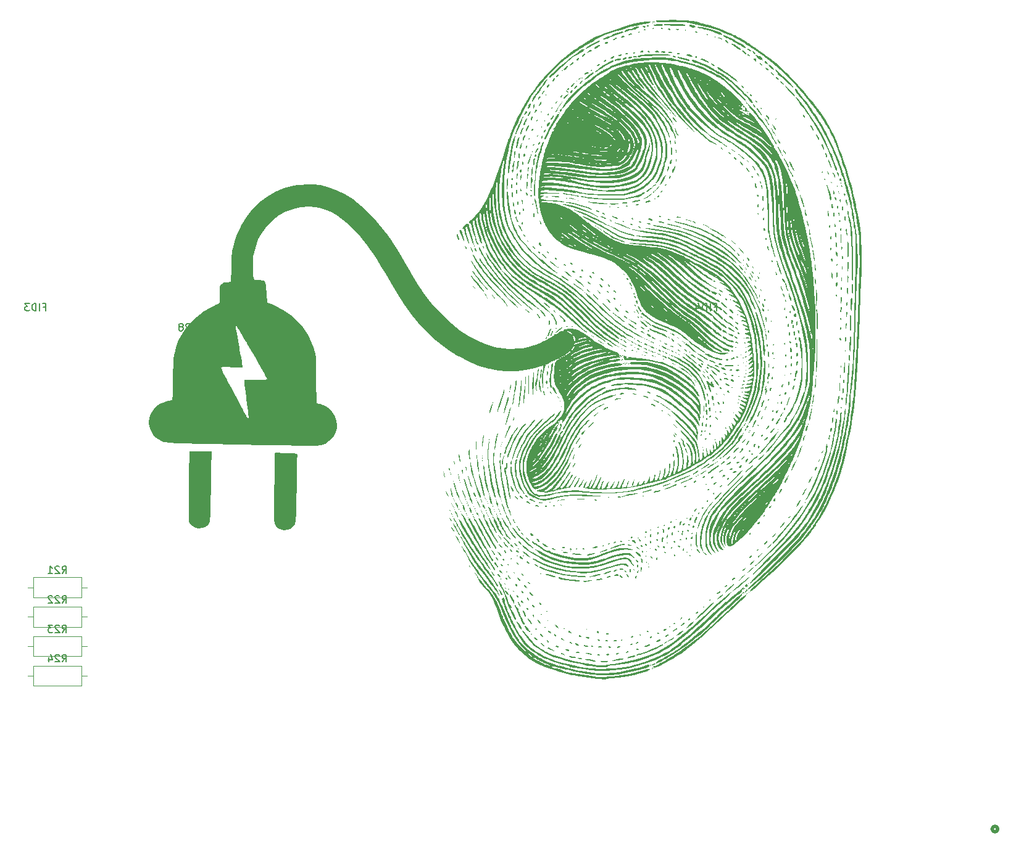
<source format=gbr>
%TF.GenerationSoftware,KiCad,Pcbnew,9.0.1-9.0.1-0~ubuntu24.04.1*%
%TF.CreationDate,2025-05-12T01:42:27+10:00*%
%TF.ProjectId,Sensor_Unit,53656e73-6f72-45f5-956e-69742e6b6963,rev?*%
%TF.SameCoordinates,Original*%
%TF.FileFunction,Legend,Bot*%
%TF.FilePolarity,Positive*%
%FSLAX46Y46*%
G04 Gerber Fmt 4.6, Leading zero omitted, Abs format (unit mm)*
G04 Created by KiCad (PCBNEW 9.0.1-9.0.1-0~ubuntu24.04.1) date 2025-05-12 01:42:27*
%MOMM*%
%LPD*%
G01*
G04 APERTURE LIST*
%ADD10C,0.150000*%
%ADD11C,0.000000*%
%ADD12C,0.508000*%
%ADD13C,0.120000*%
G04 APERTURE END LIST*
D10*
X54567857Y-86679580D02*
X54615476Y-86727200D01*
X54615476Y-86727200D02*
X54758333Y-86774819D01*
X54758333Y-86774819D02*
X54853571Y-86774819D01*
X54853571Y-86774819D02*
X54996428Y-86727200D01*
X54996428Y-86727200D02*
X55091666Y-86631961D01*
X55091666Y-86631961D02*
X55139285Y-86536723D01*
X55139285Y-86536723D02*
X55186904Y-86346247D01*
X55186904Y-86346247D02*
X55186904Y-86203390D01*
X55186904Y-86203390D02*
X55139285Y-86012914D01*
X55139285Y-86012914D02*
X55091666Y-85917676D01*
X55091666Y-85917676D02*
X54996428Y-85822438D01*
X54996428Y-85822438D02*
X54853571Y-85774819D01*
X54853571Y-85774819D02*
X54758333Y-85774819D01*
X54758333Y-85774819D02*
X54615476Y-85822438D01*
X54615476Y-85822438D02*
X54567857Y-85870057D01*
X54186904Y-85870057D02*
X54139285Y-85822438D01*
X54139285Y-85822438D02*
X54044047Y-85774819D01*
X54044047Y-85774819D02*
X53805952Y-85774819D01*
X53805952Y-85774819D02*
X53710714Y-85822438D01*
X53710714Y-85822438D02*
X53663095Y-85870057D01*
X53663095Y-85870057D02*
X53615476Y-85965295D01*
X53615476Y-85965295D02*
X53615476Y-86060533D01*
X53615476Y-86060533D02*
X53663095Y-86203390D01*
X53663095Y-86203390D02*
X54234523Y-86774819D01*
X54234523Y-86774819D02*
X53615476Y-86774819D01*
X53044047Y-86203390D02*
X53139285Y-86155771D01*
X53139285Y-86155771D02*
X53186904Y-86108152D01*
X53186904Y-86108152D02*
X53234523Y-86012914D01*
X53234523Y-86012914D02*
X53234523Y-85965295D01*
X53234523Y-85965295D02*
X53186904Y-85870057D01*
X53186904Y-85870057D02*
X53139285Y-85822438D01*
X53139285Y-85822438D02*
X53044047Y-85774819D01*
X53044047Y-85774819D02*
X52853571Y-85774819D01*
X52853571Y-85774819D02*
X52758333Y-85822438D01*
X52758333Y-85822438D02*
X52710714Y-85870057D01*
X52710714Y-85870057D02*
X52663095Y-85965295D01*
X52663095Y-85965295D02*
X52663095Y-86012914D01*
X52663095Y-86012914D02*
X52710714Y-86108152D01*
X52710714Y-86108152D02*
X52758333Y-86155771D01*
X52758333Y-86155771D02*
X52853571Y-86203390D01*
X52853571Y-86203390D02*
X53044047Y-86203390D01*
X53044047Y-86203390D02*
X53139285Y-86251009D01*
X53139285Y-86251009D02*
X53186904Y-86298628D01*
X53186904Y-86298628D02*
X53234523Y-86393866D01*
X53234523Y-86393866D02*
X53234523Y-86584342D01*
X53234523Y-86584342D02*
X53186904Y-86679580D01*
X53186904Y-86679580D02*
X53139285Y-86727200D01*
X53139285Y-86727200D02*
X53044047Y-86774819D01*
X53044047Y-86774819D02*
X52853571Y-86774819D01*
X52853571Y-86774819D02*
X52758333Y-86727200D01*
X52758333Y-86727200D02*
X52710714Y-86679580D01*
X52710714Y-86679580D02*
X52663095Y-86584342D01*
X52663095Y-86584342D02*
X52663095Y-86393866D01*
X52663095Y-86393866D02*
X52710714Y-86298628D01*
X52710714Y-86298628D02*
X52758333Y-86251009D01*
X52758333Y-86251009D02*
X52853571Y-86203390D01*
X126071428Y-83481009D02*
X126404761Y-83481009D01*
X126404761Y-84004819D02*
X126404761Y-83004819D01*
X126404761Y-83004819D02*
X125928571Y-83004819D01*
X125547618Y-84004819D02*
X125547618Y-83004819D01*
X125071428Y-84004819D02*
X125071428Y-83004819D01*
X125071428Y-83004819D02*
X124833333Y-83004819D01*
X124833333Y-83004819D02*
X124690476Y-83052438D01*
X124690476Y-83052438D02*
X124595238Y-83147676D01*
X124595238Y-83147676D02*
X124547619Y-83242914D01*
X124547619Y-83242914D02*
X124500000Y-83433390D01*
X124500000Y-83433390D02*
X124500000Y-83576247D01*
X124500000Y-83576247D02*
X124547619Y-83766723D01*
X124547619Y-83766723D02*
X124595238Y-83861961D01*
X124595238Y-83861961D02*
X124690476Y-83957200D01*
X124690476Y-83957200D02*
X124833333Y-84004819D01*
X124833333Y-84004819D02*
X125071428Y-84004819D01*
X123642857Y-83338152D02*
X123642857Y-84004819D01*
X123880952Y-82957200D02*
X124119047Y-83671485D01*
X124119047Y-83671485D02*
X123500000Y-83671485D01*
X34071428Y-83481009D02*
X34404761Y-83481009D01*
X34404761Y-84004819D02*
X34404761Y-83004819D01*
X34404761Y-83004819D02*
X33928571Y-83004819D01*
X33547618Y-84004819D02*
X33547618Y-83004819D01*
X33071428Y-84004819D02*
X33071428Y-83004819D01*
X33071428Y-83004819D02*
X32833333Y-83004819D01*
X32833333Y-83004819D02*
X32690476Y-83052438D01*
X32690476Y-83052438D02*
X32595238Y-83147676D01*
X32595238Y-83147676D02*
X32547619Y-83242914D01*
X32547619Y-83242914D02*
X32500000Y-83433390D01*
X32500000Y-83433390D02*
X32500000Y-83576247D01*
X32500000Y-83576247D02*
X32547619Y-83766723D01*
X32547619Y-83766723D02*
X32595238Y-83861961D01*
X32595238Y-83861961D02*
X32690476Y-83957200D01*
X32690476Y-83957200D02*
X32833333Y-84004819D01*
X32833333Y-84004819D02*
X33071428Y-84004819D01*
X32166666Y-83004819D02*
X31547619Y-83004819D01*
X31547619Y-83004819D02*
X31880952Y-83385771D01*
X31880952Y-83385771D02*
X31738095Y-83385771D01*
X31738095Y-83385771D02*
X31642857Y-83433390D01*
X31642857Y-83433390D02*
X31595238Y-83481009D01*
X31595238Y-83481009D02*
X31547619Y-83576247D01*
X31547619Y-83576247D02*
X31547619Y-83814342D01*
X31547619Y-83814342D02*
X31595238Y-83909580D01*
X31595238Y-83909580D02*
X31642857Y-83957200D01*
X31642857Y-83957200D02*
X31738095Y-84004819D01*
X31738095Y-84004819D02*
X32023809Y-84004819D01*
X32023809Y-84004819D02*
X32119047Y-83957200D01*
X32119047Y-83957200D02*
X32166666Y-83909580D01*
X36642857Y-120084819D02*
X36976190Y-119608628D01*
X37214285Y-120084819D02*
X37214285Y-119084819D01*
X37214285Y-119084819D02*
X36833333Y-119084819D01*
X36833333Y-119084819D02*
X36738095Y-119132438D01*
X36738095Y-119132438D02*
X36690476Y-119180057D01*
X36690476Y-119180057D02*
X36642857Y-119275295D01*
X36642857Y-119275295D02*
X36642857Y-119418152D01*
X36642857Y-119418152D02*
X36690476Y-119513390D01*
X36690476Y-119513390D02*
X36738095Y-119561009D01*
X36738095Y-119561009D02*
X36833333Y-119608628D01*
X36833333Y-119608628D02*
X37214285Y-119608628D01*
X36261904Y-119180057D02*
X36214285Y-119132438D01*
X36214285Y-119132438D02*
X36119047Y-119084819D01*
X36119047Y-119084819D02*
X35880952Y-119084819D01*
X35880952Y-119084819D02*
X35785714Y-119132438D01*
X35785714Y-119132438D02*
X35738095Y-119180057D01*
X35738095Y-119180057D02*
X35690476Y-119275295D01*
X35690476Y-119275295D02*
X35690476Y-119370533D01*
X35690476Y-119370533D02*
X35738095Y-119513390D01*
X35738095Y-119513390D02*
X36309523Y-120084819D01*
X36309523Y-120084819D02*
X35690476Y-120084819D01*
X34738095Y-120084819D02*
X35309523Y-120084819D01*
X35023809Y-120084819D02*
X35023809Y-119084819D01*
X35023809Y-119084819D02*
X35119047Y-119227676D01*
X35119047Y-119227676D02*
X35214285Y-119322914D01*
X35214285Y-119322914D02*
X35309523Y-119370533D01*
X36642857Y-132234819D02*
X36976190Y-131758628D01*
X37214285Y-132234819D02*
X37214285Y-131234819D01*
X37214285Y-131234819D02*
X36833333Y-131234819D01*
X36833333Y-131234819D02*
X36738095Y-131282438D01*
X36738095Y-131282438D02*
X36690476Y-131330057D01*
X36690476Y-131330057D02*
X36642857Y-131425295D01*
X36642857Y-131425295D02*
X36642857Y-131568152D01*
X36642857Y-131568152D02*
X36690476Y-131663390D01*
X36690476Y-131663390D02*
X36738095Y-131711009D01*
X36738095Y-131711009D02*
X36833333Y-131758628D01*
X36833333Y-131758628D02*
X37214285Y-131758628D01*
X36261904Y-131330057D02*
X36214285Y-131282438D01*
X36214285Y-131282438D02*
X36119047Y-131234819D01*
X36119047Y-131234819D02*
X35880952Y-131234819D01*
X35880952Y-131234819D02*
X35785714Y-131282438D01*
X35785714Y-131282438D02*
X35738095Y-131330057D01*
X35738095Y-131330057D02*
X35690476Y-131425295D01*
X35690476Y-131425295D02*
X35690476Y-131520533D01*
X35690476Y-131520533D02*
X35738095Y-131663390D01*
X35738095Y-131663390D02*
X36309523Y-132234819D01*
X36309523Y-132234819D02*
X35690476Y-132234819D01*
X34833333Y-131568152D02*
X34833333Y-132234819D01*
X35071428Y-131187200D02*
X35309523Y-131901485D01*
X35309523Y-131901485D02*
X34690476Y-131901485D01*
X36642857Y-128184819D02*
X36976190Y-127708628D01*
X37214285Y-128184819D02*
X37214285Y-127184819D01*
X37214285Y-127184819D02*
X36833333Y-127184819D01*
X36833333Y-127184819D02*
X36738095Y-127232438D01*
X36738095Y-127232438D02*
X36690476Y-127280057D01*
X36690476Y-127280057D02*
X36642857Y-127375295D01*
X36642857Y-127375295D02*
X36642857Y-127518152D01*
X36642857Y-127518152D02*
X36690476Y-127613390D01*
X36690476Y-127613390D02*
X36738095Y-127661009D01*
X36738095Y-127661009D02*
X36833333Y-127708628D01*
X36833333Y-127708628D02*
X37214285Y-127708628D01*
X36261904Y-127280057D02*
X36214285Y-127232438D01*
X36214285Y-127232438D02*
X36119047Y-127184819D01*
X36119047Y-127184819D02*
X35880952Y-127184819D01*
X35880952Y-127184819D02*
X35785714Y-127232438D01*
X35785714Y-127232438D02*
X35738095Y-127280057D01*
X35738095Y-127280057D02*
X35690476Y-127375295D01*
X35690476Y-127375295D02*
X35690476Y-127470533D01*
X35690476Y-127470533D02*
X35738095Y-127613390D01*
X35738095Y-127613390D02*
X36309523Y-128184819D01*
X36309523Y-128184819D02*
X35690476Y-128184819D01*
X35357142Y-127184819D02*
X34738095Y-127184819D01*
X34738095Y-127184819D02*
X35071428Y-127565771D01*
X35071428Y-127565771D02*
X34928571Y-127565771D01*
X34928571Y-127565771D02*
X34833333Y-127613390D01*
X34833333Y-127613390D02*
X34785714Y-127661009D01*
X34785714Y-127661009D02*
X34738095Y-127756247D01*
X34738095Y-127756247D02*
X34738095Y-127994342D01*
X34738095Y-127994342D02*
X34785714Y-128089580D01*
X34785714Y-128089580D02*
X34833333Y-128137200D01*
X34833333Y-128137200D02*
X34928571Y-128184819D01*
X34928571Y-128184819D02*
X35214285Y-128184819D01*
X35214285Y-128184819D02*
X35309523Y-128137200D01*
X35309523Y-128137200D02*
X35357142Y-128089580D01*
X36642857Y-124134819D02*
X36976190Y-123658628D01*
X37214285Y-124134819D02*
X37214285Y-123134819D01*
X37214285Y-123134819D02*
X36833333Y-123134819D01*
X36833333Y-123134819D02*
X36738095Y-123182438D01*
X36738095Y-123182438D02*
X36690476Y-123230057D01*
X36690476Y-123230057D02*
X36642857Y-123325295D01*
X36642857Y-123325295D02*
X36642857Y-123468152D01*
X36642857Y-123468152D02*
X36690476Y-123563390D01*
X36690476Y-123563390D02*
X36738095Y-123611009D01*
X36738095Y-123611009D02*
X36833333Y-123658628D01*
X36833333Y-123658628D02*
X37214285Y-123658628D01*
X36261904Y-123230057D02*
X36214285Y-123182438D01*
X36214285Y-123182438D02*
X36119047Y-123134819D01*
X36119047Y-123134819D02*
X35880952Y-123134819D01*
X35880952Y-123134819D02*
X35785714Y-123182438D01*
X35785714Y-123182438D02*
X35738095Y-123230057D01*
X35738095Y-123230057D02*
X35690476Y-123325295D01*
X35690476Y-123325295D02*
X35690476Y-123420533D01*
X35690476Y-123420533D02*
X35738095Y-123563390D01*
X35738095Y-123563390D02*
X36309523Y-124134819D01*
X36309523Y-124134819D02*
X35690476Y-124134819D01*
X35309523Y-123230057D02*
X35261904Y-123182438D01*
X35261904Y-123182438D02*
X35166666Y-123134819D01*
X35166666Y-123134819D02*
X34928571Y-123134819D01*
X34928571Y-123134819D02*
X34833333Y-123182438D01*
X34833333Y-123182438D02*
X34785714Y-123230057D01*
X34785714Y-123230057D02*
X34738095Y-123325295D01*
X34738095Y-123325295D02*
X34738095Y-123420533D01*
X34738095Y-123420533D02*
X34785714Y-123563390D01*
X34785714Y-123563390D02*
X35357142Y-124134819D01*
X35357142Y-124134819D02*
X34738095Y-124134819D01*
D11*
%TO.C,G\u002A\u002A\u002A*%
G36*
X101991795Y-131568417D02*
G01*
X102382126Y-131794399D01*
X102770782Y-132003030D01*
X103111080Y-132169206D01*
X103356334Y-132267821D01*
X103416981Y-132286860D01*
X103674212Y-132372079D01*
X103864334Y-132441467D01*
X104173553Y-132555230D01*
X104525546Y-132666887D01*
X104850107Y-132755153D01*
X105082129Y-132800818D01*
X105252591Y-132829247D01*
X105364290Y-132865273D01*
X105392163Y-132874263D01*
X105408201Y-132882704D01*
X105581132Y-132945353D01*
X105877841Y-133032407D01*
X106263185Y-133134807D01*
X106702023Y-133243489D01*
X107159213Y-133349393D01*
X107599613Y-133443457D01*
X107794429Y-133481681D01*
X108933755Y-133658854D01*
X110075627Y-133762068D01*
X111181926Y-133790137D01*
X112214534Y-133741871D01*
X113135334Y-133616082D01*
X113769986Y-133489725D01*
X114555303Y-133322224D01*
X115240226Y-133162648D01*
X115807969Y-133015171D01*
X116241749Y-132883966D01*
X116524780Y-132773209D01*
X116695100Y-132711077D01*
X116926946Y-132649705D01*
X117076524Y-132623653D01*
X117176648Y-132647993D01*
X117199334Y-132759373D01*
X117199329Y-132762996D01*
X117191481Y-132837248D01*
X117151031Y-132897732D01*
X117051870Y-132956266D01*
X116867885Y-133024666D01*
X116572966Y-133114750D01*
X116141000Y-133238334D01*
X116050669Y-133263804D01*
X115574771Y-133393287D01*
X115194800Y-133488403D01*
X114932705Y-133543934D01*
X114810437Y-133554662D01*
X114701459Y-133567780D01*
X114514104Y-133627176D01*
X114352090Y-133674023D01*
X114058404Y-133741694D01*
X113680892Y-133818979D01*
X113262334Y-133896669D01*
X112983070Y-133941822D01*
X111820352Y-134056299D01*
X110585276Y-134073529D01*
X109328719Y-133996160D01*
X108101557Y-133826842D01*
X106954667Y-133568225D01*
X106778059Y-133520137D01*
X106376497Y-133416609D01*
X106014544Y-133330417D01*
X105753702Y-133276501D01*
X105744568Y-133274904D01*
X105456122Y-133215052D01*
X105086298Y-133126270D01*
X104712765Y-133027162D01*
X104457122Y-132961479D01*
X104172199Y-132904541D01*
X103962582Y-132880485D01*
X103850865Y-132889837D01*
X103859641Y-132933123D01*
X104011503Y-133010866D01*
X104240894Y-133083866D01*
X104519503Y-133138655D01*
X104944919Y-133241080D01*
X105453663Y-133460970D01*
X105627265Y-133522244D01*
X105945580Y-133602857D01*
X106375537Y-133695666D01*
X106888383Y-133795812D01*
X107455361Y-133898434D01*
X108047714Y-133998675D01*
X108636688Y-134091674D01*
X109193526Y-134172572D01*
X109689472Y-134236511D01*
X110095771Y-134278629D01*
X110383667Y-134294069D01*
X110486383Y-134296100D01*
X110680000Y-134307892D01*
X110821477Y-134311871D01*
X111137974Y-134298340D01*
X111571630Y-134265587D01*
X112093420Y-134216405D01*
X112674318Y-134153589D01*
X113285298Y-134079932D01*
X113897334Y-133998228D01*
X113989039Y-133984492D01*
X114512393Y-133884637D01*
X115129161Y-133739149D01*
X115786085Y-133561352D01*
X116429910Y-133364572D01*
X116473174Y-133350561D01*
X116900490Y-133224948D01*
X117175703Y-133172105D01*
X117298449Y-133192104D01*
X117325310Y-133227631D01*
X117319984Y-133244683D01*
X117245914Y-133262132D01*
X117112717Y-133367283D01*
X117087791Y-133389224D01*
X116868189Y-133510798D01*
X116490822Y-133655370D01*
X115963575Y-133820187D01*
X115294334Y-134002493D01*
X115077455Y-134055947D01*
X114125271Y-134244679D01*
X113025582Y-134397615D01*
X111793186Y-134512601D01*
X111696617Y-134521404D01*
X111481713Y-134554931D01*
X111370583Y-134593862D01*
X111352642Y-134604201D01*
X111190349Y-134624589D01*
X110893543Y-134621421D01*
X110487738Y-134597139D01*
X109998446Y-134554181D01*
X109451180Y-134494988D01*
X108871453Y-134422000D01*
X108284778Y-134337658D01*
X107716667Y-134244400D01*
X107647443Y-134232215D01*
X107246857Y-134161806D01*
X106864112Y-134094686D01*
X106573667Y-134043915D01*
X106539210Y-134037497D01*
X106273722Y-133976398D01*
X105900094Y-133878325D01*
X105463055Y-133755394D01*
X105007334Y-133619717D01*
X104916444Y-133591864D01*
X104466386Y-133454298D01*
X104048752Y-133327175D01*
X103706687Y-133223603D01*
X103483334Y-133156688D01*
X103382921Y-133125842D01*
X102713638Y-132872356D01*
X101978551Y-132522851D01*
X101221783Y-132099870D01*
X100544210Y-131662587D01*
X101282000Y-131662587D01*
X101290385Y-131684258D01*
X101399536Y-131783835D01*
X101594679Y-131912781D01*
X101824375Y-132041514D01*
X102037183Y-132140448D01*
X102181665Y-132180000D01*
X102229898Y-132185794D01*
X102298000Y-132243995D01*
X102330174Y-132285384D01*
X102475814Y-132378444D01*
X102690239Y-132486510D01*
X102919366Y-132585056D01*
X103109115Y-132649557D01*
X103205402Y-132655487D01*
X103213397Y-132650879D01*
X103322516Y-132678523D01*
X103494943Y-132780933D01*
X103533926Y-132807543D01*
X103678738Y-132880930D01*
X103737334Y-132865273D01*
X103674773Y-132782340D01*
X103517227Y-132667367D01*
X103327053Y-132561953D01*
X103166721Y-132505488D01*
X103141690Y-132499778D01*
X102976566Y-132440537D01*
X102729401Y-132337121D01*
X102447911Y-132211278D01*
X102179815Y-132084753D01*
X101972827Y-131979294D01*
X101874667Y-131916647D01*
X101827778Y-131873932D01*
X101677225Y-131782333D01*
X101496867Y-131699767D01*
X101345520Y-131651448D01*
X101282000Y-131662587D01*
X100544210Y-131662587D01*
X100487453Y-131625958D01*
X100394140Y-131553836D01*
X100157920Y-131344983D01*
X99857462Y-131059368D01*
X99730150Y-130933134D01*
X100468644Y-130933134D01*
X100475767Y-130974577D01*
X100572724Y-131104684D01*
X100746065Y-131281367D01*
X100784478Y-131316785D01*
X101021214Y-131515407D01*
X101155422Y-131583865D01*
X101190167Y-131523833D01*
X101173146Y-131487592D01*
X101064036Y-131365448D01*
X100893262Y-131211460D01*
X100706593Y-131063098D01*
X100549797Y-130957833D01*
X100468644Y-130933134D01*
X99730150Y-130933134D01*
X99523855Y-130728586D01*
X99188191Y-130384231D01*
X98881559Y-130057898D01*
X98635049Y-129781182D01*
X98479751Y-129585677D01*
X98416678Y-129490911D01*
X98263800Y-129248982D01*
X98079473Y-128947286D01*
X97883731Y-128619818D01*
X97696611Y-128300572D01*
X97538147Y-128023544D01*
X97428376Y-127822730D01*
X97387334Y-127732124D01*
X97387254Y-127731148D01*
X97351060Y-127638270D01*
X97261617Y-127436343D01*
X97137477Y-127167301D01*
X97083520Y-127049141D01*
X96917199Y-126662153D01*
X96723692Y-126188571D01*
X96523753Y-125680736D01*
X96338135Y-125190988D01*
X96187591Y-124771667D01*
X96177386Y-124742077D01*
X96118871Y-124578105D01*
X96054754Y-124413737D01*
X95968881Y-124210549D01*
X95845098Y-123930118D01*
X95667252Y-123534022D01*
X95603608Y-123398882D01*
X95374432Y-122994089D01*
X95072740Y-122575551D01*
X94667512Y-122098737D01*
X94362059Y-121756165D01*
X94124712Y-121480616D01*
X93953148Y-121263191D01*
X93822226Y-121069566D01*
X93706804Y-120865415D01*
X93581738Y-120616414D01*
X93548753Y-120551110D01*
X93386017Y-120264665D01*
X93225252Y-120023747D01*
X93037528Y-119776333D01*
X93276009Y-119988000D01*
X93282556Y-119993879D01*
X93484701Y-120229008D01*
X93640406Y-120495633D01*
X93650302Y-120516359D01*
X93764318Y-120692020D01*
X93961345Y-120953057D01*
X94214127Y-121266959D01*
X94495410Y-121601216D01*
X94777939Y-121923315D01*
X95034459Y-122200747D01*
X95237716Y-122401000D01*
X95341571Y-122516369D01*
X95533276Y-122783185D01*
X95761614Y-123141245D01*
X96006089Y-123554466D01*
X96246200Y-123986765D01*
X96461450Y-124402058D01*
X96631340Y-124764262D01*
X96735372Y-125037294D01*
X96781456Y-125183058D01*
X96893512Y-125491107D01*
X96998547Y-125730276D01*
X97002387Y-125737771D01*
X97095001Y-125969419D01*
X97133334Y-126164462D01*
X97147964Y-126266830D01*
X97208822Y-126338000D01*
X97267193Y-126381203D01*
X97332601Y-126530406D01*
X97368913Y-126635549D01*
X97474215Y-126885528D01*
X97627924Y-127224120D01*
X97812987Y-127615432D01*
X98012347Y-128023570D01*
X98208949Y-128412643D01*
X98385739Y-128746755D01*
X98407119Y-128783448D01*
X98550606Y-128987678D01*
X98764082Y-129254742D01*
X99025225Y-129560546D01*
X99311713Y-129880993D01*
X99601223Y-130191988D01*
X99871433Y-130469435D01*
X100100020Y-130689238D01*
X100264662Y-130827303D01*
X100343036Y-130859532D01*
X100344358Y-130857779D01*
X100305399Y-130774904D01*
X100167813Y-130616220D01*
X99959784Y-130414456D01*
X99948202Y-130403895D01*
X99461031Y-129888449D01*
X98965973Y-129235975D01*
X98480547Y-128476074D01*
X98022272Y-127638352D01*
X97608669Y-126752410D01*
X97257256Y-125847854D01*
X97085020Y-125393438D01*
X96783338Y-124708006D01*
X96432725Y-124005607D01*
X96057227Y-123331134D01*
X95680891Y-122729480D01*
X95327761Y-122245539D01*
X95259778Y-122161380D01*
X94955229Y-121775334D01*
X94627950Y-121349483D01*
X94337953Y-120961667D01*
X94224471Y-120807695D01*
X93978588Y-120478905D01*
X93757675Y-120189352D01*
X93598896Y-119988000D01*
X93463512Y-119815261D01*
X93110996Y-119311445D01*
X92746684Y-118724410D01*
X92404325Y-118107293D01*
X92384865Y-118070045D01*
X92199779Y-117723865D01*
X92017868Y-117395562D01*
X91875919Y-117151667D01*
X91745842Y-116927013D01*
X91605048Y-116659852D01*
X91490224Y-116419059D01*
X91420478Y-116244990D01*
X91414916Y-116178000D01*
X91466052Y-116244237D01*
X91582445Y-116430246D01*
X91746253Y-116707100D01*
X91939951Y-117045833D01*
X92009185Y-117167983D01*
X92570380Y-118108615D01*
X93148022Y-118995984D01*
X93707315Y-119776333D01*
X93924824Y-120062753D01*
X94186495Y-120407491D01*
X94406772Y-120697855D01*
X94430962Y-120729584D01*
X94653386Y-121012662D01*
X94925558Y-121348648D01*
X95194094Y-121671522D01*
X95333466Y-121839279D01*
X95718345Y-122331415D01*
X96077182Y-122829375D01*
X96379865Y-123290217D01*
X96596279Y-123671000D01*
X96828807Y-124143586D01*
X97027625Y-124570739D01*
X97192664Y-124958690D01*
X97349223Y-125364333D01*
X97358943Y-125390324D01*
X97515184Y-125775350D01*
X97709266Y-126212403D01*
X97901510Y-126611852D01*
X97961250Y-126731121D01*
X98100683Y-127023957D01*
X98197648Y-127249136D01*
X98234000Y-127365532D01*
X98265449Y-127464617D01*
X98371258Y-127683360D01*
X98532320Y-127979680D01*
X98728490Y-128318878D01*
X98939622Y-128666257D01*
X99145571Y-128987117D01*
X99326193Y-129246760D01*
X99361328Y-129293105D01*
X99608313Y-129587052D01*
X99923526Y-129926029D01*
X100271388Y-130275228D01*
X100616318Y-130599838D01*
X100922738Y-130865049D01*
X101155066Y-131036051D01*
X101174116Y-131047741D01*
X101420709Y-131202624D01*
X101632770Y-131340971D01*
X101646476Y-131350189D01*
X101921246Y-131523833D01*
X101991795Y-131568417D01*
G37*
G36*
X130069615Y-122285646D02*
G01*
X129965201Y-122304714D01*
X129926421Y-122312427D01*
X129899334Y-122428164D01*
X129862081Y-122528521D01*
X129706184Y-122718092D01*
X129454834Y-122939205D01*
X129165023Y-123172127D01*
X128739545Y-123526957D01*
X128238111Y-123954722D01*
X127686390Y-124432866D01*
X127110052Y-124938839D01*
X126534767Y-125450087D01*
X125986206Y-125944055D01*
X125490037Y-126398193D01*
X125071931Y-126789946D01*
X124859663Y-126991232D01*
X124308168Y-127505499D01*
X123780147Y-127986038D01*
X123299704Y-128411386D01*
X122890944Y-128760079D01*
X122577971Y-129010654D01*
X122573679Y-129013902D01*
X122289957Y-129235222D01*
X121951950Y-129508168D01*
X121631896Y-129774422D01*
X121578480Y-129819431D01*
X121306111Y-130040364D01*
X121068408Y-130220435D01*
X120911710Y-130324268D01*
X120785526Y-130402432D01*
X120553499Y-130565470D01*
X120297197Y-130760199D01*
X120132631Y-130875947D01*
X119799061Y-131078133D01*
X119378853Y-131310532D01*
X118912243Y-131552454D01*
X118439471Y-131783208D01*
X118000773Y-131982101D01*
X117636388Y-132128444D01*
X117339214Y-132234484D01*
X116355439Y-132565540D01*
X115472033Y-132826546D01*
X114651660Y-133026906D01*
X113856984Y-133176023D01*
X113050667Y-133283298D01*
X112774415Y-133313825D01*
X112428791Y-133353702D01*
X112168337Y-133385779D01*
X112034667Y-133405067D01*
X112028470Y-133406125D01*
X111883427Y-133416461D01*
X111609679Y-133426293D01*
X111244036Y-133434555D01*
X110823310Y-133440178D01*
X110802239Y-133440366D01*
X110442808Y-133441739D01*
X110129544Y-133436947D01*
X109831985Y-133422926D01*
X109519669Y-133396608D01*
X109162136Y-133354927D01*
X108728922Y-133294819D01*
X108189568Y-133213216D01*
X107513610Y-133107053D01*
X107511722Y-133106754D01*
X107115501Y-133048457D01*
X106780292Y-133007409D01*
X106541394Y-132987368D01*
X106434110Y-132992094D01*
X106411792Y-133001655D01*
X106362000Y-132950833D01*
X106359176Y-132938494D01*
X106260533Y-132867353D01*
X106064732Y-132809238D01*
X106030913Y-132802471D01*
X105828463Y-132742854D01*
X105721069Y-132678402D01*
X105652497Y-132632667D01*
X105481258Y-132603333D01*
X105349132Y-132586559D01*
X105089659Y-132524597D01*
X104791774Y-132432660D01*
X104556140Y-132358558D01*
X104328859Y-132303239D01*
X104207019Y-132294612D01*
X104137781Y-132295103D01*
X103991334Y-132221269D01*
X103974217Y-132208777D01*
X103808854Y-132123887D01*
X103541363Y-132012590D01*
X103220707Y-131895581D01*
X102839407Y-131741972D01*
X102412341Y-131530215D01*
X102053389Y-131314098D01*
X102042941Y-131306886D01*
X101751072Y-131109605D01*
X101484597Y-130936383D01*
X101300016Y-130823979D01*
X101066419Y-130678937D01*
X100515955Y-130229260D01*
X99961035Y-129632129D01*
X99412941Y-128901942D01*
X98882954Y-128053099D01*
X98382355Y-127100000D01*
X98267307Y-126860581D01*
X98025184Y-126349008D01*
X97836027Y-125933572D01*
X97682844Y-125575078D01*
X97548639Y-125234334D01*
X97416421Y-124872145D01*
X97291044Y-124518854D01*
X97166151Y-124167307D01*
X97070566Y-123898644D01*
X97043450Y-123818811D01*
X96991092Y-123575790D01*
X97029545Y-123444588D01*
X97040784Y-123433905D01*
X97167678Y-123395510D01*
X97273655Y-123514423D01*
X97348406Y-123779803D01*
X97355876Y-123820574D01*
X97415949Y-124070032D01*
X97507757Y-124390869D01*
X97616105Y-124736120D01*
X97725795Y-125058817D01*
X97821630Y-125311997D01*
X97888415Y-125448692D01*
X97893752Y-125456506D01*
X97962678Y-125590433D01*
X98070986Y-125829020D01*
X98197709Y-126126333D01*
X98239713Y-126227373D01*
X98343296Y-126470440D01*
X98444765Y-126694340D01*
X98560783Y-126932623D01*
X98708017Y-127218841D01*
X98903132Y-127586545D01*
X99162792Y-128069287D01*
X99333889Y-128364687D01*
X99718681Y-128932763D01*
X100158562Y-129487840D01*
X100614146Y-129981869D01*
X101046046Y-130366799D01*
X101261519Y-130524812D01*
X101703596Y-130819931D01*
X102199335Y-131125070D01*
X102686369Y-131402400D01*
X103102334Y-131614091D01*
X103340017Y-131714995D01*
X103799861Y-131884800D01*
X104352068Y-132067896D01*
X104953144Y-132250675D01*
X105559593Y-132419524D01*
X106127917Y-132560834D01*
X106459685Y-132637130D01*
X106861913Y-132729593D01*
X107198731Y-132806978D01*
X107420334Y-132857840D01*
X107820301Y-132942553D01*
X109172473Y-133137042D01*
X110556977Y-133205420D01*
X111907667Y-133143475D01*
X112398940Y-133094043D01*
X113139423Y-133012106D01*
X113758724Y-132931135D01*
X114287288Y-132845988D01*
X114755560Y-132751519D01*
X115193982Y-132642585D01*
X115633000Y-132514043D01*
X115820775Y-132456852D01*
X116121214Y-132367222D01*
X116450645Y-132270293D01*
X116707182Y-132189580D01*
X117318326Y-131965249D01*
X117995322Y-131682705D01*
X118686894Y-131364993D01*
X119341767Y-131035155D01*
X119908667Y-130716236D01*
X120073799Y-130609114D01*
X120438388Y-130345615D01*
X120897886Y-129989763D01*
X121434615Y-129556507D01*
X122030893Y-129060797D01*
X122669043Y-128517582D01*
X123331383Y-127941812D01*
X124000235Y-127348436D01*
X124657918Y-126752405D01*
X125286752Y-126168667D01*
X125693955Y-125786907D01*
X126074632Y-125434656D01*
X126425359Y-125117055D01*
X126786157Y-124798354D01*
X127197046Y-124442803D01*
X127698045Y-124014652D01*
X127768134Y-123954874D01*
X128108051Y-123662411D01*
X128410529Y-123398231D01*
X128644905Y-123189303D01*
X128780516Y-123062595D01*
X128934920Y-122923577D01*
X129181726Y-122722506D01*
X129457849Y-122512075D01*
X129715942Y-122315070D01*
X129816907Y-122231667D01*
X129984000Y-122231667D01*
X130026334Y-122274000D01*
X130068667Y-122231667D01*
X130026334Y-122189333D01*
X129984000Y-122231667D01*
X129816907Y-122231667D01*
X129927944Y-122139944D01*
X130047708Y-122024799D01*
X130078001Y-121987756D01*
X130127809Y-121945660D01*
X130098370Y-122051016D01*
X130075495Y-122128716D01*
X130104654Y-122167630D01*
X130246329Y-122108834D01*
X130449667Y-122008635D01*
X130240368Y-122177029D01*
X130232037Y-122183658D01*
X130155580Y-122231667D01*
X130069615Y-122285646D01*
G37*
G36*
X117679112Y-133139555D02*
G01*
X117692357Y-133165022D01*
X117622667Y-133196000D01*
X117577845Y-133189890D01*
X117566223Y-133139555D01*
X117578632Y-133129422D01*
X117679112Y-133139555D01*
G37*
G36*
X130462910Y-123071148D02*
G01*
X130406100Y-123207380D01*
X130239046Y-123385953D01*
X130227998Y-123395647D01*
X130051147Y-123556198D01*
X129789083Y-123799950D01*
X129475335Y-124095520D01*
X129143432Y-124411524D01*
X128846148Y-124693320D01*
X128432767Y-125080151D01*
X127965499Y-125513564D01*
X127482038Y-125958609D01*
X127020078Y-126380333D01*
X126593375Y-126769387D01*
X126120330Y-127203561D01*
X125664610Y-127624474D01*
X125262352Y-127998742D01*
X124949695Y-128292980D01*
X124679005Y-128544971D01*
X124275639Y-128906672D01*
X123880346Y-129247830D01*
X123549334Y-129519225D01*
X123322709Y-129697329D01*
X123055432Y-129907798D01*
X122857289Y-130064903D01*
X122689303Y-130199805D01*
X122512494Y-130343664D01*
X122287881Y-130527641D01*
X122017860Y-130739654D01*
X121562343Y-131070283D01*
X121094526Y-131384471D01*
X120683910Y-131634267D01*
X120682090Y-131635290D01*
X120486039Y-131745437D01*
X120183827Y-131915225D01*
X119816341Y-132121682D01*
X119424471Y-132341837D01*
X119415433Y-132346912D01*
X119023667Y-132561657D01*
X118655614Y-132754296D01*
X118352230Y-132903937D01*
X118154471Y-132989687D01*
X117935644Y-133067088D01*
X117823823Y-133098612D01*
X117804626Y-133079500D01*
X117843226Y-133012278D01*
X117854370Y-132952761D01*
X117742390Y-132970153D01*
X117654309Y-132999727D01*
X117632447Y-132990926D01*
X117744683Y-132899874D01*
X117874173Y-132822290D01*
X118049061Y-132772667D01*
X118177673Y-132731450D01*
X118342334Y-132603333D01*
X118464618Y-132490931D01*
X118576635Y-132434000D01*
X118586018Y-132432963D01*
X118722521Y-132377816D01*
X118966778Y-132251535D01*
X119288686Y-132071911D01*
X119658139Y-131856735D01*
X120045034Y-131623796D01*
X120419267Y-131390888D01*
X120750735Y-131175799D01*
X121009334Y-130996320D01*
X121038352Y-130975097D01*
X121399305Y-130719548D01*
X121812684Y-130438163D01*
X122194667Y-130188097D01*
X122360825Y-130080151D01*
X123163194Y-129504793D01*
X124049084Y-128786390D01*
X125020037Y-127923709D01*
X125213210Y-127745397D01*
X125657122Y-127334769D01*
X126129528Y-126896795D01*
X126611332Y-126449268D01*
X127083435Y-126009984D01*
X127526741Y-125596736D01*
X127922152Y-125227319D01*
X128250571Y-124919527D01*
X128492899Y-124691156D01*
X128630040Y-124560000D01*
X128813192Y-124382380D01*
X129215656Y-124004745D01*
X129591636Y-123668186D01*
X129922346Y-123388300D01*
X130189002Y-123180684D01*
X130372821Y-123060937D01*
X130455017Y-123044655D01*
X130462910Y-123071148D01*
G37*
G36*
X128500406Y-122636147D02*
G01*
X128405953Y-122751418D01*
X128226522Y-122941846D01*
X127986328Y-123183903D01*
X127709590Y-123454057D01*
X127420523Y-123728782D01*
X127143344Y-123984547D01*
X126902270Y-124197823D01*
X126721517Y-124345082D01*
X126700001Y-124361636D01*
X126517700Y-124516733D01*
X126243891Y-124764500D01*
X125902800Y-125082408D01*
X125518650Y-125447927D01*
X125115667Y-125838528D01*
X125013882Y-125937798D01*
X124364553Y-126557925D01*
X123682635Y-127189250D01*
X123005360Y-127798216D01*
X122369960Y-128351261D01*
X121813667Y-128814827D01*
X121153130Y-129331583D01*
X120460105Y-129838832D01*
X119794608Y-130291739D01*
X119180481Y-130674767D01*
X118641564Y-130972376D01*
X118201697Y-131169028D01*
X118123286Y-131198177D01*
X117804448Y-131321506D01*
X117545143Y-131429023D01*
X117395355Y-131500200D01*
X117305431Y-131545152D01*
X117035395Y-131653400D01*
X116652195Y-131788240D01*
X116188089Y-131938550D01*
X115675334Y-132093210D01*
X115447136Y-132155506D01*
X114858761Y-132292050D01*
X114193379Y-132421611D01*
X113510837Y-132533935D01*
X112870984Y-132618766D01*
X112333670Y-132665847D01*
X111925530Y-132698881D01*
X111627499Y-132751357D01*
X111487003Y-132819376D01*
X111479119Y-132828495D01*
X111328020Y-132914164D01*
X111103334Y-132969754D01*
X111072440Y-132973335D01*
X110676030Y-132987071D01*
X110183567Y-132961623D01*
X109656430Y-132901931D01*
X109156000Y-132812940D01*
X109139970Y-132809447D01*
X108832795Y-132744858D01*
X108415691Y-132660064D01*
X107941401Y-132565677D01*
X107462667Y-132472305D01*
X106975919Y-132371317D01*
X106432783Y-132245708D01*
X105923790Y-132116246D01*
X105515334Y-131999065D01*
X105369790Y-131953316D01*
X104920933Y-131812353D01*
X104478110Y-131673436D01*
X104119064Y-131560960D01*
X103909698Y-131486975D01*
X103438081Y-131278591D01*
X102917884Y-131006551D01*
X102390398Y-130695835D01*
X101896915Y-130371417D01*
X101478726Y-130058276D01*
X101177122Y-129781387D01*
X100933620Y-129510740D01*
X100615094Y-129142898D01*
X100322017Y-128790182D01*
X100076576Y-128480067D01*
X99900960Y-128240029D01*
X99817355Y-128097545D01*
X99800733Y-128045709D01*
X99796687Y-127927360D01*
X99872924Y-127930711D01*
X100009915Y-128046846D01*
X100188133Y-128266849D01*
X100199919Y-128283210D01*
X100409640Y-128553736D01*
X100678175Y-128874781D01*
X100950455Y-129180353D01*
X101020471Y-129256400D01*
X101233863Y-129495495D01*
X101390460Y-129682094D01*
X101460396Y-129781015D01*
X101532025Y-129860225D01*
X101720009Y-130008335D01*
X101986343Y-130194738D01*
X102294550Y-130394994D01*
X102608150Y-130584662D01*
X102890667Y-130739300D01*
X103005932Y-130797754D01*
X103285245Y-130940119D01*
X103503545Y-131052296D01*
X103602172Y-131098982D01*
X103910533Y-131223541D01*
X104324938Y-131373810D01*
X104806644Y-131536877D01*
X105316912Y-131699831D01*
X105816999Y-131849757D01*
X106268165Y-131973744D01*
X106799838Y-132106921D01*
X108038081Y-132381373D01*
X109133908Y-132568832D01*
X110089229Y-132669527D01*
X110905956Y-132683687D01*
X111586000Y-132611541D01*
X111626987Y-132603980D01*
X111932022Y-132552303D01*
X112318164Y-132491981D01*
X112712000Y-132434554D01*
X113635022Y-132290033D01*
X115202593Y-131962261D01*
X116631527Y-131548907D01*
X117927888Y-131047801D01*
X119097738Y-130456772D01*
X120147141Y-129773652D01*
X120155755Y-129767307D01*
X120762219Y-129310847D01*
X121354366Y-128847473D01*
X121890024Y-128410831D01*
X122327022Y-128034564D01*
X122376982Y-127989888D01*
X122669667Y-127730501D01*
X123012758Y-127429173D01*
X123342059Y-127142333D01*
X123379086Y-127110196D01*
X123743369Y-126789800D01*
X124136544Y-126438193D01*
X124479704Y-126125875D01*
X124727147Y-125898156D01*
X125349916Y-125329313D01*
X125952171Y-124785013D01*
X126520946Y-124276573D01*
X127043278Y-123815307D01*
X127506203Y-123412532D01*
X127896756Y-123079565D01*
X128201975Y-122827721D01*
X128408894Y-122668316D01*
X128504551Y-122612667D01*
X128500406Y-122636147D01*
G37*
G36*
X117884280Y-132612736D02*
G01*
X117718206Y-132714745D01*
X117593591Y-132692791D01*
X117544583Y-132609802D01*
X117617228Y-132522753D01*
X117852728Y-132471018D01*
X118088334Y-132446046D01*
X117884280Y-132612736D01*
G37*
G36*
X117425112Y-132716222D02*
G01*
X117438357Y-132741688D01*
X117368667Y-132772667D01*
X117323845Y-132766556D01*
X117312223Y-132716222D01*
X117324632Y-132706089D01*
X117425112Y-132716222D01*
G37*
G36*
X104922667Y-132645667D02*
G01*
X104880334Y-132688000D01*
X104838000Y-132645667D01*
X104880334Y-132603333D01*
X104922667Y-132645667D01*
G37*
G36*
X117453334Y-132561000D02*
G01*
X117411000Y-132603333D01*
X117368667Y-132561000D01*
X117411000Y-132518667D01*
X117453334Y-132561000D01*
G37*
G36*
X118347327Y-132394353D02*
G01*
X118334435Y-132403982D01*
X118200047Y-132471277D01*
X118118019Y-132413535D01*
X118100492Y-132383617D01*
X118084837Y-132322943D01*
X118094697Y-132307000D01*
X118130667Y-132307000D01*
X118173000Y-132349333D01*
X118215334Y-132307000D01*
X118173000Y-132264667D01*
X118130667Y-132307000D01*
X118094697Y-132307000D01*
X118123889Y-132259801D01*
X118241520Y-132175257D01*
X118461600Y-132050376D01*
X118808000Y-131866223D01*
X119025188Y-131748619D01*
X119367395Y-131555732D01*
X119744699Y-131336871D01*
X120126709Y-131110301D01*
X120483035Y-130894289D01*
X120783285Y-130707099D01*
X120997071Y-130566998D01*
X121094000Y-130492251D01*
X121110583Y-130476392D01*
X121237109Y-130377231D01*
X121454910Y-130216856D01*
X121729000Y-130021219D01*
X121831491Y-129948279D01*
X122337439Y-129571147D01*
X122901628Y-129127881D01*
X123491433Y-128645973D01*
X124074230Y-128152917D01*
X124617395Y-127676207D01*
X125088305Y-127243334D01*
X125454334Y-126881794D01*
X125510697Y-126824231D01*
X125726469Y-126613944D01*
X126005205Y-126351228D01*
X126301000Y-126079577D01*
X126477000Y-125919124D01*
X126806577Y-125615682D01*
X127199657Y-125251363D01*
X127621326Y-124858552D01*
X128036667Y-124469636D01*
X128365349Y-124162371D01*
X128742110Y-123813531D01*
X129078134Y-123505907D01*
X129346012Y-123264568D01*
X129518334Y-123114580D01*
X129636932Y-123016000D01*
X129850764Y-122838397D01*
X129996762Y-122717314D01*
X130117981Y-122647730D01*
X130200343Y-122704899D01*
X130223570Y-122755888D01*
X130172266Y-122751367D01*
X130100045Y-122740027D01*
X129994105Y-122835706D01*
X129927481Y-123036000D01*
X129926772Y-123039729D01*
X129852042Y-123161334D01*
X129684739Y-123351208D01*
X129459433Y-123569916D01*
X129211892Y-123794232D01*
X128563867Y-124381852D01*
X128021552Y-124874520D01*
X127570044Y-125286054D01*
X127194444Y-125630271D01*
X126879850Y-125920990D01*
X126611363Y-126172029D01*
X126374081Y-126397205D01*
X126153104Y-126610335D01*
X125933531Y-126825239D01*
X125700462Y-127055734D01*
X125476297Y-127277348D01*
X124978777Y-127760480D01*
X124538884Y-128171099D01*
X124115470Y-128546052D01*
X123667384Y-128922186D01*
X123153475Y-129336348D01*
X123074089Y-129398802D01*
X122698328Y-129682306D01*
X122260307Y-129997540D01*
X121782246Y-130330027D01*
X121286362Y-130665293D01*
X120794872Y-130988860D01*
X120329994Y-131286255D01*
X119913945Y-131543001D01*
X119568945Y-131744622D01*
X119317209Y-131876643D01*
X119180956Y-131924589D01*
X119081151Y-131968076D01*
X118935000Y-132095333D01*
X118802132Y-132206453D01*
X118646712Y-132267359D01*
X118530828Y-132294663D01*
X118508119Y-132307000D01*
X118347327Y-132394353D01*
G37*
G36*
X111323138Y-132106557D02*
G01*
X111533024Y-132136568D01*
X111611334Y-132180000D01*
X111611334Y-132180082D01*
X111532768Y-132223496D01*
X111322691Y-132253479D01*
X111018667Y-132264667D01*
X111018092Y-132264666D01*
X110714196Y-132253443D01*
X110504310Y-132223432D01*
X110426000Y-132180000D01*
X110426001Y-132179918D01*
X110504566Y-132136504D01*
X110714643Y-132106520D01*
X111018667Y-132095333D01*
X111019242Y-132095333D01*
X111323138Y-132106557D01*
G37*
G36*
X108859667Y-131876481D02*
G01*
X108947259Y-131886346D01*
X109365761Y-131940183D01*
X109639232Y-131990905D01*
X109788235Y-132043276D01*
X109833334Y-132102060D01*
X109777341Y-132158044D01*
X109587093Y-132174877D01*
X109289821Y-132140844D01*
X108914409Y-132057348D01*
X108655624Y-131982979D01*
X108462621Y-131909643D01*
X108431659Y-131865348D01*
X108563690Y-131853244D01*
X108859667Y-131876481D01*
G37*
G36*
X113634475Y-131776027D02*
G01*
X113572091Y-131861776D01*
X113487643Y-131908896D01*
X113267091Y-131972705D01*
X112983658Y-132018661D01*
X112672958Y-132050779D01*
X112375715Y-132076070D01*
X112207229Y-132079733D01*
X112144842Y-132061876D01*
X112165900Y-132022610D01*
X112269033Y-131982416D01*
X112493202Y-131926741D01*
X112786160Y-131866731D01*
X113097204Y-131811983D01*
X113375633Y-131772095D01*
X113570743Y-131756667D01*
X113634475Y-131776027D01*
G37*
G36*
X107714994Y-131690877D02*
G01*
X107799513Y-131715414D01*
X107962070Y-131789500D01*
X108003254Y-131857104D01*
X107964182Y-131889549D01*
X107827237Y-131889077D01*
X107710253Y-131849639D01*
X107497720Y-131789607D01*
X107373594Y-131739017D01*
X107335762Y-131671846D01*
X107354723Y-131658650D01*
X107495508Y-131652075D01*
X107714994Y-131690877D01*
G37*
G36*
X115238736Y-131364830D02*
G01*
X115231006Y-131438649D01*
X115178155Y-131489085D01*
X114996393Y-131569682D01*
X114737117Y-131640815D01*
X114547569Y-131681272D01*
X114344540Y-131725959D01*
X114257167Y-131747165D01*
X114252618Y-131747302D01*
X114236000Y-131675280D01*
X114272152Y-131632281D01*
X114431455Y-131549599D01*
X114674701Y-131463613D01*
X114729909Y-131447290D01*
X115017146Y-131367851D01*
X115177102Y-131340798D01*
X115238736Y-131364830D01*
G37*
G36*
X106467834Y-131416608D02*
G01*
X106719257Y-131478400D01*
X106979297Y-131539265D01*
X107130673Y-131601538D01*
X107163194Y-131677080D01*
X107155609Y-131686075D01*
X107026728Y-131718540D01*
X106807333Y-131705418D01*
X106558382Y-131654408D01*
X106340834Y-131573210D01*
X106261528Y-131525675D01*
X106193264Y-131436581D01*
X106268012Y-131392852D01*
X106467834Y-131416608D01*
G37*
G36*
X110381117Y-131192388D02*
G01*
X110421458Y-131274739D01*
X110320167Y-131357186D01*
X110309582Y-131360780D01*
X110152256Y-131356542D01*
X110087334Y-131243670D01*
X110119054Y-131197385D01*
X110256667Y-131164000D01*
X110381117Y-131192388D01*
G37*
G36*
X119047659Y-129851189D02*
G01*
X119069316Y-129880193D01*
X119050133Y-129916293D01*
X118964113Y-129979648D01*
X118785258Y-130090420D01*
X118487571Y-130268770D01*
X118487226Y-130268977D01*
X118195601Y-130421864D01*
X117795192Y-130602742D01*
X117338718Y-130789019D01*
X116878904Y-130958103D01*
X116800419Y-130984980D01*
X116391181Y-131119785D01*
X116032474Y-131229547D01*
X115760594Y-131303578D01*
X115611834Y-131331193D01*
X115461843Y-131313038D01*
X115428134Y-131256892D01*
X115525339Y-131185884D01*
X115738834Y-131123883D01*
X116018631Y-131053504D01*
X116430279Y-130920183D01*
X116910364Y-130744213D01*
X117415309Y-130542369D01*
X117901535Y-130331426D01*
X118325466Y-130128160D01*
X118459227Y-130061225D01*
X118739329Y-129932567D01*
X118944654Y-129854471D01*
X119038077Y-129841854D01*
X119047659Y-129851189D01*
G37*
G36*
X111696000Y-131144265D02*
G01*
X111695509Y-131154488D01*
X111635985Y-131280460D01*
X111585952Y-131309054D01*
X111440138Y-131319338D01*
X111300808Y-131279934D01*
X111248868Y-131206333D01*
X111249046Y-131205553D01*
X111329522Y-131136727D01*
X111481981Y-131096471D01*
X111629710Y-131095434D01*
X111696000Y-131144265D01*
G37*
G36*
X105366376Y-131071690D02*
G01*
X105529342Y-131166881D01*
X105600000Y-131262973D01*
X105599243Y-131280818D01*
X105565454Y-131326675D01*
X105456016Y-131299548D01*
X105235963Y-131192685D01*
X105191076Y-131168381D01*
X105061428Y-131070813D01*
X105079183Y-131013513D01*
X105184616Y-131012611D01*
X105366376Y-131071690D01*
G37*
G36*
X112998255Y-131002766D02*
G01*
X113033344Y-131035106D01*
X112928652Y-131124359D01*
X112795655Y-131212031D01*
X112668035Y-131235031D01*
X112627334Y-131121667D01*
X112673684Y-131035730D01*
X112860167Y-130997359D01*
X112998255Y-131002766D01*
G37*
G36*
X108817334Y-131030508D02*
G01*
X108923363Y-131049429D01*
X109152449Y-131111794D01*
X109283000Y-131179159D01*
X109300759Y-131215304D01*
X109218863Y-131237207D01*
X108986667Y-131212825D01*
X108880638Y-131193904D01*
X108651552Y-131131539D01*
X108521000Y-131064174D01*
X108503242Y-131028029D01*
X108585138Y-131006126D01*
X108817334Y-131030508D01*
G37*
G36*
X114309167Y-130785610D02*
G01*
X114315910Y-130824025D01*
X114233549Y-130913307D01*
X114193287Y-130937461D01*
X114037491Y-130989606D01*
X113982000Y-130919058D01*
X113982133Y-130915376D01*
X114055240Y-130825788D01*
X114196598Y-130769339D01*
X114309167Y-130785610D01*
G37*
G36*
X107381161Y-130825340D02*
G01*
X107558428Y-130850553D01*
X107632000Y-130910000D01*
X107631981Y-130911053D01*
X107556342Y-130970142D01*
X107378000Y-130994667D01*
X107374840Y-130994660D01*
X107197573Y-130969447D01*
X107124000Y-130910000D01*
X107124020Y-130908946D01*
X107199659Y-130849857D01*
X107378000Y-130825333D01*
X107381161Y-130825340D01*
G37*
G36*
X103431411Y-130281209D02*
G01*
X103642821Y-130381803D01*
X103868428Y-130507804D01*
X104051961Y-130627726D01*
X104137150Y-130710084D01*
X104107783Y-130736596D01*
X103955205Y-130711461D01*
X103700364Y-130625417D01*
X103493890Y-130534705D01*
X103304426Y-130423220D01*
X103230780Y-130338500D01*
X103234807Y-130299565D01*
X103292834Y-130237664D01*
X103431411Y-130281209D01*
G37*
G36*
X106016865Y-130503439D02*
G01*
X106202454Y-130570066D01*
X106277334Y-130665058D01*
X106267226Y-130700800D01*
X106143076Y-130736368D01*
X105875167Y-130687302D01*
X105843652Y-130677988D01*
X105707205Y-130599156D01*
X105706424Y-130521653D01*
X105847076Y-130486667D01*
X106016865Y-130503439D01*
G37*
G36*
X115689312Y-130417194D02*
G01*
X115760000Y-130486667D01*
X115704827Y-130542961D01*
X115543337Y-130571333D01*
X115408976Y-130549449D01*
X115379000Y-130486667D01*
X115433582Y-130440878D01*
X115595664Y-130402000D01*
X115689312Y-130417194D01*
G37*
G36*
X113040099Y-130064167D02*
G01*
X113190377Y-130107446D01*
X113205485Y-130186337D01*
X113071834Y-130258970D01*
X112891347Y-130299274D01*
X112811971Y-130281718D01*
X112796667Y-130190333D01*
X112838095Y-130107494D01*
X113008334Y-130063333D01*
X113040099Y-130064167D01*
G37*
G36*
X111815161Y-130121482D02*
G01*
X111919589Y-130148000D01*
X111930459Y-130153469D01*
X111907667Y-130232667D01*
X111800882Y-130310889D01*
X111672463Y-130292761D01*
X111611334Y-130181275D01*
X111632061Y-130104468D01*
X111745259Y-130096608D01*
X111815161Y-130121482D01*
G37*
G36*
X110429161Y-130063340D02*
G01*
X110606428Y-130088553D01*
X110680000Y-130148000D01*
X110679981Y-130149053D01*
X110604342Y-130208142D01*
X110426000Y-130232667D01*
X110422840Y-130232660D01*
X110245573Y-130207447D01*
X110172000Y-130148000D01*
X110172020Y-130146946D01*
X110247659Y-130087857D01*
X110426000Y-130063333D01*
X110429161Y-130063340D01*
G37*
G36*
X104531910Y-130002119D02*
G01*
X104715985Y-130102974D01*
X104777246Y-130150998D01*
X104825143Y-130214064D01*
X104739092Y-130229974D01*
X104581664Y-130214775D01*
X104403792Y-130148221D01*
X104330000Y-130054275D01*
X104386163Y-129985415D01*
X104531910Y-130002119D01*
G37*
G36*
X117268109Y-129899340D02*
G01*
X117195938Y-129987069D01*
X117023723Y-130073725D01*
X116797192Y-130124600D01*
X116595414Y-130132117D01*
X116522000Y-130073917D01*
X116586198Y-130010010D01*
X116754834Y-129952846D01*
X116940471Y-129908542D01*
X117147387Y-129844104D01*
X117258367Y-129821965D01*
X117268109Y-129899340D01*
G37*
G36*
X109426091Y-129988219D02*
G01*
X109494667Y-130063333D01*
X109480339Y-130102282D01*
X109367667Y-130148000D01*
X109309244Y-130138448D01*
X109240667Y-130063333D01*
X109254995Y-130024384D01*
X109367667Y-129978667D01*
X109426091Y-129988219D01*
G37*
G36*
X108442321Y-129951800D02*
G01*
X108654925Y-129978667D01*
X108746734Y-129993593D01*
X108817334Y-130063333D01*
X108814774Y-130074445D01*
X108716868Y-130126734D01*
X108521000Y-130148000D01*
X108458938Y-130146810D01*
X108278305Y-130110078D01*
X108224667Y-130011941D01*
X108245394Y-129935135D01*
X108358592Y-129927275D01*
X108442321Y-129951800D01*
G37*
G36*
X102442600Y-129691808D02*
G01*
X102601613Y-129781361D01*
X102744185Y-129894148D01*
X102806000Y-129988404D01*
X102805219Y-130000090D01*
X102742500Y-130060516D01*
X102724576Y-130057466D01*
X102601875Y-129989742D01*
X102457997Y-129870368D01*
X102346512Y-129748540D01*
X102320994Y-129673451D01*
X102331460Y-129667253D01*
X102442600Y-129691808D01*
G37*
G36*
X107320779Y-129704895D02*
G01*
X107477839Y-129794653D01*
X107547334Y-129892185D01*
X107538368Y-129926168D01*
X107436516Y-129978667D01*
X107330668Y-129955392D01*
X107178417Y-129869100D01*
X107069688Y-129760817D01*
X107060276Y-129675502D01*
X107153291Y-129657226D01*
X107320779Y-129704895D01*
G37*
G36*
X114925692Y-129746551D02*
G01*
X114955667Y-129809333D01*
X114901085Y-129855122D01*
X114739004Y-129894000D01*
X114645356Y-129878805D01*
X114574667Y-129809333D01*
X114629841Y-129753039D01*
X114791331Y-129724667D01*
X114925692Y-129746551D01*
G37*
G36*
X119618087Y-129428006D02*
G01*
X119527667Y-129555333D01*
X119394461Y-129665548D01*
X119239378Y-129722784D01*
X119204994Y-129719495D01*
X119190063Y-129671607D01*
X119316000Y-129555333D01*
X119459455Y-129453716D01*
X119588337Y-129394133D01*
X119618087Y-129428006D01*
G37*
G36*
X115655367Y-129507144D02*
G01*
X115666582Y-129550337D01*
X115588215Y-129643307D01*
X115544619Y-129669402D01*
X115389721Y-129718559D01*
X115336667Y-129637343D01*
X115396229Y-129542218D01*
X115534667Y-129482791D01*
X115655367Y-129507144D01*
G37*
G36*
X106547598Y-129535735D02*
G01*
X106616000Y-129637343D01*
X106613751Y-129664524D01*
X106539371Y-129719118D01*
X106364452Y-129643307D01*
X106306636Y-129592006D01*
X106297301Y-129507144D01*
X106407122Y-129481218D01*
X106547598Y-129535735D01*
G37*
G36*
X103312004Y-129341860D02*
G01*
X103412007Y-129463941D01*
X103431466Y-129570760D01*
X103398177Y-129597732D01*
X103293885Y-129569478D01*
X103191108Y-129460994D01*
X103144667Y-129320177D01*
X103147834Y-129271750D01*
X103190563Y-129246908D01*
X103312004Y-129341860D01*
G37*
G36*
X118716480Y-129234160D02*
G01*
X118601185Y-129350589D01*
X118526544Y-129395165D01*
X118351069Y-129457022D01*
X118196882Y-129472578D01*
X118130667Y-129430507D01*
X118132428Y-129424943D01*
X118218003Y-129355469D01*
X118392535Y-129254931D01*
X118565415Y-129184456D01*
X118695513Y-129174636D01*
X118716480Y-129234160D01*
G37*
G36*
X112511232Y-129216773D02*
G01*
X112670138Y-129254332D01*
X112709198Y-129331803D01*
X112606167Y-129408806D01*
X112513620Y-129424460D01*
X112358518Y-129387581D01*
X112288667Y-129292275D01*
X112341173Y-129242567D01*
X112500334Y-129216667D01*
X112511232Y-129216773D01*
G37*
G36*
X111481783Y-129245054D02*
G01*
X111522124Y-129327406D01*
X111420834Y-129409852D01*
X111410248Y-129413447D01*
X111252923Y-129409209D01*
X111188000Y-129296336D01*
X111219721Y-129250051D01*
X111357334Y-129216667D01*
X111481783Y-129245054D01*
G37*
G36*
X120548562Y-128885403D02*
G01*
X120546209Y-128954198D01*
X120428648Y-129075064D01*
X120216929Y-129223212D01*
X120185049Y-129241942D01*
X120006097Y-129327600D01*
X119842740Y-129382199D01*
X119741425Y-129393313D01*
X119748596Y-129348515D01*
X119822302Y-129286724D01*
X120003004Y-129160489D01*
X120215691Y-129026920D01*
X120403631Y-128921072D01*
X120510091Y-128878000D01*
X120548562Y-128885403D01*
G37*
G36*
X110354780Y-129155291D02*
G01*
X110426000Y-129265208D01*
X110405687Y-129334569D01*
X110284850Y-129371041D01*
X110231314Y-129356118D01*
X110122285Y-129271020D01*
X110125480Y-129176608D01*
X110249612Y-129132000D01*
X110354780Y-129155291D01*
G37*
G36*
X113508672Y-129122016D02*
G01*
X113512718Y-129222517D01*
X113499821Y-129240122D01*
X113384337Y-129301333D01*
X113360608Y-129298391D01*
X113306392Y-129222666D01*
X113358810Y-129106079D01*
X113419164Y-129078269D01*
X113508672Y-129122016D01*
G37*
G36*
X105239244Y-128990375D02*
G01*
X105442454Y-129129183D01*
X105457531Y-129141993D01*
X105555469Y-129252999D01*
X105530934Y-129298516D01*
X105501346Y-129297528D01*
X105323199Y-129245819D01*
X105162117Y-129147164D01*
X105092000Y-129044354D01*
X105119013Y-128975926D01*
X105239244Y-128990375D01*
G37*
G36*
X101620667Y-128920333D02*
G01*
X101638531Y-128929891D01*
X101805893Y-129057335D01*
X101874667Y-129181504D01*
X101841236Y-129260566D01*
X101725676Y-129225040D01*
X101514834Y-129063666D01*
X101448382Y-129001860D01*
X101370288Y-128882935D01*
X101432057Y-128849880D01*
X101620667Y-128920333D01*
G37*
G36*
X108855640Y-128819496D02*
G01*
X109000689Y-128886204D01*
X109023517Y-128971538D01*
X109006581Y-128993001D01*
X108849871Y-129044875D01*
X108612592Y-128995941D01*
X108502594Y-128924666D01*
X108500025Y-128834880D01*
X108641076Y-128793333D01*
X108855640Y-128819496D01*
G37*
G36*
X117509778Y-128736889D02*
G01*
X117522014Y-128758346D01*
X117499149Y-128872367D01*
X117444389Y-128931039D01*
X117337273Y-128957536D01*
X117284000Y-128882997D01*
X117309542Y-128811215D01*
X117410751Y-128730505D01*
X117509778Y-128736889D01*
G37*
G36*
X114934522Y-128643065D02*
G01*
X114998000Y-128744792D01*
X114967159Y-128824215D01*
X114821612Y-128878000D01*
X114770964Y-128873326D01*
X114684186Y-128807490D01*
X114715719Y-128709662D01*
X114856850Y-128638958D01*
X114934522Y-128643065D01*
G37*
G36*
X119809952Y-128497063D02*
G01*
X119806823Y-128562415D01*
X119701852Y-128673256D01*
X119604357Y-128737851D01*
X119453541Y-128788521D01*
X119400667Y-128711645D01*
X119425602Y-128653578D01*
X119547311Y-128554229D01*
X119701481Y-128488399D01*
X119809952Y-128497063D01*
G37*
G36*
X107669435Y-128589103D02*
G01*
X107816612Y-128641926D01*
X107886000Y-128718541D01*
X107873309Y-128749195D01*
X107764921Y-128789191D01*
X107615880Y-128779767D01*
X107512299Y-128720476D01*
X107503699Y-128703825D01*
X107512205Y-128602684D01*
X107535954Y-128588427D01*
X107669435Y-128589103D01*
G37*
G36*
X102313604Y-128383293D02*
G01*
X102447087Y-128479837D01*
X102577773Y-128614745D01*
X102636667Y-128721789D01*
X102629516Y-128760161D01*
X102540334Y-128779999D01*
X102361500Y-128675473D01*
X102357057Y-128672053D01*
X102246754Y-128544500D01*
X102211773Y-128423689D01*
X102270167Y-128370000D01*
X102313604Y-128383293D01*
G37*
G36*
X104277968Y-128401981D02*
G01*
X104399523Y-128546547D01*
X104443648Y-128620890D01*
X104458799Y-128697575D01*
X104357362Y-128693741D01*
X104274097Y-128656975D01*
X104176598Y-128517194D01*
X104172788Y-128494485D01*
X104191830Y-128383236D01*
X104277968Y-128401981D01*
G37*
G36*
X121833713Y-127991335D02*
G01*
X121696138Y-128150212D01*
X121411511Y-128375592D01*
X121309730Y-128447209D01*
X121080178Y-128585434D01*
X120952311Y-128620914D01*
X120938778Y-128549009D01*
X121007070Y-128466153D01*
X121166963Y-128326332D01*
X121373121Y-128166816D01*
X121581673Y-128019886D01*
X121748745Y-127917823D01*
X121830465Y-127892909D01*
X121833713Y-127991335D01*
G37*
G36*
X115968283Y-128384328D02*
G01*
X116014000Y-128497000D01*
X116004448Y-128555423D01*
X115929334Y-128624000D01*
X115890385Y-128609672D01*
X115844667Y-128497000D01*
X115854219Y-128438576D01*
X115929334Y-128370000D01*
X115968283Y-128384328D01*
G37*
G36*
X111444296Y-128285367D02*
G01*
X111622315Y-128310997D01*
X111696000Y-128370000D01*
X111646039Y-128425047D01*
X111489331Y-128454667D01*
X111347041Y-128435539D01*
X111230334Y-128370000D01*
X111228664Y-128367095D01*
X111267747Y-128308263D01*
X111437004Y-128285333D01*
X111444296Y-128285367D01*
G37*
G36*
X101048238Y-128287793D02*
G01*
X101112667Y-128370000D01*
X101110207Y-128390237D01*
X101028000Y-128454667D01*
X101007763Y-128452206D01*
X100943334Y-128370000D01*
X100945794Y-128349762D01*
X101028000Y-128285333D01*
X101048238Y-128287793D01*
G37*
G36*
X118485424Y-128210219D02*
G01*
X118554000Y-128285333D01*
X118539672Y-128324282D01*
X118427000Y-128370000D01*
X118368577Y-128360448D01*
X118300000Y-128285333D01*
X118314329Y-128246384D01*
X118427000Y-128200667D01*
X118485424Y-128210219D01*
G37*
G36*
X110132052Y-127956866D02*
G01*
X110224744Y-128060562D01*
X110214334Y-128200667D01*
X110146753Y-128271403D01*
X110047344Y-128260070D01*
X110002667Y-128116000D01*
X110017591Y-128017624D01*
X110082337Y-127946667D01*
X110132052Y-127956866D01*
G37*
G36*
X106200365Y-127955454D02*
G01*
X106333976Y-128029518D01*
X106469429Y-128141103D01*
X106531334Y-128231167D01*
X106529006Y-128246643D01*
X106438675Y-128282841D01*
X106241925Y-128233941D01*
X106209611Y-128217078D01*
X106126377Y-128114144D01*
X106107618Y-128000433D01*
X106171500Y-127949359D01*
X106200365Y-127955454D01*
G37*
G36*
X103431245Y-127960947D02*
G01*
X103610376Y-128081305D01*
X103632737Y-128099251D01*
X103772237Y-128220854D01*
X103786793Y-128273391D01*
X103686956Y-128284913D01*
X103663025Y-128283539D01*
X103507702Y-128227200D01*
X103361946Y-128119377D01*
X103272814Y-128002951D01*
X103287360Y-127920798D01*
X103304384Y-127916417D01*
X103431245Y-127960947D01*
G37*
G36*
X100221449Y-127213862D02*
G01*
X100342903Y-127352059D01*
X100491059Y-127565515D01*
X100588553Y-127712063D01*
X100718136Y-127880754D01*
X100795167Y-127946515D01*
X100826220Y-127964061D01*
X100858667Y-128082553D01*
X100858538Y-128098133D01*
X100848643Y-128149443D01*
X100806517Y-128148113D01*
X100709227Y-128078465D01*
X100533839Y-127924821D01*
X100257419Y-127671500D01*
X100175368Y-127567968D01*
X100106767Y-127395677D01*
X100102663Y-127247583D01*
X100173559Y-127184667D01*
X100221449Y-127213862D01*
G37*
G36*
X117046091Y-127956219D02*
G01*
X117114667Y-128031333D01*
X117100339Y-128070282D01*
X116987667Y-128116000D01*
X116929244Y-128106448D01*
X116860667Y-128031333D01*
X116874995Y-127992384D01*
X116987667Y-127946667D01*
X117046091Y-127956219D01*
G37*
G36*
X120989186Y-127611987D02*
G01*
X121013754Y-127675478D01*
X120934226Y-127784632D01*
X120776500Y-127898239D01*
X120595648Y-127988284D01*
X120457673Y-128023233D01*
X120416667Y-127964921D01*
X120419589Y-127954143D01*
X120506815Y-127865682D01*
X120668297Y-127750515D01*
X120840251Y-127650626D01*
X120958897Y-127608000D01*
X120989186Y-127611987D01*
G37*
G36*
X119537959Y-127715184D02*
G01*
X119485334Y-127819667D01*
X119473267Y-127833406D01*
X119336205Y-127925611D01*
X119205147Y-127941529D01*
X119146667Y-127871058D01*
X119180888Y-127809848D01*
X119322081Y-127728397D01*
X119502625Y-127692667D01*
X119537959Y-127715184D01*
G37*
G36*
X108648000Y-127735000D02*
G01*
X108605667Y-127777333D01*
X108563334Y-127735000D01*
X108605667Y-127692667D01*
X108648000Y-127735000D01*
G37*
G36*
X101639424Y-127611229D02*
G01*
X101747667Y-127692667D01*
X101755632Y-127736287D01*
X101667997Y-127777333D01*
X101604916Y-127766971D01*
X101536000Y-127692667D01*
X101538281Y-127672579D01*
X101615670Y-127608000D01*
X101639424Y-127611229D01*
G37*
G36*
X99175361Y-126754590D02*
G01*
X99339749Y-126986306D01*
X99554514Y-127375167D01*
X99632534Y-127537103D01*
X99699720Y-127710148D01*
X99701384Y-127777333D01*
X99593093Y-127724445D01*
X99440598Y-127585644D01*
X99307178Y-127421731D01*
X99250000Y-127293929D01*
X99212336Y-127157655D01*
X99111532Y-126967379D01*
X99031695Y-126800704D01*
X99033787Y-126695324D01*
X99062522Y-126681546D01*
X99175361Y-126754590D01*
G37*
G36*
X123244307Y-126681897D02*
G01*
X123280260Y-126722751D01*
X123218095Y-126822137D01*
X123046082Y-126995352D01*
X122752494Y-127257693D01*
X122689349Y-127312012D01*
X122458772Y-127498223D01*
X122286769Y-127618260D01*
X122206699Y-127648253D01*
X122220015Y-127596088D01*
X122325892Y-127456515D01*
X122500234Y-127266821D01*
X122708756Y-127060594D01*
X122917174Y-126871420D01*
X123091202Y-126732883D01*
X123196556Y-126678570D01*
X123244307Y-126681897D01*
G37*
G36*
X105600000Y-127603003D02*
G01*
X105596747Y-127627579D01*
X105515334Y-127692667D01*
X105496173Y-127691696D01*
X105430667Y-127655330D01*
X105434563Y-127641749D01*
X105515334Y-127565667D01*
X105548131Y-127552437D01*
X105600000Y-127603003D01*
G37*
G36*
X104288370Y-127105758D02*
G01*
X104444097Y-127193709D01*
X104626334Y-127354000D01*
X104697040Y-127431104D01*
X104786472Y-127564822D01*
X104742681Y-127608000D01*
X104710297Y-127602242D01*
X104554571Y-127514290D01*
X104372334Y-127354000D01*
X104301627Y-127276896D01*
X104212195Y-127143178D01*
X104255986Y-127100000D01*
X104288370Y-127105758D01*
G37*
G36*
X102910905Y-127356460D02*
G01*
X102975334Y-127438667D01*
X102972874Y-127458904D01*
X102890667Y-127523333D01*
X102870430Y-127520873D01*
X102806000Y-127438667D01*
X102808461Y-127418429D01*
X102890667Y-127354000D01*
X102910905Y-127356460D01*
G37*
G36*
X120049778Y-127382222D02*
G01*
X120063024Y-127407688D01*
X119993334Y-127438667D01*
X119948512Y-127432556D01*
X119936889Y-127382222D01*
X119949299Y-127372089D01*
X120049778Y-127382222D01*
G37*
G36*
X122012892Y-126890535D02*
G01*
X121984383Y-126977487D01*
X121854736Y-127103908D01*
X121711920Y-127204603D01*
X121565029Y-127263298D01*
X121517334Y-127194404D01*
X121519389Y-127180649D01*
X121600702Y-127077791D01*
X121753130Y-126967518D01*
X121911403Y-126890488D01*
X122010248Y-126887359D01*
X122012892Y-126890535D01*
G37*
G36*
X98858194Y-124398377D02*
G01*
X98911334Y-124497300D01*
X98947216Y-124585320D01*
X99079709Y-124709086D01*
X99174676Y-124801812D01*
X99232251Y-125005548D01*
X99233522Y-125060433D01*
X99286612Y-125283059D01*
X99392687Y-125534596D01*
X99533075Y-125804750D01*
X99785665Y-126299851D01*
X99961119Y-126659504D01*
X100063449Y-126892098D01*
X100096667Y-127006018D01*
X100093009Y-127034246D01*
X100017766Y-127100000D01*
X99997310Y-127095124D01*
X99883944Y-127000392D01*
X99748975Y-126830500D01*
X99636012Y-126645766D01*
X99588667Y-126506508D01*
X99560597Y-126412424D01*
X99470841Y-126193827D01*
X99334047Y-125889326D01*
X99165334Y-125533667D01*
X98970197Y-125120671D01*
X98825061Y-124777880D01*
X98755844Y-124552356D01*
X98757921Y-124428487D01*
X98826667Y-124390667D01*
X98858194Y-124398377D01*
G37*
G36*
X120755334Y-126933324D02*
G01*
X120741027Y-126971024D01*
X120628334Y-127015333D01*
X120570471Y-127011655D01*
X120501334Y-126982058D01*
X120516932Y-126960144D01*
X120628334Y-126900049D01*
X120693273Y-126886739D01*
X120755334Y-126933324D01*
G37*
G36*
X100675725Y-126315815D02*
G01*
X100808261Y-126470251D01*
X100951319Y-126663752D01*
X101065816Y-126843427D01*
X101112667Y-126956384D01*
X101099601Y-127010439D01*
X101019603Y-127007550D01*
X100888784Y-126890612D01*
X100732729Y-126678349D01*
X100630071Y-126512480D01*
X100541782Y-126347831D01*
X100532871Y-126271788D01*
X100593152Y-126253333D01*
X100675725Y-126315815D01*
G37*
G36*
X101869106Y-126400005D02*
G01*
X102044000Y-126549667D01*
X102102009Y-126607066D01*
X102242002Y-126765204D01*
X102298000Y-126861840D01*
X102296323Y-126885163D01*
X102237585Y-126932139D01*
X102117077Y-126859967D01*
X101965099Y-126684763D01*
X101835908Y-126486078D01*
X101798689Y-126380611D01*
X101869106Y-126400005D01*
G37*
G36*
X103337900Y-126425090D02*
G01*
X103398667Y-126507333D01*
X103382513Y-126547795D01*
X103266670Y-126592000D01*
X103206194Y-126579816D01*
X103187000Y-126507333D01*
X103204330Y-126484211D01*
X103318997Y-126422667D01*
X103337900Y-126425090D01*
G37*
G36*
X125992965Y-124111320D02*
G01*
X125878958Y-124256082D01*
X125641386Y-124510357D01*
X125281074Y-124873181D01*
X124798847Y-125343588D01*
X124727807Y-125411922D01*
X124365297Y-125753654D01*
X124048667Y-126040822D01*
X123796561Y-126257314D01*
X123627623Y-126387017D01*
X123560496Y-126413819D01*
X123566437Y-126392140D01*
X123658525Y-126267601D01*
X123842314Y-126060052D01*
X124094845Y-125792421D01*
X124393162Y-125487638D01*
X124714306Y-125168633D01*
X125035320Y-124858336D01*
X125333248Y-124579675D01*
X125585131Y-124355581D01*
X125768012Y-124208983D01*
X125846986Y-124154200D01*
X125982583Y-124077038D01*
X125992965Y-124111320D01*
G37*
G36*
X122759112Y-126281555D02*
G01*
X122771347Y-126303013D01*
X122748482Y-126417034D01*
X122693722Y-126475706D01*
X122586606Y-126502202D01*
X122533334Y-126427663D01*
X122558875Y-126355882D01*
X122660084Y-126275172D01*
X122759112Y-126281555D01*
G37*
G36*
X121681035Y-126162537D02*
G01*
X121603699Y-126293620D01*
X121530861Y-126364145D01*
X121409178Y-126422667D01*
X121391991Y-126374333D01*
X121475470Y-126252814D01*
X121532236Y-126195990D01*
X121645736Y-126126341D01*
X121681035Y-126162537D01*
G37*
G36*
X96594413Y-121220767D02*
G01*
X96719873Y-121354220D01*
X96843342Y-121537402D01*
X96927233Y-121723667D01*
X96928437Y-121727591D01*
X96994143Y-121890364D01*
X97113158Y-122146852D01*
X97260595Y-122443333D01*
X97269279Y-122460278D01*
X97509658Y-122962975D01*
X97702163Y-123430777D01*
X97833121Y-123827275D01*
X97888856Y-124116060D01*
X97889324Y-124120767D01*
X97958719Y-124249377D01*
X98107000Y-124406495D01*
X98135916Y-124433109D01*
X98251867Y-124575393D01*
X98316901Y-124708106D01*
X98315964Y-124787960D01*
X98234000Y-124771667D01*
X98185809Y-124749087D01*
X98154359Y-124793549D01*
X98222570Y-124960480D01*
X98387838Y-125241924D01*
X98465758Y-125370247D01*
X98616917Y-125648104D01*
X98717845Y-125872333D01*
X98797971Y-126089506D01*
X98873832Y-126286053D01*
X98895742Y-126355251D01*
X98877446Y-126423627D01*
X98796289Y-126394108D01*
X98686487Y-126286235D01*
X98582254Y-126119545D01*
X98470777Y-125887288D01*
X98339728Y-125618333D01*
X98326318Y-125591015D01*
X98112462Y-125132769D01*
X97901636Y-124643983D01*
X97712078Y-124170124D01*
X97562023Y-123756662D01*
X97469707Y-123449064D01*
X97465759Y-123432650D01*
X97355841Y-123032759D01*
X97221023Y-122669926D01*
X97036573Y-122286031D01*
X96777758Y-121822949D01*
X96735222Y-121748726D01*
X96595227Y-121482407D01*
X96509971Y-121283049D01*
X96496564Y-121189214D01*
X96504547Y-121183685D01*
X96594413Y-121220767D01*
G37*
G36*
X101339757Y-125724557D02*
G01*
X101365371Y-125893500D01*
X101363490Y-125967588D01*
X101340682Y-126056606D01*
X101282000Y-125999333D01*
X101220971Y-125874111D01*
X101206936Y-125723346D01*
X101282000Y-125660667D01*
X101339757Y-125724557D01*
G37*
G36*
X99917837Y-125153653D02*
G01*
X100001769Y-125237740D01*
X100110864Y-125416028D01*
X100216031Y-125630008D01*
X100288185Y-125821171D01*
X100298234Y-125931008D01*
X100269758Y-125970293D01*
X100212589Y-125983811D01*
X100135513Y-125889487D01*
X100013721Y-125664039D01*
X100013465Y-125663538D01*
X99881353Y-125372272D01*
X99848035Y-125205706D01*
X99911274Y-125152667D01*
X99917837Y-125153653D01*
G37*
G36*
X102402905Y-125578460D02*
G01*
X102467334Y-125660667D01*
X102464874Y-125680904D01*
X102382667Y-125745333D01*
X102362430Y-125742873D01*
X102298000Y-125660667D01*
X102300461Y-125640429D01*
X102382667Y-125576000D01*
X102402905Y-125578460D01*
G37*
G36*
X123867949Y-125426085D02*
G01*
X123767048Y-125539714D01*
X123735074Y-125561991D01*
X123593435Y-125621495D01*
X123559450Y-125569426D01*
X123658191Y-125430857D01*
X123763577Y-125355862D01*
X123864685Y-125355129D01*
X123867949Y-125426085D01*
G37*
G36*
X103164905Y-125155127D02*
G01*
X103229334Y-125237333D01*
X103226874Y-125257571D01*
X103144667Y-125322000D01*
X103124430Y-125319540D01*
X103060000Y-125237333D01*
X103062461Y-125217096D01*
X103144667Y-125152667D01*
X103164905Y-125155127D01*
G37*
G36*
X100481597Y-124849729D02*
G01*
X100588792Y-124978042D01*
X100593430Y-125029013D01*
X100514709Y-125052125D01*
X100473738Y-125032270D01*
X100366542Y-124903958D01*
X100361905Y-124852987D01*
X100440625Y-124829875D01*
X100481597Y-124849729D01*
G37*
G36*
X101237925Y-124425915D02*
G01*
X101365641Y-124519348D01*
X101465925Y-124645344D01*
X101481396Y-124749189D01*
X101481377Y-124749220D01*
X101394405Y-124756156D01*
X101255263Y-124655558D01*
X101148671Y-124514978D01*
X101138018Y-124421760D01*
X101140155Y-124419760D01*
X101237925Y-124425915D01*
G37*
G36*
X124734667Y-124639670D02*
G01*
X124731414Y-124664245D01*
X124650000Y-124729333D01*
X124630840Y-124728362D01*
X124565334Y-124691997D01*
X124569230Y-124678415D01*
X124650000Y-124602333D01*
X124682797Y-124589104D01*
X124734667Y-124639670D01*
G37*
G36*
X99192410Y-123981263D02*
G01*
X99297814Y-124101879D01*
X99419334Y-124306000D01*
X99477997Y-124428267D01*
X99535561Y-124596580D01*
X99509907Y-124632154D01*
X99415958Y-124535055D01*
X99268639Y-124305348D01*
X99210450Y-124195253D01*
X99147815Y-124031685D01*
X99161085Y-123967333D01*
X99192410Y-123981263D01*
G37*
G36*
X102243473Y-124069412D02*
G01*
X102339356Y-124202982D01*
X102382667Y-124342767D01*
X102380935Y-124352573D01*
X102300979Y-124390667D01*
X102242113Y-124369438D01*
X102146739Y-124255866D01*
X102095408Y-124111141D01*
X102124190Y-124012433D01*
X102146096Y-124007334D01*
X102243473Y-124069412D01*
G37*
G36*
X98137244Y-122978683D02*
G01*
X98244712Y-123098300D01*
X98376576Y-123307193D01*
X98510183Y-123560801D01*
X98622881Y-123814564D01*
X98692018Y-124023922D01*
X98694940Y-124144315D01*
X98673200Y-124176406D01*
X98622353Y-124207395D01*
X98559782Y-124152333D01*
X98466645Y-123988248D01*
X98324102Y-123692167D01*
X98179973Y-123382397D01*
X98087161Y-123169492D01*
X98048759Y-123049841D01*
X98055104Y-122992660D01*
X98096534Y-122967165D01*
X98137244Y-122978683D01*
G37*
G36*
X99739103Y-123833370D02*
G01*
X99842667Y-123967333D01*
X99896043Y-124079979D01*
X99874043Y-124130697D01*
X99722592Y-124085275D01*
X99695183Y-124072016D01*
X99606672Y-123968995D01*
X99593922Y-123853051D01*
X99670355Y-123798000D01*
X99739103Y-123833370D01*
G37*
G36*
X125616005Y-123618683D02*
G01*
X125620051Y-123719183D01*
X125607154Y-123736788D01*
X125491670Y-123798000D01*
X125467941Y-123795057D01*
X125413726Y-123719333D01*
X125466143Y-123602746D01*
X125526497Y-123574936D01*
X125616005Y-123618683D01*
G37*
G36*
X100567769Y-123433100D02*
G01*
X100636670Y-123543701D01*
X100686641Y-123692167D01*
X100661333Y-123784599D01*
X100573841Y-123768698D01*
X100452832Y-123625223D01*
X100399061Y-123510488D01*
X100392698Y-123381894D01*
X100456694Y-123343127D01*
X100567769Y-123433100D01*
G37*
G36*
X127250320Y-123032396D02*
G01*
X127154264Y-123163106D01*
X126976350Y-123334226D01*
X126914041Y-123386929D01*
X126681072Y-123565584D01*
X126552309Y-123623662D01*
X126519834Y-123565167D01*
X126535160Y-123529163D01*
X126643444Y-123405232D01*
X126815947Y-123252399D01*
X127006171Y-123107304D01*
X127167612Y-123006585D01*
X127253772Y-122986882D01*
X127250320Y-123032396D01*
G37*
G36*
X99113302Y-123067981D02*
G01*
X99234857Y-123212547D01*
X99278981Y-123286890D01*
X99294132Y-123363575D01*
X99192695Y-123359741D01*
X99109431Y-123322975D01*
X99011931Y-123183194D01*
X99008121Y-123160485D01*
X99027163Y-123049236D01*
X99113302Y-123067981D01*
G37*
G36*
X100846144Y-122625285D02*
G01*
X100957993Y-122721556D01*
X101102958Y-122867499D01*
X101228480Y-123008688D01*
X101282000Y-123090696D01*
X101263601Y-123118823D01*
X101148584Y-123096604D01*
X100962173Y-122988866D01*
X100898247Y-122934202D01*
X100798807Y-122793958D01*
X100765616Y-122667586D01*
X100820377Y-122612667D01*
X100846144Y-122625285D01*
G37*
G36*
X91370645Y-114994504D02*
G01*
X91456887Y-115084400D01*
X91551422Y-115267833D01*
X91562471Y-115294700D01*
X91651776Y-115484692D01*
X91718525Y-115585333D01*
X91751787Y-115630170D01*
X91853617Y-115800555D01*
X92000734Y-116064511D01*
X92173800Y-116387942D01*
X92299854Y-116616871D01*
X92618227Y-117142875D01*
X93025296Y-117765901D01*
X93506746Y-118465369D01*
X94048264Y-119220699D01*
X94635534Y-120011311D01*
X95254242Y-120816627D01*
X95271715Y-120839077D01*
X95518334Y-121171521D01*
X95778455Y-121546255D01*
X96033329Y-121933336D01*
X96264205Y-122302817D01*
X96452332Y-122624756D01*
X96578958Y-122869206D01*
X96625334Y-123006225D01*
X96624236Y-123041541D01*
X96589234Y-123116200D01*
X96508868Y-123035021D01*
X96388361Y-122802496D01*
X96350410Y-122728237D01*
X96195814Y-122479793D01*
X95979661Y-122173233D01*
X95736334Y-121858342D01*
X95660649Y-121764380D01*
X95380693Y-121407296D01*
X95110497Y-121050308D01*
X94899461Y-120758346D01*
X94865723Y-120710198D01*
X94635146Y-120395012D01*
X94358047Y-120032441D01*
X94087115Y-119691667D01*
X93994826Y-119577487D01*
X93777156Y-119299693D01*
X93606491Y-119070128D01*
X93513595Y-118929667D01*
X93493084Y-118894282D01*
X93374624Y-118714829D01*
X93193836Y-118458246D01*
X92980875Y-118167667D01*
X92913289Y-118072904D01*
X92696598Y-117733461D01*
X92446159Y-117302323D01*
X92187851Y-116825084D01*
X91947555Y-116347333D01*
X91817369Y-116077106D01*
X91629389Y-115688314D01*
X91474840Y-115370379D01*
X91366993Y-115150573D01*
X91319124Y-115056167D01*
X91312119Y-115039967D01*
X91360732Y-114992667D01*
X91370645Y-114994504D01*
G37*
G36*
X97472753Y-122435769D02*
G01*
X97641334Y-122570333D01*
X97696236Y-122625566D01*
X97838363Y-122800306D01*
X97895334Y-122924840D01*
X97895102Y-122937949D01*
X97851574Y-123029939D01*
X97740405Y-122977515D01*
X97572589Y-122785428D01*
X97543544Y-122745346D01*
X97418890Y-122538821D01*
X97396949Y-122430447D01*
X97472753Y-122435769D01*
G37*
G36*
X96530972Y-122189558D02*
G01*
X96620800Y-122261691D01*
X96753687Y-122426610D01*
X96893429Y-122631459D01*
X97003824Y-122823380D01*
X97048667Y-122949518D01*
X97023184Y-123037847D01*
X96939497Y-123013099D01*
X96814953Y-122866034D01*
X96667667Y-122612667D01*
X96582896Y-122430999D01*
X96521744Y-122256697D01*
X96527990Y-122189333D01*
X96530972Y-122189558D01*
G37*
G36*
X130672134Y-122803167D02*
G01*
X130594641Y-122893474D01*
X130523967Y-122951333D01*
X130509110Y-122949943D01*
X130508538Y-122894780D01*
X130640167Y-122771200D01*
X130701513Y-122723904D01*
X130745357Y-122702879D01*
X130672134Y-122803167D01*
G37*
G36*
X126914821Y-122541005D02*
G01*
X126925369Y-122630587D01*
X126834400Y-122765067D01*
X126752218Y-122819466D01*
X126559234Y-122864784D01*
X126455359Y-122856002D01*
X126461823Y-122810840D01*
X126597334Y-122697333D01*
X126601862Y-122693802D01*
X126767410Y-122578674D01*
X126872500Y-122529882D01*
X126914821Y-122541005D01*
G37*
G36*
X99790793Y-122426413D02*
G01*
X99881036Y-122571215D01*
X99924334Y-122718500D01*
X99923076Y-122732108D01*
X99845646Y-122782000D01*
X99801198Y-122768695D01*
X99697253Y-122652737D01*
X99630290Y-122484294D01*
X99639151Y-122345478D01*
X99694562Y-122337662D01*
X99790793Y-122426413D01*
G37*
G36*
X130915334Y-122655000D02*
G01*
X130873000Y-122697333D01*
X130830667Y-122655000D01*
X130873000Y-122612667D01*
X130915334Y-122655000D01*
G37*
G36*
X130661334Y-122310845D02*
G01*
X130636403Y-122405730D01*
X130528286Y-122564286D01*
X130438727Y-122648971D01*
X130351723Y-122690021D01*
X130288218Y-122625424D01*
X130285578Y-122619834D01*
X130322154Y-122515263D01*
X130452555Y-122371984D01*
X130507253Y-122326152D01*
X130625929Y-122256670D01*
X130661334Y-122310845D01*
G37*
G36*
X128908850Y-121471178D02*
G01*
X128800409Y-121605512D01*
X128606385Y-121811500D01*
X128347758Y-122065781D01*
X128125440Y-122272228D01*
X127874106Y-122491186D01*
X127684402Y-122639646D01*
X127585758Y-122693368D01*
X127593485Y-122651944D01*
X127701454Y-122517303D01*
X127895902Y-122311733D01*
X128156050Y-122058368D01*
X128382941Y-121849702D01*
X128634082Y-121631975D01*
X128822168Y-121484332D01*
X128918050Y-121430781D01*
X128908850Y-121471178D01*
G37*
G36*
X121409828Y-44111594D02*
G01*
X122298938Y-44160337D01*
X123060491Y-44238149D01*
X123681195Y-44343762D01*
X124147755Y-44475908D01*
X124326244Y-44530996D01*
X124571089Y-44578893D01*
X124752992Y-44609221D01*
X125133862Y-44705830D01*
X125614954Y-44853141D01*
X126163992Y-45039264D01*
X126748698Y-45252312D01*
X127336796Y-45480397D01*
X127896008Y-45711630D01*
X128394058Y-45934123D01*
X128798667Y-46135988D01*
X128924434Y-46203882D01*
X129315447Y-46414268D01*
X129690843Y-46615375D01*
X129984000Y-46771486D01*
X130200091Y-46890917D01*
X130438342Y-47035174D01*
X130583334Y-47138706D01*
X130672639Y-47208699D01*
X130779881Y-47259333D01*
X130828783Y-47274646D01*
X130956271Y-47365166D01*
X131049145Y-47441140D01*
X131251761Y-47591761D01*
X131500762Y-47767333D01*
X131637825Y-47862837D01*
X131972214Y-48101175D01*
X132384593Y-48399715D01*
X132844180Y-48735737D01*
X133320195Y-49086516D01*
X133781854Y-49429331D01*
X134198376Y-49741458D01*
X134538980Y-50000176D01*
X134772883Y-50182761D01*
X134963301Y-50347400D01*
X135247406Y-50608390D01*
X135596401Y-50938704D01*
X135983093Y-51312599D01*
X136380287Y-51704333D01*
X136436929Y-51760876D01*
X136848260Y-52177949D01*
X137237905Y-52586764D01*
X137626803Y-53010978D01*
X138035890Y-53474245D01*
X138486105Y-54000223D01*
X138998384Y-54612568D01*
X139593667Y-55334936D01*
X139922723Y-55746727D01*
X140695704Y-56799717D01*
X141407600Y-57890901D01*
X142038681Y-58986916D01*
X142569217Y-60054403D01*
X142979479Y-61060000D01*
X143091217Y-61368167D01*
X143212247Y-61689393D01*
X143305719Y-61923326D01*
X143357537Y-62033667D01*
X143375428Y-62063606D01*
X143458011Y-62249835D01*
X143576245Y-62557796D01*
X143719724Y-62957386D01*
X143878042Y-63418503D01*
X144040794Y-63911045D01*
X144197575Y-64404912D01*
X144337980Y-64870000D01*
X144463105Y-65295053D01*
X144607940Y-65780711D01*
X144741754Y-66223428D01*
X144846566Y-66563333D01*
X144929364Y-66850657D01*
X145041932Y-67288585D01*
X145157226Y-67777919D01*
X145260106Y-68256667D01*
X145349867Y-68686658D01*
X145445449Y-69119783D01*
X145531645Y-69487076D01*
X145597039Y-69738333D01*
X145601049Y-69752341D01*
X145675128Y-70058781D01*
X145751978Y-70447890D01*
X145815583Y-70839000D01*
X145878025Y-71249562D01*
X145955529Y-71711927D01*
X146028824Y-72109000D01*
X146040124Y-72167535D01*
X146133937Y-72793354D01*
X146209423Y-73563118D01*
X146265979Y-74454766D01*
X146303001Y-75446235D01*
X146319887Y-76515465D01*
X146316033Y-77640392D01*
X146290837Y-78798956D01*
X146243694Y-79969095D01*
X146237455Y-80096916D01*
X146212816Y-80642513D01*
X146185085Y-81308916D01*
X146155714Y-82058395D01*
X146126153Y-82853221D01*
X146097852Y-83655665D01*
X146072262Y-84428000D01*
X146059178Y-84831863D01*
X146035751Y-85526272D01*
X146012624Y-86178473D01*
X145990759Y-86763056D01*
X145971118Y-87254611D01*
X145954665Y-87627729D01*
X145942362Y-87857000D01*
X145927883Y-88087162D01*
X145904683Y-88479061D01*
X145876899Y-88965134D01*
X145846833Y-89505013D01*
X145816789Y-90058333D01*
X145792324Y-90510887D01*
X145712081Y-91926391D01*
X145633394Y-93195023D01*
X145554475Y-94334054D01*
X145473539Y-95360757D01*
X145388799Y-96292404D01*
X145298470Y-97146266D01*
X145200765Y-97939616D01*
X145093898Y-98689725D01*
X144976083Y-99413867D01*
X144845534Y-100129312D01*
X144700464Y-100853333D01*
X144688424Y-100911228D01*
X144578945Y-101445215D01*
X144467371Y-102000917D01*
X144366133Y-102515885D01*
X144287657Y-102927667D01*
X144097295Y-103834719D01*
X143834673Y-104886201D01*
X143521092Y-105992863D01*
X143170382Y-107106023D01*
X142796375Y-108177000D01*
X142723868Y-108365751D01*
X142533758Y-108821321D01*
X142297893Y-109350778D01*
X142032258Y-109921296D01*
X141752839Y-110500053D01*
X141475624Y-111054226D01*
X141216598Y-111550990D01*
X140991747Y-111957523D01*
X140817059Y-112241000D01*
X140737426Y-112359086D01*
X140551753Y-112639571D01*
X140326814Y-112983542D01*
X140094974Y-113341667D01*
X140021754Y-113455054D01*
X139793333Y-113801602D01*
X139580272Y-114108583D01*
X139360932Y-114403389D01*
X139113675Y-114713409D01*
X138816860Y-115066035D01*
X138448850Y-115488657D01*
X137988004Y-116008667D01*
X137928279Y-116075397D01*
X137602228Y-116431003D01*
X137216819Y-116840093D01*
X136789654Y-117285043D01*
X136338332Y-117748231D01*
X135880455Y-118212031D01*
X135433621Y-118658822D01*
X135015431Y-119070980D01*
X134643487Y-119430881D01*
X134335387Y-119720902D01*
X134108732Y-119923419D01*
X133981122Y-120020810D01*
X133973720Y-120025072D01*
X133837295Y-120128477D01*
X133594526Y-120334993D01*
X133259747Y-120631766D01*
X132847289Y-121005942D01*
X132371485Y-121444668D01*
X131846667Y-121935089D01*
X131826845Y-121953693D01*
X131576788Y-122183331D01*
X131358329Y-122375704D01*
X131216775Y-122490840D01*
X131094773Y-122561931D01*
X131006310Y-122551547D01*
X131025137Y-122415283D01*
X131093726Y-122333461D01*
X131272895Y-122153663D01*
X131545193Y-121893119D01*
X131893543Y-121567938D01*
X132300870Y-121194229D01*
X132750097Y-120788098D01*
X132920855Y-120634307D01*
X133786999Y-119839362D01*
X134645038Y-119028278D01*
X135481549Y-118215049D01*
X136283112Y-117413672D01*
X137036307Y-116638141D01*
X137727711Y-115902450D01*
X138343903Y-115220596D01*
X138871463Y-114606573D01*
X139296970Y-114074376D01*
X139607001Y-113638000D01*
X139672121Y-113537143D01*
X139882504Y-113211264D01*
X140127820Y-112831236D01*
X140367406Y-112460051D01*
X140582434Y-112105449D01*
X140838593Y-111648625D01*
X141100029Y-111154428D01*
X141334543Y-110682051D01*
X141387851Y-110570216D01*
X141574300Y-110181055D01*
X141735413Y-109847740D01*
X141855469Y-109602666D01*
X141918748Y-109478226D01*
X142043331Y-109229929D01*
X142237435Y-108781097D01*
X142456717Y-108220336D01*
X142691108Y-107577111D01*
X142930542Y-106880888D01*
X143164951Y-106161133D01*
X143384268Y-105447312D01*
X143578427Y-104768890D01*
X143737359Y-104155333D01*
X143787379Y-103943567D01*
X143887802Y-103501156D01*
X144001490Y-102984504D01*
X144119987Y-102433507D01*
X144234839Y-101888062D01*
X144337592Y-101388065D01*
X144419792Y-100973412D01*
X144472982Y-100684000D01*
X144526366Y-100377828D01*
X144599533Y-99975380D01*
X144673294Y-99583333D01*
X144704483Y-99407072D01*
X144764752Y-99020393D01*
X144833360Y-98538385D01*
X144904049Y-98005618D01*
X144970558Y-97466667D01*
X145019726Y-97057516D01*
X145075452Y-96610241D01*
X145123620Y-96241242D01*
X145160298Y-95980500D01*
X145181553Y-95858000D01*
X145194469Y-95768667D01*
X145216843Y-95529868D01*
X145244274Y-95176905D01*
X145274445Y-94739990D01*
X145305035Y-94249333D01*
X145306386Y-94226528D01*
X145335895Y-93736518D01*
X145373813Y-93118524D01*
X145417718Y-92411372D01*
X145465189Y-91653890D01*
X145513805Y-90884903D01*
X145561143Y-90143237D01*
X145584238Y-89766646D01*
X145628929Y-88954393D01*
X145673822Y-88040783D01*
X145716993Y-87070121D01*
X145756515Y-86086716D01*
X145790463Y-85134875D01*
X145816911Y-84258903D01*
X145836209Y-83567607D01*
X145860405Y-82764519D01*
X145885748Y-81981260D01*
X145911197Y-81247720D01*
X145935710Y-80593792D01*
X145958245Y-80049366D01*
X145977759Y-79644333D01*
X145996713Y-79225750D01*
X146017442Y-78493250D01*
X146028584Y-77681772D01*
X146030354Y-76832666D01*
X146022965Y-75987285D01*
X146006631Y-75186979D01*
X145981566Y-74473100D01*
X145947984Y-73887000D01*
X145898224Y-73369092D01*
X145802850Y-72631361D01*
X145674318Y-71793901D01*
X145519146Y-70891191D01*
X145343849Y-69957711D01*
X145154946Y-69027939D01*
X144958952Y-68136355D01*
X144762385Y-67317438D01*
X144571761Y-66605667D01*
X144454139Y-66196949D01*
X144212098Y-65367494D01*
X144002841Y-64669905D01*
X143819328Y-64081938D01*
X143654523Y-63581350D01*
X143501386Y-63145896D01*
X143352881Y-62753333D01*
X143256897Y-62507127D01*
X143074692Y-62033051D01*
X142900259Y-61571899D01*
X142761034Y-61195870D01*
X142728936Y-61108749D01*
X142600931Y-60781274D01*
X142484458Y-60510938D01*
X142401379Y-60349204D01*
X142395898Y-60340619D01*
X142301962Y-60165284D01*
X142172955Y-59892797D01*
X142035095Y-59578333D01*
X141880277Y-59246279D01*
X141671820Y-58859424D01*
X141472731Y-58542035D01*
X141324202Y-58322757D01*
X141205507Y-58128713D01*
X141160000Y-58027377D01*
X141130032Y-57960752D01*
X141019977Y-57778121D01*
X140847986Y-57514364D01*
X140634125Y-57201009D01*
X140598323Y-57149597D01*
X140352070Y-56797339D01*
X140176182Y-56549799D01*
X140047823Y-56375950D01*
X139944161Y-56244769D01*
X139842361Y-56125228D01*
X139833185Y-56114496D01*
X139730508Y-55989298D01*
X139549607Y-55765302D01*
X139313113Y-55470612D01*
X139043657Y-55133333D01*
X138442020Y-54392678D01*
X137338584Y-53113884D01*
X136244824Y-51957787D01*
X135133579Y-50899159D01*
X133977689Y-49912776D01*
X132749994Y-48973413D01*
X131423334Y-48055843D01*
X131248793Y-47939987D01*
X130898582Y-47704640D01*
X130586758Y-47491637D01*
X130365000Y-47336123D01*
X130171251Y-47206305D01*
X129846924Y-47009763D01*
X129518334Y-46828412D01*
X129258030Y-46690089D01*
X129039198Y-46567284D01*
X128922972Y-46493796D01*
X128913701Y-46487104D01*
X128775049Y-46413165D01*
X128518472Y-46292242D01*
X128177242Y-46139059D01*
X127784628Y-45968342D01*
X127373902Y-45794812D01*
X126978334Y-45633196D01*
X126697742Y-45527458D01*
X126120287Y-45336089D01*
X125457075Y-45141443D01*
X124743238Y-44951836D01*
X124013909Y-44775587D01*
X123304221Y-44621010D01*
X122649308Y-44496425D01*
X122084301Y-44410146D01*
X121644334Y-44370492D01*
X121516610Y-44367731D01*
X121179345Y-44367748D01*
X120739320Y-44373582D01*
X120239175Y-44384576D01*
X119721550Y-44400074D01*
X119359003Y-44411552D01*
X118915865Y-44420655D01*
X118602819Y-44417970D01*
X118396106Y-44402367D01*
X118271970Y-44372711D01*
X118206652Y-44327872D01*
X118160483Y-44253348D01*
X118158847Y-44154931D01*
X118190106Y-44146734D01*
X118365782Y-44131782D01*
X118673169Y-44118216D01*
X119087649Y-44106801D01*
X119584603Y-44098300D01*
X120139412Y-44093477D01*
X120406458Y-44093189D01*
X121409828Y-44111594D01*
G37*
G36*
X98595790Y-122418329D02*
G01*
X98657334Y-122532997D01*
X98654910Y-122551899D01*
X98572667Y-122612667D01*
X98532205Y-122596512D01*
X98488000Y-122480670D01*
X98500184Y-122420194D01*
X98572667Y-122401000D01*
X98595790Y-122418329D01*
G37*
G36*
X130880591Y-120601668D02*
G01*
X130813290Y-120701467D01*
X130657664Y-120858124D01*
X130219602Y-121254776D01*
X129737823Y-121684841D01*
X129364704Y-122009187D01*
X129092579Y-122234449D01*
X128913780Y-122367262D01*
X128890736Y-122382315D01*
X128721543Y-122483780D01*
X128629334Y-122523431D01*
X128658236Y-122473802D01*
X128785075Y-122340556D01*
X128980419Y-122151514D01*
X129213861Y-121934485D01*
X129454992Y-121717277D01*
X129673406Y-121527699D01*
X129838695Y-121393559D01*
X129920452Y-121342667D01*
X130004717Y-121295769D01*
X130174569Y-121158187D01*
X130387603Y-120961667D01*
X130585709Y-120779974D01*
X130765910Y-120636913D01*
X130868632Y-120582957D01*
X130880591Y-120601668D01*
G37*
G36*
X137404208Y-53662156D02*
G01*
X137609002Y-53926833D01*
X137725743Y-54085093D01*
X137945019Y-54364029D01*
X138132958Y-54583000D01*
X138232801Y-54696079D01*
X138497103Y-55026701D01*
X138829904Y-55474790D01*
X139217630Y-56022333D01*
X139272792Y-56100499D01*
X139439956Y-56332376D01*
X139658593Y-56631794D01*
X139895872Y-56953667D01*
X140036004Y-57145402D01*
X140222422Y-57410159D01*
X140350318Y-57604522D01*
X140397849Y-57696182D01*
X140411807Y-57740559D01*
X140493808Y-57900651D01*
X140624808Y-58119516D01*
X140632987Y-58132465D01*
X140874309Y-58537857D01*
X141156012Y-59047642D01*
X141464522Y-59633748D01*
X141786262Y-60268101D01*
X142107655Y-60922629D01*
X142415126Y-61569258D01*
X142695098Y-62179916D01*
X142933995Y-62726530D01*
X143118240Y-63181027D01*
X143234258Y-63515333D01*
X143301975Y-63737109D01*
X143435936Y-64141470D01*
X143575102Y-64529408D01*
X143693822Y-64827667D01*
X143738378Y-64939011D01*
X143843200Y-65233935D01*
X143969806Y-65616856D01*
X144103006Y-66040146D01*
X144227610Y-66456180D01*
X144328427Y-66817333D01*
X144342330Y-66870013D01*
X144539247Y-67612587D01*
X144696984Y-68200064D01*
X144814725Y-68629433D01*
X144891653Y-68897678D01*
X144943941Y-69135055D01*
X144970000Y-69406237D01*
X144970018Y-69411163D01*
X144997123Y-69672181D01*
X145060334Y-69950559D01*
X145101022Y-70105096D01*
X145167096Y-70419883D01*
X145222983Y-70754333D01*
X145231721Y-70815574D01*
X145276252Y-71125840D01*
X145336448Y-71543412D01*
X145405515Y-72021209D01*
X145476657Y-72512148D01*
X145480500Y-72538813D01*
X145551825Y-73102164D01*
X145617185Y-73741930D01*
X145675237Y-74430913D01*
X145724641Y-75141915D01*
X145764056Y-75847737D01*
X145792140Y-76521180D01*
X145807553Y-77135047D01*
X145808954Y-77662138D01*
X145795001Y-78075256D01*
X145764354Y-78347203D01*
X145751133Y-78416143D01*
X145731075Y-78544587D01*
X145712499Y-78702934D01*
X145694954Y-78902799D01*
X145677988Y-79155797D01*
X145661151Y-79473545D01*
X145643989Y-79867656D01*
X145626051Y-80349748D01*
X145606886Y-80931434D01*
X145586041Y-81624331D01*
X145563066Y-82440054D01*
X145537508Y-83390219D01*
X145508915Y-84486440D01*
X145476837Y-85740333D01*
X145463016Y-86269502D01*
X145419121Y-87768216D01*
X145371751Y-89113346D01*
X145320160Y-90316727D01*
X145263604Y-91390193D01*
X145201338Y-92345579D01*
X145132618Y-93194718D01*
X145056700Y-93949445D01*
X144972840Y-94621594D01*
X144880291Y-95223000D01*
X144838452Y-95529801D01*
X144801649Y-95976601D01*
X144792847Y-96371866D01*
X144790094Y-96607704D01*
X144767457Y-97012438D01*
X144727599Y-97476218D01*
X144675095Y-97938199D01*
X144624865Y-98324557D01*
X144574568Y-98711388D01*
X144534600Y-99018716D01*
X144510710Y-99202333D01*
X144481765Y-99378450D01*
X144422982Y-99677874D01*
X144351352Y-100006667D01*
X144295080Y-100270362D01*
X144219996Y-100675052D01*
X144167166Y-101022667D01*
X144143789Y-101192992D01*
X144088581Y-101523735D01*
X144033332Y-101784667D01*
X144032766Y-101786878D01*
X143985901Y-101986834D01*
X143915201Y-102308132D01*
X143830153Y-102706918D01*
X143740246Y-103139333D01*
X143713094Y-103271391D01*
X143602346Y-103800830D01*
X143509868Y-104221136D01*
X143424547Y-104579417D01*
X143335269Y-104922779D01*
X143230922Y-105298333D01*
X143178229Y-105478603D01*
X143052148Y-105885384D01*
X142900029Y-106353762D01*
X142731636Y-106855897D01*
X142556732Y-107363947D01*
X142385082Y-107850072D01*
X142226449Y-108286431D01*
X142090595Y-108645183D01*
X141987285Y-108898489D01*
X141926283Y-109018506D01*
X141877916Y-109099973D01*
X141781154Y-109306704D01*
X141671069Y-109574211D01*
X141598979Y-109756139D01*
X141454237Y-110105214D01*
X141325378Y-110398577D01*
X141274980Y-110510323D01*
X141192548Y-110706991D01*
X141160000Y-110807085D01*
X141155282Y-110822161D01*
X141086932Y-110949157D01*
X140954231Y-111169176D01*
X140779000Y-111445648D01*
X140718376Y-111539849D01*
X140554868Y-111799450D01*
X140440837Y-111988969D01*
X140398000Y-112072663D01*
X140362834Y-112152907D01*
X140250007Y-112342084D01*
X140082850Y-112600309D01*
X139885521Y-112891287D01*
X139682176Y-113178726D01*
X139496972Y-113426333D01*
X139344958Y-113625926D01*
X139148505Y-113896203D01*
X139008172Y-114103667D01*
X138779580Y-114446873D01*
X138326605Y-115047284D01*
X137815865Y-115648033D01*
X137297031Y-116188599D01*
X137111011Y-116371070D01*
X136719549Y-116764937D01*
X136312528Y-117184481D01*
X135953000Y-117565125D01*
X135841834Y-117683354D01*
X135463809Y-118070197D01*
X135002866Y-118525908D01*
X134491722Y-119019417D01*
X133963092Y-119519651D01*
X133449695Y-119995541D01*
X132984245Y-120416014D01*
X132599461Y-120750000D01*
X132312843Y-120997331D01*
X131967440Y-121305464D01*
X131650972Y-121596667D01*
X131604263Y-121640285D01*
X131346086Y-121871590D01*
X131120572Y-122058917D01*
X130972027Y-122165166D01*
X130850512Y-122232961D01*
X130781278Y-122271000D01*
X130778020Y-122257808D01*
X130774223Y-122145824D01*
X130801028Y-122085404D01*
X130931386Y-121922314D01*
X131145490Y-121699642D01*
X131415841Y-121447324D01*
X131741722Y-121154091D01*
X132337284Y-120604505D01*
X132990999Y-119987340D01*
X133679902Y-119325243D01*
X134381028Y-118640863D01*
X135071412Y-117956850D01*
X135728090Y-117295850D01*
X136328096Y-116680515D01*
X136848467Y-116133491D01*
X137266237Y-115677428D01*
X137486176Y-115430856D01*
X137730996Y-115157565D01*
X137920982Y-114946812D01*
X138027334Y-114830639D01*
X138137495Y-114702184D01*
X138335737Y-114453699D01*
X138588211Y-114127226D01*
X138871067Y-113754476D01*
X139160453Y-113367158D01*
X139432517Y-112996985D01*
X139663409Y-112675667D01*
X139829278Y-112434915D01*
X139855928Y-112393943D01*
X140058108Y-112057403D01*
X140302996Y-111617221D01*
X140569282Y-111115065D01*
X140835658Y-110592604D01*
X141080813Y-110091505D01*
X141283438Y-109653437D01*
X141422224Y-109320069D01*
X141496104Y-109126853D01*
X141617227Y-108825305D01*
X141714477Y-108600333D01*
X141717548Y-108593718D01*
X141856880Y-108263149D01*
X142031125Y-107804549D01*
X142229050Y-107251841D01*
X142439419Y-106638947D01*
X142650998Y-105999792D01*
X142852553Y-105368296D01*
X143032848Y-104778384D01*
X143180649Y-104263978D01*
X143284722Y-103859000D01*
X143302265Y-103783453D01*
X143409454Y-103328997D01*
X143522692Y-102858282D01*
X143620198Y-102462000D01*
X143634024Y-102405888D01*
X143728205Y-101987775D01*
X143824752Y-101509906D01*
X143904776Y-101065000D01*
X143926373Y-100935838D01*
X144010159Y-100455961D01*
X144105693Y-99932020D01*
X144196248Y-99456333D01*
X144216791Y-99350022D01*
X144306967Y-98849333D01*
X144391760Y-98328468D01*
X144465916Y-97824730D01*
X144524178Y-97375425D01*
X144561291Y-97017858D01*
X144571998Y-96789333D01*
X144573008Y-96739851D01*
X144589102Y-96521288D01*
X144621488Y-96185937D01*
X144666581Y-95769496D01*
X144720798Y-95307667D01*
X144729413Y-95236753D01*
X144834032Y-94336314D01*
X144923821Y-93475891D01*
X145000400Y-92629317D01*
X145065384Y-91770425D01*
X145120394Y-90873048D01*
X145167045Y-89911017D01*
X145206956Y-88858166D01*
X145241745Y-87688327D01*
X145273029Y-86375333D01*
X145283342Y-85897542D01*
X145299043Y-85170326D01*
X145314726Y-84444128D01*
X145329482Y-83761017D01*
X145342403Y-83163063D01*
X145352580Y-82692333D01*
X145358894Y-82413660D01*
X145371316Y-81899529D01*
X145387178Y-81269421D01*
X145405670Y-80554438D01*
X145425986Y-79785683D01*
X145447320Y-78994257D01*
X145468863Y-78211264D01*
X145491192Y-77267539D01*
X145505343Y-76209677D01*
X145505144Y-75269960D01*
X145490854Y-74456840D01*
X145462731Y-73778766D01*
X145421035Y-73244189D01*
X145366026Y-72861560D01*
X145297961Y-72639329D01*
X145238997Y-72454802D01*
X145212105Y-72209537D01*
X145211248Y-72177849D01*
X145189532Y-71949278D01*
X145143790Y-71607209D01*
X145081048Y-71194545D01*
X145008330Y-70754189D01*
X144932659Y-70329044D01*
X144861062Y-69962013D01*
X144800562Y-69696000D01*
X144768586Y-69568151D01*
X144696678Y-69259296D01*
X144625843Y-68934000D01*
X144583014Y-68745038D01*
X144512715Y-68485222D01*
X144454041Y-68323028D01*
X144432838Y-68277309D01*
X144339111Y-67999309D01*
X144223576Y-67554659D01*
X144086494Y-66944333D01*
X144062413Y-66833658D01*
X143960314Y-66405217D01*
X143857604Y-66029941D01*
X143765205Y-65745525D01*
X143694038Y-65589667D01*
X143691077Y-65585200D01*
X143634710Y-65454946D01*
X143550129Y-65214518D01*
X143454461Y-64912333D01*
X143351024Y-64583265D01*
X143241124Y-64258053D01*
X143153542Y-64023333D01*
X143114590Y-63926530D01*
X143008319Y-63653287D01*
X142874275Y-63301329D01*
X142732361Y-62922667D01*
X142530985Y-62421473D01*
X142237387Y-61763198D01*
X141888429Y-61033092D01*
X141503261Y-60268215D01*
X141101031Y-59505629D01*
X140700888Y-58782396D01*
X140321980Y-58135578D01*
X139983457Y-57602236D01*
X139882972Y-57452020D01*
X139637523Y-57080480D01*
X139409469Y-56729670D01*
X139237726Y-56459236D01*
X138862156Y-55895986D01*
X138310425Y-55163943D01*
X137692780Y-54430786D01*
X137587027Y-54308365D01*
X137378841Y-54043030D01*
X137234603Y-53824184D01*
X137180667Y-53689953D01*
X137198117Y-53566388D01*
X137269823Y-53543432D01*
X137404208Y-53662156D01*
G37*
G36*
X97915571Y-122107127D02*
G01*
X97980000Y-122189333D01*
X97977540Y-122209571D01*
X97895334Y-122274000D01*
X97875096Y-122271540D01*
X97810667Y-122189333D01*
X97813127Y-122169096D01*
X97895334Y-122104667D01*
X97915571Y-122107127D01*
G37*
G36*
X97506989Y-122010711D02*
G01*
X97556667Y-122156993D01*
X97545255Y-122213422D01*
X97472000Y-122231667D01*
X97437012Y-122198622D01*
X97387334Y-122052340D01*
X97398746Y-121995911D01*
X97472000Y-121977667D01*
X97506989Y-122010711D01*
G37*
G36*
X100104956Y-121658529D02*
G01*
X100246730Y-121764509D01*
X100374428Y-121909484D01*
X100432517Y-122041167D01*
X100397404Y-122103627D01*
X100279945Y-122057945D01*
X100105058Y-121901932D01*
X99987649Y-121739193D01*
X100007998Y-121641473D01*
X100104956Y-121658529D01*
G37*
G36*
X130632807Y-121640711D02*
G01*
X130695219Y-121729280D01*
X130704069Y-121850017D01*
X130649492Y-121902862D01*
X130493507Y-121928803D01*
X130362708Y-121846958D01*
X130349155Y-121780946D01*
X130408453Y-121637651D01*
X130427009Y-121615975D01*
X130520134Y-121560228D01*
X130632807Y-121640711D01*
G37*
G36*
X127856540Y-121729729D02*
G01*
X127828482Y-121845034D01*
X127786553Y-121886884D01*
X127632528Y-121935333D01*
X127569298Y-121932973D01*
X127540439Y-121899178D01*
X127635508Y-121792206D01*
X127650715Y-121777643D01*
X127781185Y-121702858D01*
X127856540Y-121729729D01*
G37*
G36*
X98991526Y-121565684D02*
G01*
X99110126Y-121666672D01*
X99165334Y-121776367D01*
X99150121Y-121811181D01*
X99035677Y-121850667D01*
X99033478Y-121850647D01*
X98908130Y-121787849D01*
X98833902Y-121657309D01*
X98856495Y-121538617D01*
X98880064Y-121527701D01*
X98991526Y-121565684D01*
G37*
G36*
X90412142Y-112484389D02*
G01*
X90544606Y-112692005D01*
X90727057Y-113009417D01*
X90952318Y-113426333D01*
X90966094Y-113452346D01*
X91204657Y-113881089D01*
X91516725Y-114412298D01*
X91880939Y-115011698D01*
X92275939Y-115645012D01*
X92680365Y-116277962D01*
X93072857Y-116876273D01*
X93432057Y-117405667D01*
X93644182Y-117710995D01*
X94093729Y-118354113D01*
X94469941Y-118885536D01*
X94787542Y-119325764D01*
X95061255Y-119695295D01*
X95305801Y-120014631D01*
X95370035Y-120097763D01*
X95587367Y-120390474D01*
X95765361Y-120646773D01*
X95870529Y-120818965D01*
X95900036Y-120873919D01*
X96046075Y-121108740D01*
X96220578Y-121354850D01*
X96287206Y-121446009D01*
X96408092Y-121637778D01*
X96456000Y-121757017D01*
X96442323Y-121834280D01*
X96367558Y-121828488D01*
X96229839Y-121670914D01*
X96031624Y-121363833D01*
X95880092Y-121123798D01*
X95678594Y-120834759D01*
X95509608Y-120623000D01*
X95495432Y-120607327D01*
X95280793Y-120354063D01*
X95084040Y-120099532D01*
X94962755Y-119934358D01*
X94758951Y-119662270D01*
X94544146Y-119379866D01*
X94336663Y-119103967D01*
X93966145Y-118589342D01*
X93569553Y-118015592D01*
X93157998Y-117400763D01*
X92742591Y-116762904D01*
X92334443Y-116120059D01*
X91944666Y-115490276D01*
X91584370Y-114891603D01*
X91264667Y-114342084D01*
X90996667Y-113859768D01*
X90791482Y-113462701D01*
X90660223Y-113168929D01*
X90614000Y-112996500D01*
X90607457Y-112944383D01*
X90547896Y-112876000D01*
X90540685Y-112874612D01*
X90465411Y-112786928D01*
X90379376Y-112604670D01*
X90325887Y-112439723D01*
X90336844Y-112396864D01*
X90412142Y-112484389D01*
G37*
G36*
X97422322Y-121418044D02*
G01*
X97472000Y-121564327D01*
X97460588Y-121620755D01*
X97387334Y-121639000D01*
X97352345Y-121605956D01*
X97302667Y-121459673D01*
X97314079Y-121403244D01*
X97387334Y-121385000D01*
X97422322Y-121418044D01*
G37*
G36*
X144150081Y-97541869D02*
G01*
X144147628Y-97767069D01*
X144117039Y-98059333D01*
X144067230Y-98424661D01*
X144010834Y-98867928D01*
X143960923Y-99287000D01*
X143873240Y-99954790D01*
X143690499Y-101046508D01*
X143455433Y-102211877D01*
X143179362Y-103403053D01*
X142873603Y-104572194D01*
X142549475Y-105671458D01*
X142218296Y-106653000D01*
X142207527Y-106682517D01*
X142038196Y-107149071D01*
X141871016Y-107613648D01*
X141724739Y-108023927D01*
X141618118Y-108327586D01*
X141506585Y-108640150D01*
X141388741Y-108952435D01*
X141298022Y-109174252D01*
X141226371Y-109335309D01*
X141096127Y-109628863D01*
X140957589Y-109941753D01*
X140892856Y-110081017D01*
X140681125Y-110491007D01*
X140403569Y-110987526D01*
X140080969Y-111536866D01*
X139734108Y-112105318D01*
X139383768Y-112659173D01*
X139050731Y-113164723D01*
X138755778Y-113588258D01*
X138519692Y-113896070D01*
X138392961Y-114048523D01*
X138148446Y-114347947D01*
X137944522Y-114604296D01*
X137815667Y-114774546D01*
X137651504Y-114997617D01*
X137465513Y-115236142D01*
X137435955Y-115270755D01*
X137274139Y-115445796D01*
X137014466Y-115716178D01*
X136674235Y-116064636D01*
X136270742Y-116473908D01*
X135821285Y-116926729D01*
X135343161Y-117405837D01*
X134853669Y-117893969D01*
X134370106Y-118373860D01*
X133909768Y-118828248D01*
X133489955Y-119239869D01*
X133127963Y-119591460D01*
X132841090Y-119865757D01*
X132646633Y-120045497D01*
X132590313Y-120095687D01*
X132236876Y-120414091D01*
X131868099Y-120750895D01*
X131555288Y-121041051D01*
X131277795Y-121284089D01*
X131075543Y-121420322D01*
X130970509Y-121431708D01*
X130970477Y-121416932D01*
X131051493Y-121296714D01*
X131250052Y-121063447D01*
X131562980Y-120720505D01*
X131987108Y-120271264D01*
X132519264Y-119719098D01*
X133156278Y-119067381D01*
X133894979Y-118319488D01*
X134426634Y-117782946D01*
X135238984Y-116959870D01*
X135945470Y-116238613D01*
X136555521Y-115608598D01*
X137078564Y-115059250D01*
X137524027Y-114579996D01*
X137901338Y-114160259D01*
X138219926Y-113789464D01*
X138489218Y-113457037D01*
X138718643Y-113152402D01*
X138917628Y-112864985D01*
X139095601Y-112584210D01*
X139261992Y-112299501D01*
X139322040Y-112193861D01*
X139477520Y-111922947D01*
X139673480Y-111583538D01*
X139881458Y-111225000D01*
X139972046Y-111066382D01*
X140207673Y-110632784D01*
X140431621Y-110195280D01*
X140605470Y-109828000D01*
X140612025Y-109813183D01*
X140781055Y-109432975D01*
X140955380Y-109043676D01*
X141098265Y-108727333D01*
X141119495Y-108680516D01*
X141545262Y-107674346D01*
X141964864Y-106564146D01*
X142357320Y-105411380D01*
X142701648Y-104277510D01*
X142976869Y-103224000D01*
X143063087Y-102863175D01*
X143156249Y-102485225D01*
X143233463Y-102184490D01*
X143283681Y-102004866D01*
X143334249Y-101787920D01*
X143361334Y-101524080D01*
X143392125Y-101339705D01*
X143487578Y-101162518D01*
X143547781Y-101078530D01*
X143529102Y-101008034D01*
X143505058Y-100979398D01*
X143502794Y-100812460D01*
X143563243Y-100514397D01*
X143622702Y-100260584D01*
X143733045Y-99682514D01*
X143832341Y-99027419D01*
X143910870Y-98355667D01*
X143913171Y-98332393D01*
X143965207Y-97880154D01*
X144016471Y-97586834D01*
X144069293Y-97442478D01*
X144126007Y-97437132D01*
X144150081Y-97541869D01*
G37*
G36*
X130830667Y-121469667D02*
G01*
X130788334Y-121512000D01*
X130746000Y-121469667D01*
X130788334Y-121427333D01*
X130830667Y-121469667D01*
G37*
G36*
X100646515Y-121278277D02*
G01*
X100774000Y-121385000D01*
X100820541Y-121461017D01*
X100794734Y-121512000D01*
X100732153Y-121491723D01*
X100604667Y-121385000D01*
X100558127Y-121308983D01*
X100583933Y-121258000D01*
X100646515Y-121278277D01*
G37*
G36*
X109263246Y-121021927D02*
G01*
X109298972Y-121053776D01*
X109243977Y-121084097D01*
X109053395Y-121137127D01*
X108790972Y-121180718D01*
X108625417Y-121201195D01*
X108404403Y-121229822D01*
X108293164Y-121246079D01*
X108273090Y-121245719D01*
X108182334Y-121173333D01*
X108180050Y-121124879D01*
X108283170Y-121087931D01*
X108374646Y-121083740D01*
X108612413Y-121064023D01*
X108902000Y-121033734D01*
X109095473Y-121017596D01*
X109263246Y-121021927D01*
G37*
G36*
X104901500Y-120623822D02*
G01*
X105125551Y-120693581D01*
X105502670Y-120774473D01*
X105971093Y-120850971D01*
X106489481Y-120916423D01*
X107016496Y-120964177D01*
X107211384Y-120979534D01*
X107566140Y-121019615D01*
X107776424Y-121064217D01*
X107829806Y-121111095D01*
X107747588Y-121141834D01*
X107526497Y-121158569D01*
X107205076Y-121156652D01*
X106819637Y-121137936D01*
X106406492Y-121104272D01*
X106001953Y-121057514D01*
X105642334Y-120999513D01*
X105410814Y-120954836D01*
X105129471Y-120901074D01*
X104943834Y-120866245D01*
X104825384Y-120815262D01*
X104753334Y-120696995D01*
X104779741Y-120613879D01*
X104901500Y-120623822D01*
G37*
G36*
X130288088Y-120263865D02*
G01*
X130259684Y-120344858D01*
X130131561Y-120503074D01*
X129931424Y-120704297D01*
X129814457Y-120810956D01*
X129585233Y-121001350D01*
X129460820Y-121077262D01*
X129448721Y-121041702D01*
X129556442Y-120897678D01*
X129791485Y-120648198D01*
X129826423Y-120613609D01*
X130041111Y-120416891D01*
X130206085Y-120291707D01*
X130288052Y-120263829D01*
X130288088Y-120263865D01*
G37*
G36*
X99330108Y-120732152D02*
G01*
X99450358Y-120882809D01*
X99504000Y-121040767D01*
X99493237Y-121076370D01*
X99400511Y-121068928D01*
X99235501Y-120948544D01*
X99121536Y-120823412D01*
X99092457Y-120707699D01*
X99204688Y-120665333D01*
X99330108Y-120732152D01*
G37*
G36*
X128991644Y-120668802D02*
G01*
X129003839Y-120721889D01*
X128895121Y-120837483D01*
X128741267Y-120949691D01*
X128596244Y-120999448D01*
X128544667Y-120922312D01*
X128547541Y-120904504D01*
X128640559Y-120799196D01*
X128810546Y-120706148D01*
X128983601Y-120668150D01*
X128991644Y-120668802D01*
G37*
G36*
X110692408Y-120783336D02*
G01*
X110764667Y-120821601D01*
X110700862Y-120890593D01*
X110531834Y-120943357D01*
X110238870Y-120979312D01*
X110010260Y-120989543D01*
X109894189Y-120971617D01*
X109918000Y-120926292D01*
X110058738Y-120868269D01*
X110283168Y-120813629D01*
X110513150Y-120782999D01*
X110692408Y-120783336D01*
G37*
G36*
X97602930Y-120701063D02*
G01*
X97710125Y-120829375D01*
X97714763Y-120880346D01*
X97636042Y-120903458D01*
X97595071Y-120883604D01*
X97487875Y-120755292D01*
X97483238Y-120704320D01*
X97561959Y-120681208D01*
X97602930Y-120701063D01*
G37*
G36*
X96879334Y-120834667D02*
G01*
X96873224Y-120879489D01*
X96822889Y-120891111D01*
X96812756Y-120878702D01*
X96822889Y-120778222D01*
X96848356Y-120764976D01*
X96879334Y-120834667D01*
G37*
G36*
X97859922Y-120323830D02*
G01*
X97989345Y-120491012D01*
X98010245Y-120525888D01*
X98109119Y-120708134D01*
X98149334Y-120813622D01*
X98145183Y-120820920D01*
X98069018Y-120779038D01*
X97927229Y-120651047D01*
X97902869Y-120625826D01*
X97780214Y-120452243D01*
X97767240Y-120328436D01*
X97774097Y-120318829D01*
X97859922Y-120323830D01*
G37*
G36*
X115503303Y-120433258D02*
G01*
X115454609Y-120616075D01*
X115389227Y-120712547D01*
X115297160Y-120750005D01*
X115252000Y-120681515D01*
X115279767Y-120601785D01*
X115376308Y-120448682D01*
X115390488Y-120430590D01*
X115478399Y-120363883D01*
X115503303Y-120433258D01*
G37*
G36*
X113353718Y-120394293D02*
G01*
X113494657Y-120487341D01*
X113558667Y-120583645D01*
X113547910Y-120617813D01*
X113442034Y-120665333D01*
X113387712Y-120654900D01*
X113256362Y-120571464D01*
X113161503Y-120453392D01*
X113158351Y-120360094D01*
X113212486Y-120347297D01*
X113353718Y-120394293D01*
G37*
G36*
X111872038Y-120493847D02*
G01*
X111778215Y-120583974D01*
X111657454Y-120631305D01*
X111442000Y-120658622D01*
X111409503Y-120657899D01*
X111304988Y-120646885D01*
X111333384Y-120607694D01*
X111504652Y-120517959D01*
X111523639Y-120508777D01*
X111708061Y-120447396D01*
X111836424Y-120445370D01*
X111872038Y-120493847D01*
G37*
G36*
X103121828Y-120159843D02*
G01*
X103323965Y-120194005D01*
X103593164Y-120263791D01*
X103883129Y-120353974D01*
X104147564Y-120449324D01*
X104340176Y-120534615D01*
X104414667Y-120594619D01*
X104389480Y-120633244D01*
X104266500Y-120635334D01*
X104114612Y-120592580D01*
X103583772Y-120436403D01*
X103216986Y-120315396D01*
X103013079Y-120229083D01*
X102970873Y-120176986D01*
X103089190Y-120158630D01*
X103121828Y-120159843D01*
G37*
G36*
X114236000Y-120242000D02*
G01*
X114239532Y-120246528D01*
X114354660Y-120412076D01*
X114403451Y-120517167D01*
X114403512Y-120520718D01*
X114357956Y-120583169D01*
X114256666Y-120541229D01*
X114154313Y-120416899D01*
X114097286Y-120293834D01*
X114069487Y-120156548D01*
X114119464Y-120131265D01*
X114236000Y-120242000D01*
G37*
G36*
X110515053Y-120137095D02*
G01*
X110574428Y-120221616D01*
X110571680Y-120233501D01*
X110467674Y-120290551D01*
X110245060Y-120360668D01*
X109941545Y-120431355D01*
X109644035Y-120489946D01*
X109319246Y-120546852D01*
X109117951Y-120568560D01*
X109015356Y-120557245D01*
X108986667Y-120515080D01*
X108988336Y-120511358D01*
X109083802Y-120468133D01*
X109294078Y-120402818D01*
X109574619Y-120326549D01*
X109880881Y-120250461D01*
X110168320Y-120185690D01*
X110392391Y-120143369D01*
X110508550Y-120134636D01*
X110515053Y-120137095D01*
G37*
G36*
X102274074Y-119173180D02*
G01*
X102470795Y-119249574D01*
X102791809Y-119387588D01*
X102809302Y-119395139D01*
X103193439Y-119537169D01*
X103721020Y-119698666D01*
X104369469Y-119873523D01*
X105116210Y-120055633D01*
X105938667Y-120238888D01*
X105943456Y-120239899D01*
X106214040Y-120282107D01*
X106601587Y-120323931D01*
X107055054Y-120360593D01*
X107523398Y-120387309D01*
X107953331Y-120410921D01*
X108317175Y-120443443D01*
X108533075Y-120480514D01*
X108590342Y-120520797D01*
X108544368Y-120543690D01*
X108351627Y-120564666D01*
X108040106Y-120566617D01*
X107640364Y-120552146D01*
X107182959Y-120523857D01*
X106698452Y-120484352D01*
X106217400Y-120436236D01*
X105770364Y-120382111D01*
X105387902Y-120324581D01*
X105100573Y-120266251D01*
X104938937Y-120209722D01*
X104894657Y-120192448D01*
X104708812Y-120139691D01*
X104420471Y-120067642D01*
X104070037Y-119986672D01*
X103865443Y-119936792D01*
X103473231Y-119822421D01*
X103077809Y-119687601D01*
X102712409Y-119545631D01*
X102410263Y-119409809D01*
X102204605Y-119293433D01*
X102128667Y-119209803D01*
X102133340Y-119173039D01*
X102171603Y-119150353D01*
X102274074Y-119173180D01*
G37*
G36*
X96584143Y-120240573D02*
G01*
X96712524Y-120416049D01*
X96719615Y-120429497D01*
X96755590Y-120549362D01*
X96673625Y-120580667D01*
X96594250Y-120551372D01*
X96475698Y-120434308D01*
X96395913Y-120289367D01*
X96401174Y-120183937D01*
X96458234Y-120166007D01*
X96584143Y-120240573D01*
G37*
G36*
X112902731Y-120180835D02*
G01*
X112966000Y-120284333D01*
X112962852Y-120311531D01*
X112875061Y-120387255D01*
X112648500Y-120408640D01*
X112597387Y-120408096D01*
X112429016Y-120398134D01*
X112402629Y-120362306D01*
X112495349Y-120281640D01*
X112550820Y-120243858D01*
X112747199Y-120167246D01*
X112902731Y-120180835D01*
G37*
G36*
X99879832Y-120160714D02*
G01*
X99927334Y-120307473D01*
X99924974Y-120370702D01*
X99891178Y-120399562D01*
X99784207Y-120304492D01*
X99704608Y-120199980D01*
X99693907Y-120108538D01*
X99776769Y-120084568D01*
X99879832Y-120160714D01*
G37*
G36*
X95637666Y-119819407D02*
G01*
X95758669Y-119997993D01*
X95803759Y-120073046D01*
X95906837Y-120265310D01*
X95948000Y-120377069D01*
X95943969Y-120386895D01*
X95868606Y-120353520D01*
X95728021Y-120229838D01*
X95709975Y-120211198D01*
X95575393Y-120017390D01*
X95538689Y-119850763D01*
X95571231Y-119777305D01*
X95637666Y-119819407D01*
G37*
G36*
X143567526Y-97934216D02*
G01*
X143575550Y-98080500D01*
X143568202Y-98120152D01*
X143542545Y-98334283D01*
X143515740Y-98647483D01*
X143492523Y-99006928D01*
X143436833Y-99663913D01*
X143302692Y-100622483D01*
X143106381Y-101667973D01*
X142856287Y-102764312D01*
X142560794Y-103875431D01*
X142228292Y-104965259D01*
X141867164Y-105997724D01*
X141770379Y-106269708D01*
X141696333Y-106507707D01*
X141668000Y-106641279D01*
X141652061Y-106702269D01*
X141578504Y-106903671D01*
X141454960Y-107215810D01*
X141292276Y-107612633D01*
X141101298Y-108068089D01*
X140892872Y-108556125D01*
X140677846Y-109050691D01*
X140467066Y-109525734D01*
X140274995Y-109932375D01*
X139894201Y-110639193D01*
X139422631Y-111403444D01*
X139299342Y-111593238D01*
X139048854Y-111978895D01*
X138814512Y-112339751D01*
X138634371Y-112617209D01*
X138548272Y-112746064D01*
X138201039Y-113221387D01*
X137756939Y-113779974D01*
X137236948Y-114397839D01*
X136662039Y-115050995D01*
X136053187Y-115715454D01*
X135431365Y-116367229D01*
X134817549Y-116982333D01*
X134752099Y-117046299D01*
X134498797Y-117294218D01*
X134160327Y-117625840D01*
X133762882Y-118015490D01*
X133332654Y-118437491D01*
X132895836Y-118866167D01*
X132791736Y-118968189D01*
X132274147Y-119469186D01*
X131871217Y-119847111D01*
X131582210Y-120102586D01*
X131406392Y-120236235D01*
X131343026Y-120248679D01*
X131391378Y-120140543D01*
X131396467Y-120133684D01*
X131489911Y-120030474D01*
X131686468Y-119823218D01*
X131972844Y-119525634D01*
X132335742Y-119151440D01*
X132761867Y-118714354D01*
X133237924Y-118228093D01*
X133750616Y-117706376D01*
X133765386Y-117691373D01*
X134437872Y-117007774D01*
X135004387Y-116430326D01*
X135477877Y-115945166D01*
X135871284Y-115538432D01*
X136197552Y-115196259D01*
X136469626Y-114904784D01*
X136700450Y-114650145D01*
X136902967Y-114418476D01*
X137090121Y-114195916D01*
X137274856Y-113968601D01*
X137470117Y-113722667D01*
X137650042Y-113494823D01*
X137882436Y-113201790D01*
X138067957Y-112969308D01*
X138177719Y-112833667D01*
X138223511Y-112771934D01*
X138359256Y-112564841D01*
X138537331Y-112274945D01*
X138731320Y-111944667D01*
X138837911Y-111761145D01*
X139019277Y-111458368D01*
X139166622Y-111224142D01*
X139255470Y-111098000D01*
X139302064Y-111038624D01*
X139462615Y-110786722D01*
X139669615Y-110415905D01*
X139910192Y-109953446D01*
X140171475Y-109426620D01*
X140440592Y-108862702D01*
X140704669Y-108288966D01*
X140950836Y-107732687D01*
X141166221Y-107221138D01*
X141337951Y-106781596D01*
X141453154Y-106441333D01*
X141508801Y-106255060D01*
X141603538Y-105949701D01*
X141678488Y-105721667D01*
X141750385Y-105511647D01*
X141878942Y-105127518D01*
X142033826Y-104658556D01*
X142200875Y-104148075D01*
X142365931Y-103639390D01*
X142514832Y-103175816D01*
X142633418Y-102800667D01*
X142692840Y-102596673D01*
X142791862Y-102207834D01*
X142890038Y-101772592D01*
X142980750Y-101326082D01*
X143057378Y-100903438D01*
X143113302Y-100539795D01*
X143141903Y-100270286D01*
X143136563Y-100130047D01*
X143139089Y-99991470D01*
X143196282Y-99788434D01*
X143208857Y-99750930D01*
X143258328Y-99516826D01*
X143302181Y-99187351D01*
X143332152Y-98821333D01*
X143339073Y-98703565D01*
X143362378Y-98376504D01*
X143386232Y-98124994D01*
X143406425Y-97995833D01*
X143415754Y-97970648D01*
X143495806Y-97888360D01*
X143567526Y-97934216D01*
G37*
G36*
X111912310Y-119735799D02*
G01*
X111950000Y-119816104D01*
X111924515Y-119852634D01*
X111779115Y-119935719D01*
X111547834Y-120021874D01*
X111383082Y-120070895D01*
X111109177Y-120137998D01*
X110975282Y-120141578D01*
X110970051Y-120082833D01*
X110976040Y-120075988D01*
X111091492Y-120011413D01*
X111300531Y-119922974D01*
X111544480Y-119832624D01*
X111764665Y-119762315D01*
X111902409Y-119734000D01*
X111912310Y-119735799D01*
G37*
G36*
X102318238Y-119990460D02*
G01*
X102382667Y-120072667D01*
X102380207Y-120092904D01*
X102298000Y-120157333D01*
X102277763Y-120154873D01*
X102213334Y-120072667D01*
X102215794Y-120052429D01*
X102298000Y-119988000D01*
X102318238Y-119990460D01*
G37*
G36*
X101382215Y-118021817D02*
G01*
X101547216Y-118110700D01*
X101609336Y-118156066D01*
X102027680Y-118405894D01*
X102571732Y-118663746D01*
X103206093Y-118917281D01*
X103895366Y-119154161D01*
X104604151Y-119362047D01*
X105297051Y-119528599D01*
X105938667Y-119641478D01*
X106030162Y-119653736D01*
X106760601Y-119741070D01*
X107446151Y-119805175D01*
X108046416Y-119842779D01*
X108521000Y-119850609D01*
X108559298Y-119849586D01*
X109079786Y-119802551D01*
X109706937Y-119697616D01*
X110396368Y-119544541D01*
X111103693Y-119353084D01*
X111784528Y-119133007D01*
X112255084Y-118977099D01*
X112865506Y-118818788D01*
X113389334Y-118744392D01*
X113561167Y-118732768D01*
X113827436Y-118724096D01*
X113995544Y-118745708D01*
X114113492Y-118807637D01*
X114229279Y-118919910D01*
X114358256Y-119085474D01*
X114376826Y-119183835D01*
X114274194Y-119177466D01*
X114064284Y-119054969D01*
X114058451Y-119050845D01*
X113881623Y-118955265D01*
X113674404Y-118909137D01*
X113411447Y-118915194D01*
X113067404Y-118976169D01*
X112616927Y-119094796D01*
X112034667Y-119273807D01*
X111819500Y-119341464D01*
X110899687Y-119605609D01*
X110005001Y-119824353D01*
X109198334Y-119981992D01*
X109147410Y-119989960D01*
X108824539Y-120027174D01*
X108471012Y-120050783D01*
X108126678Y-120060344D01*
X107831387Y-120055415D01*
X107624989Y-120035554D01*
X107547334Y-120000318D01*
X107546949Y-119998322D01*
X107457443Y-119966778D01*
X107233235Y-119934032D01*
X106906689Y-119903840D01*
X106510167Y-119879957D01*
X106490507Y-119879041D01*
X106082173Y-119855423D01*
X105735514Y-119821443D01*
X105406049Y-119768518D01*
X105049296Y-119688064D01*
X104620774Y-119571497D01*
X104076000Y-119410234D01*
X103774800Y-119317321D01*
X103049527Y-119071644D01*
X102460236Y-118834206D01*
X101983385Y-118595843D01*
X101815161Y-118499443D01*
X101534415Y-118331343D01*
X101331276Y-118200003D01*
X101241170Y-118127765D01*
X101219086Y-118076518D01*
X101257349Y-118011287D01*
X101382215Y-118021817D01*
G37*
G36*
X98680456Y-119878329D02*
G01*
X98742000Y-119992997D01*
X98739577Y-120011899D01*
X98657334Y-120072667D01*
X98616872Y-120056512D01*
X98572667Y-119940670D01*
X98584851Y-119880194D01*
X98657334Y-119861000D01*
X98680456Y-119878329D01*
G37*
G36*
X96733021Y-119682530D02*
G01*
X96867843Y-119768860D01*
X96993327Y-119891656D01*
X97048667Y-120001122D01*
X97018998Y-120066004D01*
X96910285Y-120040735D01*
X96751864Y-119902814D01*
X96662182Y-119772380D01*
X96653556Y-119677555D01*
X96733021Y-119682530D01*
G37*
G36*
X131467488Y-119232603D02*
G01*
X131448242Y-119286784D01*
X131326325Y-119421436D01*
X131127000Y-119608511D01*
X130906779Y-119794234D01*
X130721287Y-119931910D01*
X130619000Y-119984517D01*
X130617180Y-119984420D01*
X130636426Y-119930239D01*
X130758342Y-119795587D01*
X130957667Y-119608511D01*
X131177889Y-119422789D01*
X131363380Y-119285113D01*
X131465667Y-119232506D01*
X131467488Y-119232603D01*
G37*
G36*
X115731931Y-119700447D02*
G01*
X115710602Y-119848882D01*
X115672518Y-119920134D01*
X115581609Y-119988000D01*
X115558425Y-119985853D01*
X115511582Y-119909760D01*
X115587360Y-119736452D01*
X115676322Y-119654842D01*
X115731931Y-119700447D01*
G37*
G36*
X114575675Y-119426994D02*
G01*
X114642092Y-119561334D01*
X114688507Y-119726487D01*
X114686729Y-119839833D01*
X114685918Y-119841204D01*
X114596089Y-119908940D01*
X114521276Y-119835777D01*
X114490000Y-119649333D01*
X114490003Y-119646580D01*
X114503399Y-119469039D01*
X114535062Y-119395333D01*
X114575675Y-119426994D01*
G37*
G36*
X113894794Y-119626415D02*
G01*
X114011274Y-119716004D01*
X114066667Y-119829033D01*
X114065834Y-119840134D01*
X113992367Y-119903333D01*
X113980453Y-119902525D01*
X113867314Y-119836741D01*
X113783671Y-119718088D01*
X113784445Y-119621111D01*
X113791771Y-119615188D01*
X113894794Y-119626415D01*
G37*
G36*
X97661571Y-119736460D02*
G01*
X97726000Y-119818667D01*
X97723540Y-119838904D01*
X97641334Y-119903333D01*
X97621096Y-119900873D01*
X97556667Y-119818667D01*
X97559127Y-119798429D01*
X97641334Y-119734000D01*
X97661571Y-119736460D01*
G37*
G36*
X130377471Y-119344969D02*
G01*
X130331725Y-119453382D01*
X130199516Y-119610848D01*
X130157038Y-119651483D01*
X130007343Y-119764391D01*
X129919859Y-119782747D01*
X129913802Y-119768970D01*
X129959549Y-119660557D01*
X130091758Y-119503091D01*
X130134235Y-119462456D01*
X130283931Y-119349548D01*
X130371415Y-119331192D01*
X130377471Y-119344969D01*
G37*
G36*
X116132960Y-119159007D02*
G01*
X116176087Y-119286845D01*
X116177078Y-119483812D01*
X116131942Y-119684742D01*
X116112081Y-119733288D01*
X116056053Y-119810389D01*
X116024129Y-119727295D01*
X116014000Y-119480000D01*
X116016159Y-119404085D01*
X116045649Y-119216445D01*
X116098667Y-119141333D01*
X116132960Y-119159007D01*
G37*
G36*
X112749744Y-119570315D02*
G01*
X112780378Y-119602129D01*
X112674652Y-119694359D01*
X112497977Y-119792596D01*
X112349558Y-119813006D01*
X112288667Y-119743058D01*
X112329242Y-119673218D01*
X112485179Y-119596405D01*
X112697759Y-119567359D01*
X112749744Y-119570315D01*
G37*
G36*
X115117656Y-119470711D02*
G01*
X115167334Y-119616993D01*
X115155922Y-119673422D01*
X115082667Y-119691667D01*
X115047679Y-119658622D01*
X114998000Y-119512340D01*
X115009413Y-119455911D01*
X115082667Y-119437667D01*
X115117656Y-119470711D01*
G37*
G36*
X113355426Y-119395338D02*
G01*
X113566066Y-119424710D01*
X113643334Y-119503404D01*
X113640300Y-119524048D01*
X113545087Y-119581131D01*
X113305139Y-119579223D01*
X113301345Y-119578856D01*
X113082133Y-119533671D01*
X113021480Y-119472419D01*
X113113423Y-119418505D01*
X113351997Y-119395333D01*
X113355426Y-119395338D01*
G37*
G36*
X91503000Y-111940215D02*
G01*
X91603748Y-112047590D01*
X91762332Y-112274433D01*
X91954449Y-112585538D01*
X92158066Y-112947042D01*
X92285590Y-113183684D01*
X92862801Y-114244980D01*
X93376656Y-115171678D01*
X93835691Y-115978603D01*
X94248442Y-116680582D01*
X94623448Y-117292439D01*
X94969245Y-117829000D01*
X95307661Y-118341910D01*
X95592548Y-118780579D01*
X95798535Y-119107895D01*
X95934580Y-119338507D01*
X96009638Y-119487064D01*
X96032667Y-119568215D01*
X96006876Y-119626413D01*
X95921895Y-119575124D01*
X95797964Y-119415058D01*
X95656263Y-119168696D01*
X95630080Y-119118795D01*
X95469939Y-118851690D01*
X95311318Y-118633333D01*
X95189483Y-118483237D01*
X94863638Y-118032275D01*
X94480455Y-117443380D01*
X94047748Y-116728333D01*
X93918466Y-116508745D01*
X93628720Y-116018791D01*
X93329422Y-115514976D01*
X93068061Y-115077333D01*
X93042148Y-115034033D01*
X92742656Y-114522592D01*
X92454872Y-114012574D01*
X92191322Y-113527968D01*
X91964534Y-113092762D01*
X91787033Y-112730945D01*
X91671346Y-112466506D01*
X91630000Y-112323432D01*
X91595921Y-112187227D01*
X91481834Y-112002840D01*
X91397215Y-111905288D01*
X91388518Y-111874075D01*
X91503000Y-111940215D01*
G37*
G36*
X91160156Y-112597967D02*
G01*
X91294162Y-112773683D01*
X91440977Y-113024167D01*
X91657152Y-113432392D01*
X91924742Y-113919278D01*
X92213110Y-114422613D01*
X92533070Y-114959928D01*
X92895436Y-115548754D01*
X93311022Y-116206620D01*
X93790642Y-116951057D01*
X94345110Y-117799596D01*
X94985240Y-118769767D01*
X95104732Y-118953040D01*
X95276612Y-119228554D01*
X95394164Y-119432950D01*
X95436956Y-119531767D01*
X95400802Y-119538201D01*
X95284739Y-119424827D01*
X95100816Y-119197716D01*
X94861431Y-118872298D01*
X94578982Y-118464000D01*
X94498854Y-118345940D01*
X94292917Y-118048919D01*
X94118290Y-117805589D01*
X94006108Y-117659667D01*
X93894990Y-117515081D01*
X93695261Y-117228705D01*
X93440765Y-116846686D01*
X93148786Y-116396484D01*
X92836605Y-115905556D01*
X92521505Y-115401361D01*
X92220768Y-114911358D01*
X91951675Y-114463006D01*
X91731509Y-114083762D01*
X91577553Y-113801086D01*
X91408683Y-113469854D01*
X91221336Y-113097240D01*
X91097797Y-112839561D01*
X91029679Y-112675772D01*
X91008599Y-112584833D01*
X91026174Y-112545701D01*
X91074018Y-112537333D01*
X91160156Y-112597967D01*
G37*
G36*
X99762036Y-116183900D02*
G01*
X99939649Y-116264569D01*
X100173526Y-116413675D01*
X100411784Y-116595850D01*
X100602541Y-116775724D01*
X100659420Y-116837134D01*
X100745872Y-116918427D01*
X100857142Y-117003222D01*
X101014133Y-117103956D01*
X101237747Y-117233065D01*
X101548888Y-117402987D01*
X101968458Y-117626158D01*
X102517360Y-117915015D01*
X102804692Y-118058914D01*
X103550583Y-118383746D01*
X104349727Y-118674977D01*
X105138680Y-118910667D01*
X105854000Y-119068878D01*
X105988084Y-119089814D01*
X106591748Y-119150767D01*
X107285841Y-119179604D01*
X108018854Y-119177283D01*
X108739279Y-119144762D01*
X109395607Y-119082998D01*
X109936329Y-118992951D01*
X110124763Y-118948979D01*
X110524134Y-118844441D01*
X110876235Y-118738360D01*
X111121662Y-118648023D01*
X111315926Y-118568107D01*
X111745603Y-118415086D01*
X112247261Y-118257120D01*
X112761630Y-118112450D01*
X113229440Y-117999317D01*
X113330949Y-117978872D01*
X113857503Y-117926581D01*
X114274007Y-117985456D01*
X114572768Y-118153321D01*
X114746091Y-118428002D01*
X114749321Y-118437626D01*
X114849013Y-118657465D01*
X114959998Y-118806261D01*
X115038308Y-118889776D01*
X115080977Y-119005625D01*
X115017810Y-119056667D01*
X114960037Y-119012425D01*
X114833713Y-118859206D01*
X114676425Y-118634264D01*
X114593768Y-118515920D01*
X114375781Y-118273644D01*
X114183870Y-118157642D01*
X113926056Y-118128043D01*
X113581932Y-118155478D01*
X113138645Y-118244863D01*
X112578295Y-118399825D01*
X111882978Y-118623994D01*
X111310288Y-118816184D01*
X110832798Y-118971298D01*
X110446547Y-119088112D01*
X110116521Y-119175907D01*
X109807708Y-119243962D01*
X109485094Y-119301556D01*
X109113667Y-119357970D01*
X108787510Y-119395896D01*
X108164107Y-119432877D01*
X107492506Y-119437553D01*
X106826554Y-119411300D01*
X106220103Y-119355493D01*
X105727000Y-119271505D01*
X105557637Y-119230823D01*
X104998478Y-119082307D01*
X104425079Y-118911406D01*
X103867204Y-118728652D01*
X103354618Y-118544572D01*
X102917084Y-118369698D01*
X102584368Y-118214557D01*
X102386234Y-118089679D01*
X102314609Y-118039364D01*
X102106317Y-117916167D01*
X101811181Y-117754658D01*
X101468173Y-117576617D01*
X101467735Y-117576396D01*
X100747828Y-117153059D01*
X100166374Y-116678132D01*
X100068256Y-116581361D01*
X99869853Y-116374990D01*
X99748065Y-116231819D01*
X99726202Y-116178316D01*
X99762036Y-116183900D01*
G37*
G36*
X92556553Y-119044880D02*
G01*
X92678887Y-119213943D01*
X92729371Y-119341213D01*
X92729110Y-119347696D01*
X92690848Y-119362815D01*
X92598916Y-119245107D01*
X92469051Y-119014333D01*
X92436093Y-118944416D01*
X92449383Y-118929890D01*
X92556553Y-119044880D01*
G37*
G36*
X115644824Y-118927753D02*
G01*
X115675334Y-119108993D01*
X115653824Y-119238757D01*
X115590667Y-119268333D01*
X115536511Y-119185580D01*
X115506000Y-119004340D01*
X115527510Y-118874576D01*
X115590667Y-118845000D01*
X115644824Y-118927753D01*
G37*
G36*
X117134905Y-119059127D02*
G01*
X117199334Y-119141333D01*
X117196874Y-119161571D01*
X117114667Y-119226000D01*
X117094430Y-119223540D01*
X117030000Y-119141333D01*
X117032461Y-119121096D01*
X117114667Y-119056667D01*
X117134905Y-119059127D01*
G37*
G36*
X96083825Y-118584211D02*
G01*
X96190039Y-118720370D01*
X96312634Y-118905026D01*
X96413869Y-119080347D01*
X96456000Y-119188506D01*
X96452732Y-119212497D01*
X96385871Y-119226314D01*
X96254808Y-119128944D01*
X96088711Y-118940116D01*
X95961651Y-118745966D01*
X95931365Y-118598072D01*
X96038415Y-118548667D01*
X96083825Y-118584211D01*
G37*
G36*
X101575809Y-118823050D02*
G01*
X101740867Y-118899895D01*
X101892714Y-118995975D01*
X101959334Y-119070257D01*
X101941481Y-119130167D01*
X101858243Y-119123302D01*
X101666984Y-119043076D01*
X101637215Y-119028585D01*
X101499688Y-118931802D01*
X101439917Y-118842132D01*
X101489683Y-118802667D01*
X101575809Y-118823050D01*
G37*
G36*
X96999079Y-118829225D02*
G01*
X97086808Y-118921918D01*
X97093917Y-119051947D01*
X97017218Y-119109308D01*
X96901822Y-119030773D01*
X96842437Y-118959786D01*
X96798308Y-118829869D01*
X96857391Y-118772113D01*
X96999079Y-118829225D01*
G37*
G36*
X142872583Y-98798858D02*
G01*
X142903018Y-98951242D01*
X142905226Y-99220402D01*
X142881478Y-99568019D01*
X142834043Y-99955770D01*
X142765194Y-100345333D01*
X142743743Y-100453534D01*
X142686561Y-100767659D01*
X142619585Y-101159267D01*
X142553246Y-101568178D01*
X142522469Y-101752517D01*
X142439062Y-102183907D01*
X142348278Y-102582399D01*
X142264942Y-102880511D01*
X142203485Y-103073974D01*
X142110545Y-103395508D01*
X142048374Y-103647333D01*
X141990939Y-103895703D01*
X141844135Y-104421707D01*
X141646341Y-105048024D01*
X141409923Y-105740875D01*
X141147246Y-106466482D01*
X140870674Y-107191067D01*
X140592574Y-107880851D01*
X140325310Y-108502057D01*
X140081249Y-109020906D01*
X140052560Y-109077951D01*
X139793822Y-109568442D01*
X139537558Y-110015786D01*
X139305920Y-110382808D01*
X139121058Y-110632333D01*
X139114436Y-110640088D01*
X138967430Y-110838280D01*
X138818561Y-111073584D01*
X138774280Y-111150285D01*
X137783427Y-112705076D01*
X136627216Y-114238023D01*
X135304906Y-115749976D01*
X133815754Y-117241787D01*
X132159018Y-118714308D01*
X132118693Y-118748033D01*
X131864994Y-118949490D01*
X131727311Y-119039442D01*
X131710442Y-119020278D01*
X131819184Y-118894388D01*
X132058334Y-118664161D01*
X132085818Y-118638833D01*
X132615866Y-118140027D01*
X133188187Y-117584398D01*
X133778952Y-116996452D01*
X134364330Y-116400700D01*
X134920493Y-115821650D01*
X135423611Y-115283811D01*
X135849852Y-114811692D01*
X136175388Y-114429802D01*
X137028495Y-113346134D01*
X138121797Y-111831882D01*
X139062398Y-110364493D01*
X139848096Y-108947474D01*
X140476684Y-107584333D01*
X140498194Y-107532084D01*
X140660009Y-107140466D01*
X140821719Y-106751152D01*
X140951271Y-106441333D01*
X141045643Y-106196854D01*
X141182219Y-105811594D01*
X141345724Y-105329142D01*
X141525167Y-104782976D01*
X141709556Y-104206578D01*
X141887901Y-103633426D01*
X142049210Y-103097000D01*
X142088370Y-102955743D01*
X142174725Y-102602867D01*
X142268793Y-102175818D01*
X142365102Y-101704551D01*
X142458179Y-101219016D01*
X142542550Y-100749166D01*
X142612743Y-100324954D01*
X142663284Y-99976332D01*
X142688700Y-99733252D01*
X142683519Y-99625667D01*
X142659513Y-99544164D01*
X142688513Y-99371667D01*
X142733495Y-99208287D01*
X142762716Y-98964503D01*
X142790003Y-98809428D01*
X142857829Y-98781778D01*
X142872583Y-98798858D01*
G37*
G36*
X97849616Y-118732328D02*
G01*
X97895334Y-118845000D01*
X97885782Y-118903423D01*
X97810667Y-118972000D01*
X97771718Y-118957672D01*
X97726000Y-118845000D01*
X97735553Y-118786576D01*
X97810667Y-118718000D01*
X97849616Y-118732328D01*
G37*
G36*
X131557652Y-118329797D02*
G01*
X131505240Y-118447929D01*
X131376954Y-118622702D01*
X131346888Y-118657712D01*
X131168291Y-118830882D01*
X131045603Y-118888147D01*
X131000000Y-118818507D01*
X131044808Y-118730882D01*
X131170236Y-118588785D01*
X131328797Y-118442093D01*
X131472394Y-118334919D01*
X131552930Y-118311374D01*
X131557652Y-118329797D01*
G37*
G36*
X101595992Y-116782051D02*
G01*
X101753949Y-116854562D01*
X102021356Y-116982899D01*
X102371313Y-117154084D01*
X102776921Y-117355141D01*
X102966437Y-117448916D01*
X103505502Y-117703033D01*
X103980476Y-117899838D01*
X104449273Y-118059752D01*
X104969810Y-118203197D01*
X105600000Y-118350595D01*
X105628574Y-118356740D01*
X105966724Y-118412624D01*
X106403846Y-118463569D01*
X106901784Y-118507391D01*
X107422382Y-118541909D01*
X107927482Y-118564939D01*
X108378929Y-118574298D01*
X108738567Y-118567804D01*
X108968240Y-118543275D01*
X109025268Y-118530486D01*
X109216629Y-118488858D01*
X109304862Y-118471848D01*
X109371448Y-118467508D01*
X109641053Y-118427052D01*
X109993910Y-118355235D01*
X110372454Y-118265382D01*
X110719117Y-118170823D01*
X110976334Y-118084883D01*
X111075941Y-118046043D01*
X111353524Y-117941978D01*
X111653667Y-117833307D01*
X111774465Y-117789997D01*
X112149878Y-117651825D01*
X112500334Y-117518769D01*
X112804061Y-117430632D01*
X113226671Y-117354228D01*
X113685667Y-117307352D01*
X113735181Y-117304304D01*
X114083375Y-117286193D01*
X114316428Y-117289785D01*
X114482618Y-117324405D01*
X114630217Y-117399377D01*
X114807500Y-117524024D01*
X114943430Y-117629616D01*
X115118745Y-117801183D01*
X115167349Y-117914856D01*
X115080010Y-117956000D01*
X115037381Y-117944021D01*
X114946926Y-117836752D01*
X114847619Y-117716879D01*
X114600678Y-117609204D01*
X114247696Y-117551968D01*
X113819848Y-117545262D01*
X113348307Y-117589180D01*
X112864247Y-117683811D01*
X112398842Y-117829249D01*
X112268129Y-117879319D01*
X111711931Y-118090759D01*
X111275038Y-118252951D01*
X110925791Y-118376836D01*
X110632530Y-118473353D01*
X110363598Y-118553443D01*
X110087334Y-118628048D01*
X110048288Y-118638154D01*
X109713525Y-118721497D01*
X109424724Y-118788141D01*
X109240667Y-118824450D01*
X109137966Y-118837496D01*
X108732139Y-118865530D01*
X108237741Y-118875207D01*
X107706267Y-118867782D01*
X107189212Y-118844507D01*
X106738070Y-118806635D01*
X106404334Y-118755420D01*
X106099455Y-118691806D01*
X105636781Y-118605521D01*
X105219000Y-118537590D01*
X105135852Y-118524293D01*
X104742809Y-118441386D01*
X104294632Y-118323770D01*
X103872900Y-118192368D01*
X103594645Y-118089279D01*
X103201729Y-117923225D01*
X102821627Y-117742660D01*
X102483191Y-117563135D01*
X102215275Y-117400203D01*
X102046732Y-117269414D01*
X102006413Y-117186321D01*
X101983089Y-117112642D01*
X101845653Y-117029730D01*
X101754073Y-116986465D01*
X101618262Y-116893149D01*
X101541007Y-116807930D01*
X101565424Y-116770667D01*
X101595992Y-116782051D01*
G37*
G36*
X99202499Y-118636714D02*
G01*
X99250000Y-118783473D01*
X99247640Y-118846702D01*
X99213845Y-118875562D01*
X99106874Y-118780492D01*
X99027274Y-118675980D01*
X99016574Y-118584538D01*
X99099436Y-118560568D01*
X99202499Y-118636714D01*
G37*
G36*
X117150288Y-118639981D02*
G01*
X117157000Y-118718000D01*
X117139623Y-118743338D01*
X117067337Y-118802667D01*
X117058887Y-118800465D01*
X117030000Y-118718000D01*
X117033446Y-118694794D01*
X117119664Y-118633333D01*
X117150288Y-118639981D01*
G37*
G36*
X100593022Y-118476156D02*
G01*
X100717837Y-118597837D01*
X100774000Y-118727026D01*
X100743038Y-118762310D01*
X100609383Y-118720523D01*
X100492654Y-118647309D01*
X100386336Y-118522452D01*
X100427127Y-118426739D01*
X100465067Y-118418698D01*
X100593022Y-118476156D01*
G37*
G36*
X116853983Y-118499278D02*
G01*
X116847996Y-118585152D01*
X116809514Y-118610403D01*
X116792737Y-118580449D01*
X116802830Y-118448125D01*
X116833306Y-118408935D01*
X116853983Y-118499278D01*
G37*
G36*
X116094801Y-117957908D02*
G01*
X116176463Y-118053852D01*
X116240179Y-118254070D01*
X116266844Y-118502100D01*
X116245372Y-118606848D01*
X116189922Y-118580785D01*
X116120844Y-118446719D01*
X116058526Y-118231167D01*
X116055198Y-118214801D01*
X116040333Y-118028593D01*
X116082065Y-117956000D01*
X116094801Y-117957908D01*
G37*
G36*
X115451164Y-118202348D02*
G01*
X115582052Y-118335644D01*
X115681489Y-118477371D01*
X115701369Y-118575038D01*
X115689695Y-118586464D01*
X115593493Y-118557159D01*
X115453725Y-118417873D01*
X115422536Y-118377581D01*
X115319949Y-118219330D01*
X115298414Y-118135364D01*
X115336931Y-118129972D01*
X115451164Y-118202348D01*
G37*
G36*
X101345503Y-115763691D02*
G01*
X101557308Y-115898076D01*
X101673146Y-115978383D01*
X101951436Y-116157674D01*
X102184146Y-116291354D01*
X102197391Y-116298194D01*
X102412429Y-116424401D01*
X102565146Y-116538646D01*
X102639867Y-116606940D01*
X102832582Y-116758403D01*
X103024033Y-116884785D01*
X103170767Y-116958931D01*
X103229334Y-116953692D01*
X103271344Y-116905975D01*
X103395930Y-116916483D01*
X103537057Y-116981227D01*
X103626558Y-117078748D01*
X103678701Y-117142358D01*
X103836625Y-117194000D01*
X103934925Y-117203604D01*
X104145067Y-117270230D01*
X104216861Y-117302023D01*
X104468458Y-117386404D01*
X104830118Y-117489451D01*
X105264188Y-117601947D01*
X105733013Y-117714675D01*
X106198938Y-117818418D01*
X106624309Y-117903958D01*
X106971473Y-117962080D01*
X107463874Y-118004002D01*
X108028464Y-118004765D01*
X108611878Y-117966917D01*
X109176610Y-117895257D01*
X109685156Y-117794585D01*
X110100010Y-117669699D01*
X110383667Y-117525401D01*
X110468740Y-117482701D01*
X110690048Y-117393093D01*
X111003577Y-117275813D01*
X111371115Y-117144465D01*
X111754451Y-117012652D01*
X112115373Y-116893975D01*
X112415667Y-116802039D01*
X112745536Y-116723198D01*
X113234073Y-116650432D01*
X113729057Y-116618117D01*
X114187913Y-116626825D01*
X114568066Y-116677129D01*
X114826944Y-116769602D01*
X114901705Y-116825305D01*
X114898583Y-116881237D01*
X114736237Y-116889739D01*
X114416882Y-116850376D01*
X114046858Y-116815852D01*
X113326212Y-116858764D01*
X112513816Y-117030726D01*
X111619070Y-117330127D01*
X111402724Y-117414120D01*
X110789867Y-117650229D01*
X110302530Y-117833921D01*
X109916524Y-117973423D01*
X109607658Y-118076958D01*
X109351742Y-118152753D01*
X109124587Y-118209034D01*
X108902000Y-118254025D01*
X108644446Y-118289447D01*
X108168038Y-118318465D01*
X107637617Y-118319250D01*
X107108689Y-118293580D01*
X106636759Y-118243232D01*
X106277334Y-118169983D01*
X106192154Y-118145443D01*
X105874133Y-118061491D01*
X105600000Y-117998834D01*
X105465841Y-117969834D01*
X105058625Y-117862939D01*
X104591314Y-117720609D01*
X104108736Y-117558331D01*
X103655717Y-117391593D01*
X103277085Y-117235882D01*
X103017667Y-117106685D01*
X102759788Y-116943814D01*
X102413418Y-116710528D01*
X102086334Y-116477470D01*
X102051394Y-116451790D01*
X101797058Y-116273875D01*
X101594764Y-116147157D01*
X101485623Y-116097631D01*
X101374992Y-116047823D01*
X101243870Y-115926133D01*
X101149533Y-115790168D01*
X101141549Y-115697562D01*
X101190001Y-115695615D01*
X101345503Y-115763691D01*
G37*
G36*
X92591283Y-112519864D02*
G01*
X92603544Y-112542168D01*
X92681719Y-112689648D01*
X92816964Y-112947313D01*
X92994490Y-113286947D01*
X93199509Y-113680333D01*
X93201128Y-113683443D01*
X93475378Y-114197438D01*
X93798337Y-114783048D01*
X94129845Y-115368411D01*
X94429742Y-115881667D01*
X94530513Y-116051208D01*
X94763083Y-116448801D01*
X94964078Y-116800927D01*
X95114760Y-117074474D01*
X95196391Y-117236333D01*
X95235111Y-117318915D01*
X95375963Y-117576827D01*
X95542164Y-117844255D01*
X95622625Y-117970094D01*
X95734688Y-118170492D01*
X95778667Y-118288755D01*
X95778667Y-118288844D01*
X95732410Y-118374750D01*
X95635253Y-118350315D01*
X95549409Y-118231167D01*
X95543580Y-118216425D01*
X95448432Y-118039488D01*
X95307894Y-117829000D01*
X95296722Y-117813592D01*
X95153253Y-117578299D01*
X95060357Y-117363333D01*
X95048533Y-117326678D01*
X94947259Y-117100012D01*
X94806613Y-116855333D01*
X94543656Y-116450800D01*
X94285326Y-116048869D01*
X94061531Y-115692367D01*
X93856082Y-115353392D01*
X93652787Y-115004043D01*
X93435454Y-114616418D01*
X93187892Y-114162618D01*
X92893908Y-113614741D01*
X92537313Y-112944886D01*
X92534839Y-112940226D01*
X92418654Y-112698783D01*
X92389829Y-112564366D01*
X92441191Y-112504084D01*
X92494236Y-112490972D01*
X92591283Y-112519864D01*
G37*
G36*
X97198992Y-118082317D02*
G01*
X97283264Y-118194125D01*
X97281469Y-118245438D01*
X97182723Y-118294667D01*
X97116837Y-118277243D01*
X97048667Y-118160611D01*
X97097538Y-118068101D01*
X97198992Y-118082317D01*
G37*
G36*
X96264551Y-117851778D02*
G01*
X96400199Y-118040667D01*
X96409401Y-118056412D01*
X96488338Y-118235313D01*
X96448954Y-118294667D01*
X96441025Y-118294313D01*
X96305054Y-118218282D01*
X96178126Y-118059979D01*
X96120027Y-117892500D01*
X96120497Y-117863789D01*
X96164627Y-117789281D01*
X96264551Y-117851778D01*
G37*
G36*
X118264544Y-117903086D02*
G01*
X118300000Y-118040667D01*
X118284124Y-118139087D01*
X118215334Y-118210000D01*
X118166123Y-118178247D01*
X118130667Y-118040667D01*
X118146544Y-117942246D01*
X118215334Y-117871333D01*
X118264544Y-117903086D01*
G37*
G36*
X98274463Y-117972154D02*
G01*
X98318667Y-118087997D01*
X98306484Y-118148473D01*
X98234000Y-118167667D01*
X98210878Y-118150337D01*
X98149334Y-118035670D01*
X98151757Y-118016767D01*
X98234000Y-117956000D01*
X98274463Y-117972154D01*
G37*
G36*
X99668775Y-117768819D02*
G01*
X99789024Y-117919476D01*
X99842667Y-118077434D01*
X99840370Y-118096097D01*
X99768701Y-118118365D01*
X99583101Y-118037688D01*
X99531659Y-118004243D01*
X99434679Y-117875876D01*
X99436236Y-117755356D01*
X99543355Y-117702000D01*
X99668775Y-117768819D01*
G37*
G36*
X117575166Y-117790047D02*
G01*
X117622667Y-117936806D01*
X117620307Y-118000036D01*
X117586512Y-118028895D01*
X117479540Y-117933825D01*
X117399941Y-117829313D01*
X117389241Y-117737871D01*
X117472102Y-117713902D01*
X117575166Y-117790047D01*
G37*
G36*
X131254000Y-117629611D02*
G01*
X131243049Y-117696031D01*
X131152400Y-117854400D01*
X131095491Y-117903002D01*
X130983067Y-117956000D01*
X130920817Y-117925995D01*
X130947834Y-117816888D01*
X131084667Y-117659667D01*
X131135247Y-117615499D01*
X131229459Y-117562050D01*
X131254000Y-117629611D01*
G37*
G36*
X99869508Y-117036772D02*
G01*
X100027852Y-117124848D01*
X100248773Y-117275646D01*
X100491526Y-117457911D01*
X100715367Y-117640389D01*
X100879551Y-117791826D01*
X100943334Y-117880967D01*
X100937359Y-117891677D01*
X100842285Y-117872860D01*
X100668167Y-117782318D01*
X100552248Y-117707602D01*
X100316048Y-117535757D01*
X100095236Y-117354320D01*
X99920163Y-117190637D01*
X99821184Y-117072056D01*
X99828651Y-117025926D01*
X99869508Y-117036772D01*
G37*
G36*
X132797097Y-117163694D02*
G01*
X132699703Y-117309659D01*
X132537176Y-117511139D01*
X132475725Y-117581441D01*
X132265475Y-117796262D01*
X132141398Y-117869766D01*
X132100667Y-117803849D01*
X132130710Y-117744260D01*
X132247602Y-117603795D01*
X132414893Y-117430996D01*
X132591745Y-117265488D01*
X132737323Y-117146893D01*
X132810788Y-117114835D01*
X132797097Y-117163694D01*
G37*
G36*
X116776000Y-117702000D02*
G01*
X116769890Y-117746822D01*
X116719556Y-117758444D01*
X116709423Y-117746035D01*
X116719556Y-117645555D01*
X116745022Y-117632310D01*
X116776000Y-117702000D01*
G37*
G36*
X115437079Y-117105515D02*
G01*
X115617778Y-117207382D01*
X115670199Y-117243536D01*
X115828596Y-117352463D01*
X115897649Y-117399415D01*
X115921425Y-117457664D01*
X115973362Y-117616669D01*
X116005636Y-117731534D01*
X115989848Y-117778604D01*
X115878047Y-117701708D01*
X115755086Y-117602787D01*
X115493013Y-117369578D01*
X115337288Y-117193026D01*
X115305277Y-117091627D01*
X115319645Y-117081295D01*
X115437079Y-117105515D01*
G37*
G36*
X122753585Y-117536563D02*
G01*
X122829667Y-117617333D01*
X122842897Y-117650130D01*
X122792331Y-117702000D01*
X122767755Y-117698746D01*
X122702667Y-117617333D01*
X122703638Y-117598172D01*
X122740004Y-117532667D01*
X122753585Y-117536563D01*
G37*
G36*
X120703734Y-117435848D02*
G01*
X120755334Y-117579997D01*
X120746606Y-117633785D01*
X120670667Y-117702000D01*
X120620544Y-117667941D01*
X120586000Y-117527670D01*
X120604027Y-117431590D01*
X120670667Y-117405667D01*
X120703734Y-117435848D01*
G37*
G36*
X99947571Y-117535127D02*
G01*
X100012000Y-117617333D01*
X100009540Y-117637571D01*
X99927334Y-117702000D01*
X99907096Y-117699540D01*
X99842667Y-117617333D01*
X99845127Y-117597096D01*
X99927334Y-117532667D01*
X99947571Y-117535127D01*
G37*
G36*
X99100905Y-117535127D02*
G01*
X99165334Y-117617333D01*
X99162874Y-117637571D01*
X99080667Y-117702000D01*
X99060430Y-117699540D01*
X98996000Y-117617333D01*
X98998461Y-117597096D01*
X99080667Y-117532667D01*
X99100905Y-117535127D01*
G37*
G36*
X96557424Y-117187295D02*
G01*
X96703574Y-117316919D01*
X96827222Y-117466781D01*
X96879334Y-117589758D01*
X96873977Y-117634356D01*
X96815834Y-117697315D01*
X96758397Y-117667535D01*
X96636726Y-117544684D01*
X96510055Y-117377561D01*
X96418977Y-117221798D01*
X96404086Y-117133025D01*
X96437803Y-117125030D01*
X96557424Y-117187295D01*
G37*
G36*
X109804995Y-117306772D02*
G01*
X109800939Y-117325458D01*
X109691332Y-117381972D01*
X109482047Y-117446996D01*
X109381923Y-117473090D01*
X109157876Y-117534034D01*
X109029000Y-117572876D01*
X108927987Y-117599539D01*
X108732815Y-117603001D01*
X108613711Y-117545682D01*
X108628077Y-117521284D01*
X108757981Y-117468301D01*
X108978961Y-117409260D01*
X109242585Y-117353874D01*
X109500420Y-117311855D01*
X109704034Y-117292917D01*
X109804995Y-117306772D01*
G37*
G36*
X115274115Y-50632472D02*
G01*
X115390936Y-50865243D01*
X115477897Y-51026227D01*
X115623427Y-51295798D01*
X115729602Y-51492667D01*
X115806253Y-51659548D01*
X115844146Y-51799800D01*
X115868465Y-51873770D01*
X115980570Y-52008055D01*
X116083579Y-52118192D01*
X116250481Y-52330533D01*
X116435526Y-52589922D01*
X116516078Y-52703590D01*
X116766369Y-53030359D01*
X117100364Y-53443466D01*
X117496067Y-53917346D01*
X117931485Y-54426432D01*
X118384623Y-54945161D01*
X118833488Y-55447966D01*
X119256085Y-55909284D01*
X119630421Y-56303547D01*
X119685031Y-56373857D01*
X119736227Y-56515214D01*
X119717321Y-56520691D01*
X119611873Y-56440541D01*
X119434780Y-56266945D01*
X119209991Y-56022333D01*
X119178938Y-55987254D01*
X118610572Y-55372658D01*
X117973881Y-54727545D01*
X117333307Y-54117333D01*
X117203357Y-53987545D01*
X116950469Y-53695747D01*
X116728967Y-53397667D01*
X116551057Y-53150903D01*
X116287211Y-52819856D01*
X116021864Y-52515770D01*
X115797087Y-52250052D01*
X115555924Y-51918423D01*
X115380945Y-51626770D01*
X115280408Y-51437822D01*
X115097773Y-51141487D01*
X114923932Y-50909290D01*
X114781617Y-50770127D01*
X114693553Y-50752891D01*
X114701486Y-50815333D01*
X114704263Y-50837196D01*
X114793834Y-51020268D01*
X114943807Y-51258316D01*
X115090439Y-51479507D01*
X115207230Y-51673787D01*
X115252000Y-51774169D01*
X115253850Y-51781638D01*
X115320288Y-51893012D01*
X115467910Y-52105553D01*
X115677373Y-52392093D01*
X115929334Y-52725466D01*
X115980058Y-52791756D01*
X116225235Y-53117357D01*
X116424268Y-53390118D01*
X116557849Y-53583126D01*
X116606667Y-53669470D01*
X116601712Y-53679694D01*
X116522226Y-53636867D01*
X116362940Y-53495115D01*
X116146137Y-53278015D01*
X115894101Y-53009143D01*
X115629116Y-52712076D01*
X115373466Y-52410392D01*
X115149433Y-52127667D01*
X114912286Y-51815837D01*
X114637650Y-51462172D01*
X114439881Y-51220520D01*
X114305758Y-51075803D01*
X114222065Y-51012943D01*
X114175581Y-51016864D01*
X114165150Y-51034614D01*
X114195522Y-51172945D01*
X114330227Y-51405543D01*
X114553953Y-51715085D01*
X114851387Y-52084248D01*
X115207216Y-52495709D01*
X115606128Y-52932146D01*
X115727786Y-53058768D01*
X116032808Y-53376235D01*
X116471944Y-53810653D01*
X116908224Y-54218077D01*
X117326334Y-54581185D01*
X117534392Y-54756457D01*
X118112704Y-55271822D01*
X118636507Y-55779600D01*
X119076997Y-56251026D01*
X119405368Y-56657333D01*
X119654523Y-57010752D01*
X119911821Y-57391500D01*
X120142729Y-57748169D01*
X120329290Y-58052291D01*
X120453553Y-58275400D01*
X120497563Y-58389030D01*
X120496808Y-58403572D01*
X120489622Y-58426772D01*
X120464110Y-58415436D01*
X120406711Y-58352506D01*
X120303865Y-58220926D01*
X120142011Y-58003638D01*
X119907589Y-57683586D01*
X119587039Y-57243711D01*
X119311510Y-56882834D01*
X118995493Y-56501086D01*
X118696315Y-56168835D01*
X118453117Y-55931378D01*
X118291800Y-55791896D01*
X117624022Y-55217952D01*
X117061183Y-54740684D01*
X116586536Y-54345986D01*
X116183334Y-54019755D01*
X116115003Y-53965346D01*
X115843806Y-53748179D01*
X115619424Y-53566686D01*
X115484834Y-53455579D01*
X115389431Y-53388024D01*
X115336667Y-53387849D01*
X115372098Y-53453061D01*
X115525671Y-53626079D01*
X115790176Y-53886645D01*
X116154053Y-54223487D01*
X116605744Y-54625333D01*
X116707472Y-54715078D01*
X117062801Y-55036330D01*
X117415978Y-55365332D01*
X117703618Y-55643314D01*
X117711641Y-55651301D01*
X117986640Y-55919122D01*
X118258646Y-56174608D01*
X118469888Y-56363463D01*
X118580947Y-56464906D01*
X118830987Y-56724716D01*
X119060048Y-56996482D01*
X119171271Y-57138670D01*
X119392082Y-57411978D01*
X119577273Y-57631000D01*
X119596604Y-57653538D01*
X119781567Y-57912331D01*
X119995404Y-58269670D01*
X120218278Y-58685239D01*
X120430357Y-59118722D01*
X120611807Y-59529802D01*
X120742793Y-59878163D01*
X120803480Y-60123487D01*
X120817409Y-60301879D01*
X120805962Y-60384400D01*
X120759920Y-60327053D01*
X120674022Y-60122571D01*
X120543009Y-59763689D01*
X120484832Y-59612711D01*
X120403628Y-59447531D01*
X120352537Y-59402574D01*
X120345657Y-59406918D01*
X120276513Y-59357703D01*
X120187542Y-59216981D01*
X120110714Y-59043667D01*
X120078000Y-58896673D01*
X120075454Y-58880015D01*
X120010818Y-58735241D01*
X119876748Y-58504074D01*
X119697000Y-58228196D01*
X119647507Y-58155554D01*
X119478720Y-57901862D01*
X119360526Y-57714733D01*
X119316000Y-57630374D01*
X119295775Y-57593968D01*
X119188456Y-57461244D01*
X119019667Y-57274890D01*
X118913507Y-57158334D01*
X118776814Y-56991675D01*
X118723334Y-56900667D01*
X118675633Y-56840239D01*
X118521902Y-56685052D01*
X118284350Y-56457598D01*
X117985958Y-56178748D01*
X117649711Y-55869369D01*
X117298591Y-55550331D01*
X116955580Y-55242502D01*
X116643662Y-54966753D01*
X116385819Y-54743951D01*
X116205034Y-54594966D01*
X116124290Y-54540667D01*
X116111938Y-54536370D01*
X115992749Y-54445604D01*
X115763329Y-54241588D01*
X115430166Y-53930447D01*
X114999745Y-53518305D01*
X114478556Y-53011285D01*
X113873084Y-52415512D01*
X113751141Y-52295126D01*
X113392775Y-51943451D01*
X113085877Y-51645425D01*
X112847589Y-51417496D01*
X112695056Y-51276108D01*
X112645418Y-51237710D01*
X112689916Y-51320302D01*
X112864898Y-51554375D01*
X113069937Y-51789000D01*
X113141958Y-51871414D01*
X113503211Y-52253936D01*
X113930775Y-52684455D01*
X114405052Y-53143827D01*
X114406766Y-53145487D01*
X114913301Y-53619548D01*
X115432496Y-54089154D01*
X115946468Y-54536818D01*
X116437334Y-54945058D01*
X116619095Y-55095939D01*
X117012770Y-55444004D01*
X117418266Y-55826100D01*
X117807289Y-56213635D01*
X118151544Y-56578017D01*
X118422739Y-56890656D01*
X118592579Y-57122960D01*
X118593654Y-57124750D01*
X118932597Y-57693498D01*
X119195184Y-58146725D01*
X119395859Y-58511737D01*
X119549065Y-58815840D01*
X119669246Y-59086340D01*
X119770845Y-59350546D01*
X119821605Y-59494927D01*
X119931808Y-59843822D01*
X119986821Y-60082456D01*
X119983805Y-60195285D01*
X119919921Y-60166766D01*
X119886256Y-60113751D01*
X119802382Y-59927034D01*
X119710044Y-59674337D01*
X119603815Y-59392708D01*
X119312001Y-58791194D01*
X118925082Y-58140204D01*
X118467575Y-57476606D01*
X117963998Y-56837270D01*
X117438869Y-56259064D01*
X117340000Y-56158935D01*
X116920057Y-55739477D01*
X116564337Y-55397868D01*
X116230704Y-55095694D01*
X115877025Y-54794543D01*
X115461166Y-54456000D01*
X115402892Y-54409061D01*
X115078740Y-54143246D01*
X114766964Y-53880963D01*
X114527888Y-53672833D01*
X114377721Y-53542213D01*
X114208039Y-53407541D01*
X114119981Y-53355333D01*
X114109857Y-53355976D01*
X114095654Y-53415032D01*
X114209745Y-53564350D01*
X114444096Y-53795920D01*
X114790676Y-54101730D01*
X115241449Y-54473767D01*
X115265988Y-54493552D01*
X115686809Y-54842804D01*
X116124697Y-55221959D01*
X116529262Y-55586584D01*
X116850116Y-55892247D01*
X117124547Y-56181689D01*
X117422322Y-56526860D01*
X117702500Y-56879714D01*
X117945791Y-57213680D01*
X118132907Y-57502184D01*
X118244560Y-57718657D01*
X118261462Y-57836526D01*
X118250408Y-57862857D01*
X118292387Y-57964961D01*
X118305432Y-57974597D01*
X118417303Y-58116021D01*
X118572641Y-58374927D01*
X118754641Y-58717221D01*
X118946497Y-59108815D01*
X119131405Y-59515615D01*
X119292557Y-59903532D01*
X119413148Y-60238473D01*
X119512731Y-60568327D01*
X119586267Y-60878499D01*
X119629351Y-61187995D01*
X119649609Y-61553427D01*
X119654667Y-62031411D01*
X119649194Y-62410489D01*
X119620047Y-62908513D01*
X119567883Y-63282722D01*
X119495086Y-63518193D01*
X119404042Y-63600000D01*
X119374744Y-63635110D01*
X119327164Y-63796460D01*
X119286732Y-64044500D01*
X119283827Y-64068223D01*
X119195596Y-64526926D01*
X119051666Y-65011057D01*
X118868714Y-65482121D01*
X118663417Y-65901620D01*
X118452452Y-66231057D01*
X118252495Y-66431937D01*
X118227891Y-66447784D01*
X118097274Y-66518499D01*
X118065685Y-66508615D01*
X118214109Y-66231660D01*
X118442290Y-65763069D01*
X118659534Y-65271209D01*
X118852218Y-64790682D01*
X119006718Y-64356093D01*
X119109409Y-64002042D01*
X119146667Y-63763134D01*
X119174877Y-63595329D01*
X119252500Y-63494295D01*
X119264647Y-63487275D01*
X119309670Y-63387237D01*
X119343877Y-63162842D01*
X119368919Y-62799129D01*
X119386447Y-62281143D01*
X119388981Y-62164023D01*
X119390238Y-61634114D01*
X119366088Y-61172774D01*
X119307764Y-60749434D01*
X119206498Y-60333528D01*
X119053523Y-59894486D01*
X118840073Y-59401741D01*
X118557379Y-58824724D01*
X118196674Y-58132868D01*
X118115699Y-57983433D01*
X117937814Y-57684483D01*
X117740661Y-57402807D01*
X117498048Y-57105268D01*
X117183780Y-56758730D01*
X116771666Y-56330055D01*
X116657631Y-56216675D01*
X116411194Y-55982942D01*
X116123044Y-55718832D01*
X115826163Y-55453656D01*
X115553532Y-55216725D01*
X115338132Y-55037349D01*
X115212947Y-54944838D01*
X115172473Y-54917756D01*
X115014621Y-54790275D01*
X114818601Y-54614366D01*
X114750053Y-54551624D01*
X114515809Y-54354964D01*
X114316731Y-54210194D01*
X114158359Y-54102256D01*
X113867944Y-53887035D01*
X113512168Y-53611684D01*
X113126425Y-53304471D01*
X112746106Y-52993662D01*
X112406605Y-52707525D01*
X112143314Y-52474329D01*
X112114399Y-52447732D01*
X111896048Y-52256387D01*
X111733118Y-52129764D01*
X111682106Y-52105208D01*
X112706936Y-52105208D01*
X112754244Y-52181119D01*
X112911762Y-52362562D01*
X113177667Y-52644666D01*
X113216928Y-52684182D01*
X113456220Y-52895690D01*
X113685667Y-53061860D01*
X113709234Y-53076112D01*
X113812957Y-53135294D01*
X113849646Y-53143827D01*
X113807647Y-53089059D01*
X113675309Y-52958342D01*
X113440978Y-52739022D01*
X113093000Y-52418451D01*
X112950242Y-52289459D01*
X112771661Y-52139698D01*
X112706936Y-52105208D01*
X111682106Y-52105208D01*
X111659018Y-52094094D01*
X111693871Y-52160373D01*
X111841749Y-52320726D01*
X112087061Y-52558367D01*
X112163946Y-52629016D01*
X112412713Y-52857606D01*
X112801608Y-53202752D01*
X113236654Y-53578117D01*
X113700754Y-53968011D01*
X114456531Y-54602604D01*
X115100837Y-55164688D01*
X115651035Y-55673430D01*
X116128877Y-56151637D01*
X116556116Y-56622116D01*
X116954505Y-57107673D01*
X117345796Y-57631115D01*
X117751743Y-58215249D01*
X117807892Y-58299057D01*
X118353027Y-59219501D01*
X118740318Y-60109968D01*
X118973262Y-60989248D01*
X119055353Y-61876128D01*
X119049385Y-61959642D01*
X118990088Y-62789399D01*
X118780960Y-63747849D01*
X118669981Y-64106490D01*
X118478211Y-64624262D01*
X118265842Y-65103638D01*
X118046385Y-65519758D01*
X117833354Y-65847764D01*
X117640262Y-66062798D01*
X117480621Y-66140000D01*
X117428244Y-66150615D01*
X117411000Y-66224666D01*
X117417781Y-66269509D01*
X117326334Y-66309333D01*
X117261543Y-66321378D01*
X117238530Y-66388924D01*
X117248613Y-66440929D01*
X117180027Y-66559921D01*
X117161910Y-66575303D01*
X117011685Y-66702968D01*
X116818334Y-66867392D01*
X116644533Y-67013335D01*
X116316096Y-67269544D01*
X116024645Y-67456126D01*
X115712596Y-67607342D01*
X115322369Y-67757452D01*
X115117992Y-67829390D01*
X114752689Y-67947676D01*
X114401108Y-68042723D01*
X114042954Y-68115841D01*
X113657928Y-68168340D01*
X113225736Y-68201529D01*
X112726081Y-68216718D01*
X112138665Y-68215216D01*
X111443194Y-68198333D01*
X110619370Y-68167378D01*
X109646896Y-68123662D01*
X109409699Y-68108399D01*
X108997245Y-68069963D01*
X108545413Y-68017575D01*
X108095815Y-67956971D01*
X107690067Y-67893887D01*
X107369782Y-67834056D01*
X107176576Y-67783214D01*
X107115855Y-67772657D01*
X106998027Y-67831672D01*
X106941039Y-67881443D01*
X106822062Y-67828681D01*
X106820968Y-67827805D01*
X106691151Y-67784030D01*
X106430398Y-67736876D01*
X106076047Y-67691954D01*
X105665433Y-67654875D01*
X105341595Y-67630658D01*
X104758951Y-67585569D01*
X104169175Y-67538419D01*
X103660291Y-67496175D01*
X103654013Y-67495640D01*
X103186070Y-67461866D01*
X102854860Y-67453916D01*
X102630025Y-67472344D01*
X102481210Y-67517704D01*
X102446538Y-67534931D01*
X102296303Y-67625375D01*
X102258824Y-67693396D01*
X102345397Y-67742339D01*
X102567318Y-67775547D01*
X102935884Y-67796364D01*
X103462392Y-67808133D01*
X103631956Y-67811207D01*
X104085958Y-67826709D01*
X104484849Y-67850383D01*
X104790554Y-67879603D01*
X104965000Y-67911745D01*
X105014433Y-67933301D01*
X104995575Y-67958305D01*
X104838155Y-67968908D01*
X104532085Y-67965524D01*
X104067281Y-67948566D01*
X104030305Y-67946995D01*
X103358976Y-67928993D01*
X102848072Y-67938502D01*
X102491135Y-67976185D01*
X102281708Y-68042704D01*
X102213334Y-68138722D01*
X102257670Y-68218127D01*
X102420188Y-68207975D01*
X102633379Y-68182670D01*
X102735979Y-68221106D01*
X102706718Y-68295546D01*
X102527519Y-68377447D01*
X102406968Y-68417185D01*
X102282562Y-68494212D01*
X102291063Y-68586270D01*
X102319522Y-68618092D01*
X102515358Y-68709136D01*
X102854869Y-68779223D01*
X103319093Y-68825294D01*
X103889070Y-68844286D01*
X103891552Y-68844305D01*
X104328351Y-68863423D01*
X104798774Y-68908335D01*
X105201403Y-68969375D01*
X105360113Y-68999755D01*
X105774788Y-69074919D01*
X106246415Y-69156355D01*
X106700667Y-69231088D01*
X106721303Y-69234429D01*
X107108070Y-69311444D01*
X107548510Y-69420479D01*
X108006137Y-69550034D01*
X108444463Y-69688613D01*
X108827001Y-69824716D01*
X109117265Y-69946847D01*
X109278767Y-70043507D01*
X109304829Y-70069884D01*
X109317997Y-70110416D01*
X109229319Y-70099138D01*
X109020541Y-70031851D01*
X108673407Y-69904362D01*
X108644113Y-69893410D01*
X107986960Y-69676745D01*
X107221116Y-69469716D01*
X106404227Y-69286599D01*
X105593936Y-69141670D01*
X105261053Y-69095930D01*
X104760337Y-69042276D01*
X104237658Y-69000343D01*
X103724711Y-68971424D01*
X103253192Y-68956808D01*
X102854797Y-68957789D01*
X102561221Y-68975656D01*
X102404159Y-69011703D01*
X102394758Y-69017313D01*
X102351775Y-69066434D01*
X102440275Y-69092261D01*
X102679000Y-69100874D01*
X102914574Y-69107822D01*
X103604058Y-69180038D01*
X104321195Y-69320641D01*
X105026627Y-69517576D01*
X105680995Y-69758791D01*
X106244940Y-70032234D01*
X106679106Y-70325850D01*
X106730201Y-70367618D01*
X106905167Y-70492434D01*
X107014424Y-70542666D01*
X107105356Y-70579344D01*
X107256202Y-70692506D01*
X107682715Y-71062582D01*
X108207859Y-71487243D01*
X108248574Y-71518601D01*
X108733159Y-71891821D01*
X108800740Y-71943871D01*
X109433171Y-72412324D01*
X110076968Y-72872460D01*
X110703945Y-73304137D01*
X111285916Y-73687212D01*
X111794695Y-74001543D01*
X112070474Y-74154151D01*
X112202098Y-74226988D01*
X112251787Y-74251835D01*
X112602417Y-74420037D01*
X112930800Y-74559635D01*
X113260831Y-74675686D01*
X113611530Y-74771911D01*
X113616406Y-74773249D01*
X114021422Y-74857380D01*
X114309471Y-74903000D01*
X114499772Y-74933139D01*
X114933013Y-74987667D01*
X115075353Y-75005582D01*
X115772061Y-75079766D01*
X116613791Y-75160750D01*
X116939550Y-75191560D01*
X117638923Y-75261750D01*
X118203129Y-75325893D01*
X118656264Y-75387478D01*
X119022423Y-75449994D01*
X119323163Y-75516370D01*
X119325700Y-75516930D01*
X119549755Y-75580333D01*
X119590193Y-75591776D01*
X119654084Y-75612207D01*
X119925538Y-75707333D01*
X120202673Y-75804450D01*
X120539490Y-75937348D01*
X120777273Y-76031170D01*
X121330719Y-76271969D01*
X121815846Y-76506448D01*
X122185490Y-76714210D01*
X122300122Y-76782834D01*
X122585882Y-76942310D01*
X122965613Y-77145800D01*
X123183684Y-77259555D01*
X123403618Y-77374282D01*
X123864198Y-77608734D01*
X124204752Y-77784013D01*
X124932954Y-78184973D01*
X125533851Y-78543667D01*
X125643976Y-78609404D01*
X125804593Y-78713000D01*
X126310197Y-79039109D01*
X126819087Y-79396291D01*
X126903995Y-79455887D01*
X127397747Y-79841543D01*
X127763831Y-80177878D01*
X128192068Y-80662597D01*
X128837889Y-81543483D01*
X129438706Y-82544974D01*
X129980700Y-83638204D01*
X130450054Y-84794306D01*
X130832948Y-85984416D01*
X131115567Y-87179667D01*
X131138749Y-87301949D01*
X131375877Y-88783165D01*
X131523329Y-90206488D01*
X131580895Y-91554900D01*
X131548365Y-92811386D01*
X131425527Y-93958928D01*
X131212170Y-94980512D01*
X131140564Y-95243354D01*
X130934256Y-95982446D01*
X130745165Y-96615281D01*
X130560450Y-97168981D01*
X130367270Y-97670667D01*
X130152782Y-98147463D01*
X129904146Y-98626488D01*
X129608520Y-99134866D01*
X129253062Y-99699718D01*
X128824930Y-100348167D01*
X128311285Y-101107333D01*
X128109982Y-101389991D01*
X127388565Y-102250373D01*
X126526177Y-103085298D01*
X125544183Y-103873409D01*
X125454244Y-103937089D01*
X125192579Y-104111686D01*
X124848675Y-104332278D01*
X124447575Y-104583701D01*
X124014320Y-104850794D01*
X123573954Y-105118394D01*
X123151519Y-105371340D01*
X122772056Y-105594469D01*
X122460609Y-105772619D01*
X122242220Y-105890628D01*
X122141931Y-105933333D01*
X122068354Y-105960251D01*
X121869848Y-106047737D01*
X121580572Y-106181467D01*
X121233245Y-106346563D01*
X120961798Y-106474072D01*
X120557816Y-106654143D01*
X120195554Y-106805164D01*
X119929834Y-106903700D01*
X119749261Y-106970140D01*
X119559114Y-107065106D01*
X119485334Y-107139582D01*
X119482305Y-107168404D01*
X119436627Y-107182849D01*
X119432241Y-107179449D01*
X119315293Y-107174611D01*
X119119127Y-107219876D01*
X119037173Y-107244530D01*
X118774840Y-107317187D01*
X118426857Y-107408771D01*
X118046000Y-107505245D01*
X117888459Y-107544642D01*
X117467071Y-107652379D01*
X117073455Y-107755933D01*
X116776000Y-107837419D01*
X115931074Y-108056337D01*
X114875033Y-108270012D01*
X113897334Y-108399888D01*
X113708053Y-108416287D01*
X113079140Y-108460385D01*
X112398467Y-108495042D01*
X111697547Y-108519764D01*
X111007895Y-108534054D01*
X110361025Y-108537418D01*
X109788453Y-108529360D01*
X109321692Y-108509384D01*
X108992257Y-108476996D01*
X108917079Y-108465419D01*
X108532423Y-108405535D01*
X108290029Y-108354211D01*
X108169142Y-108291253D01*
X108149010Y-108196468D01*
X108208881Y-108049662D01*
X108328002Y-107830642D01*
X108462439Y-107595271D01*
X108573911Y-107437036D01*
X108617413Y-107430756D01*
X108588570Y-107575331D01*
X108483006Y-107869659D01*
X108394397Y-108101487D01*
X108357786Y-108239543D01*
X108382880Y-108294273D01*
X108468388Y-108304000D01*
X108552042Y-108270407D01*
X108712103Y-108133012D01*
X108881520Y-107937353D01*
X109016694Y-107735564D01*
X109074027Y-107579782D01*
X109107448Y-107488549D01*
X109211608Y-107330333D01*
X109346496Y-107161000D01*
X109303991Y-107330333D01*
X109274173Y-107428817D01*
X109190493Y-107665436D01*
X109082978Y-107944167D01*
X109064596Y-107990352D01*
X108979805Y-108231128D01*
X108966570Y-108354154D01*
X109020801Y-108388667D01*
X109056771Y-108370372D01*
X109170196Y-108235230D01*
X109321735Y-107998688D01*
X109491645Y-107696763D01*
X109660187Y-107365469D01*
X109807618Y-107040821D01*
X109914196Y-106758833D01*
X109936350Y-106694223D01*
X110018420Y-106513808D01*
X110086355Y-106441333D01*
X110095632Y-106448416D01*
X110085124Y-106562782D01*
X110019411Y-106794749D01*
X109908240Y-107115577D01*
X109761363Y-107496525D01*
X109588528Y-107908852D01*
X109528962Y-108045383D01*
X109445028Y-108249949D01*
X109425794Y-108351183D01*
X109470494Y-108385338D01*
X109578358Y-108388667D01*
X109599319Y-108386892D01*
X109697411Y-108331510D01*
X109815672Y-108182852D01*
X109968584Y-107919699D01*
X110170628Y-107520833D01*
X110240752Y-107378603D01*
X110419008Y-107034153D01*
X110531981Y-106845331D01*
X110578414Y-106811155D01*
X110557051Y-106930642D01*
X110466634Y-107202807D01*
X110305906Y-107626667D01*
X110243417Y-107789666D01*
X110137998Y-108088356D01*
X110072864Y-108307991D01*
X110060168Y-108409833D01*
X110084781Y-108437583D01*
X110215582Y-108474229D01*
X110358704Y-108442944D01*
X110426000Y-108356565D01*
X110429408Y-108324227D01*
X110477000Y-108162997D01*
X110564743Y-107942654D01*
X110672169Y-107706521D01*
X110778811Y-107497920D01*
X110864200Y-107360176D01*
X110907870Y-107336609D01*
X110902080Y-107431047D01*
X110851481Y-107644960D01*
X110765787Y-107919744D01*
X110690438Y-108155648D01*
X110638011Y-108360700D01*
X110632156Y-108453711D01*
X110726546Y-108458073D01*
X110907542Y-108415355D01*
X111056229Y-108335450D01*
X111217050Y-108150629D01*
X111392118Y-107835036D01*
X111531916Y-107578748D01*
X111635936Y-107448890D01*
X111678069Y-107469092D01*
X111647244Y-107631879D01*
X111532393Y-107929774D01*
X111487499Y-108031949D01*
X111392806Y-108267394D01*
X111373437Y-108388872D01*
X111431730Y-108426199D01*
X111570026Y-108409193D01*
X111673233Y-108368066D01*
X111865052Y-108192117D01*
X112090853Y-107869316D01*
X112101600Y-107851957D01*
X112256731Y-107613431D01*
X112375187Y-107452510D01*
X112432081Y-107403191D01*
X112423295Y-107473053D01*
X112359895Y-107658262D01*
X112254580Y-107912475D01*
X112043985Y-108388667D01*
X112283589Y-108388667D01*
X112469365Y-108347035D01*
X112639245Y-108200877D01*
X112800135Y-107929094D01*
X112968424Y-107510672D01*
X113034951Y-107334248D01*
X113101097Y-107188199D01*
X113129148Y-107168710D01*
X113125496Y-107212592D01*
X113084153Y-107397977D01*
X113011215Y-107656577D01*
X112924073Y-107928995D01*
X112840119Y-108155833D01*
X112827906Y-108188496D01*
X112840697Y-108280314D01*
X112987713Y-108304000D01*
X113064737Y-108289321D01*
X113194943Y-108189757D01*
X113334258Y-107980601D01*
X113493732Y-107643724D01*
X113684415Y-107161000D01*
X113733934Y-107072828D01*
X113785578Y-107092495D01*
X113776014Y-107212596D01*
X113712770Y-107440189D01*
X113609338Y-107723389D01*
X113608413Y-107725680D01*
X113505900Y-107996524D01*
X113442056Y-108198807D01*
X113430670Y-108288891D01*
X113438370Y-108293221D01*
X113559728Y-108296273D01*
X113766386Y-108267993D01*
X113989286Y-108192467D01*
X114069685Y-108067330D01*
X114071442Y-108047253D01*
X114111738Y-107900083D01*
X114190137Y-107696931D01*
X114286657Y-107480524D01*
X114381315Y-107293587D01*
X114454130Y-107178848D01*
X114485120Y-107179032D01*
X114474054Y-107251098D01*
X114414781Y-107452633D01*
X114320667Y-107711333D01*
X114254536Y-107884496D01*
X114180240Y-108097476D01*
X114151334Y-108208393D01*
X114159586Y-108217330D01*
X114280695Y-108223305D01*
X114516219Y-108198690D01*
X114827354Y-108147009D01*
X115080838Y-108097175D01*
X115321859Y-108037478D01*
X115462236Y-107971419D01*
X115540684Y-107878381D01*
X115595920Y-107737750D01*
X115682855Y-107546396D01*
X115764959Y-107463455D01*
X115812109Y-107500919D01*
X115794768Y-107669000D01*
X115779951Y-107736653D01*
X115794848Y-107852776D01*
X115920155Y-107880667D01*
X115995161Y-107870062D01*
X116198256Y-107765194D01*
X116366925Y-107594347D01*
X116437334Y-107415000D01*
X116446636Y-107356609D01*
X116519884Y-107288000D01*
X116521940Y-107288073D01*
X116564161Y-107364006D01*
X116550972Y-107545308D01*
X116524593Y-107719317D01*
X116569274Y-107760942D01*
X116720228Y-107702051D01*
X116904327Y-107551362D01*
X117064659Y-107254243D01*
X117093420Y-107173696D01*
X117178724Y-106936764D01*
X117236180Y-106780000D01*
X117253554Y-106768409D01*
X117262531Y-106877634D01*
X117253915Y-107099316D01*
X117242309Y-107307713D01*
X117250994Y-107461432D01*
X117299657Y-107510960D01*
X117402088Y-107492934D01*
X117558592Y-107419989D01*
X117742654Y-107201074D01*
X117847486Y-106843830D01*
X117857223Y-106789475D01*
X117915724Y-106581364D01*
X117981707Y-106471075D01*
X117995120Y-106470353D01*
X118016218Y-106559509D01*
X118010178Y-106746017D01*
X117980592Y-106977939D01*
X117931054Y-107203333D01*
X117972181Y-107260786D01*
X118128946Y-107288000D01*
X118194064Y-107252354D01*
X118308810Y-107090990D01*
X118427865Y-106840028D01*
X118530974Y-106544352D01*
X118597883Y-106248846D01*
X118621305Y-106116271D01*
X118672606Y-105924172D01*
X118720303Y-105848667D01*
X118735905Y-105872108D01*
X118739159Y-106023084D01*
X118713044Y-106282441D01*
X118661834Y-106613187D01*
X118589801Y-106978335D01*
X118571856Y-107074664D01*
X118585569Y-107182343D01*
X118684746Y-107190002D01*
X118799881Y-107145861D01*
X118993871Y-106944280D01*
X119133741Y-106607502D01*
X119209525Y-106155177D01*
X119243605Y-105874322D01*
X119290458Y-105671911D01*
X119339654Y-105594667D01*
X119361829Y-105618537D01*
X119382000Y-105763994D01*
X119379026Y-105998328D01*
X119356236Y-106271175D01*
X119316960Y-106532170D01*
X119264529Y-106730951D01*
X119255100Y-106757409D01*
X119262494Y-106847882D01*
X119397784Y-106850950D01*
X119518834Y-106786778D01*
X119668094Y-106580914D01*
X119792239Y-106271747D01*
X119877122Y-105896859D01*
X119908598Y-105493830D01*
X119916369Y-105288334D01*
X119947150Y-105066689D01*
X119993334Y-104959667D01*
X120006982Y-104954025D01*
X120056739Y-105015059D01*
X120074979Y-105199948D01*
X120062912Y-105473419D01*
X120021747Y-105800194D01*
X119952694Y-106145000D01*
X119882557Y-106439794D01*
X119842379Y-106642933D01*
X119845669Y-106734677D01*
X119894354Y-106743263D01*
X119990360Y-106696924D01*
X120039025Y-106656996D01*
X120161822Y-106464753D01*
X120285721Y-106170854D01*
X120395297Y-105821503D01*
X120475123Y-105462901D01*
X120509773Y-105141248D01*
X120511773Y-105086900D01*
X120539540Y-104803502D01*
X120586000Y-104578667D01*
X120625428Y-104495630D01*
X120653353Y-104534472D01*
X120664278Y-104685975D01*
X120658975Y-104920585D01*
X120638213Y-105208746D01*
X120602766Y-105520903D01*
X120553404Y-105827500D01*
X120550095Y-105844878D01*
X120495277Y-106155944D01*
X120478190Y-106336768D01*
X120499097Y-106420760D01*
X120558264Y-106441333D01*
X120615763Y-106412942D01*
X120735934Y-106267197D01*
X120858908Y-106039167D01*
X120985955Y-105635831D01*
X121066237Y-105083545D01*
X121084942Y-104463476D01*
X121043132Y-103822359D01*
X120941869Y-103206931D01*
X120782215Y-102663929D01*
X120770148Y-102608148D01*
X120814277Y-102546667D01*
X120818498Y-102547431D01*
X120883848Y-102635542D01*
X120976324Y-102841393D01*
X121077335Y-103124173D01*
X121127278Y-103300899D01*
X121225266Y-103864663D01*
X121265659Y-104494057D01*
X121246093Y-105119779D01*
X121164207Y-105672524D01*
X121130913Y-105835766D01*
X121104052Y-106047723D01*
X121114527Y-106151415D01*
X121209046Y-106146826D01*
X121371780Y-106064704D01*
X121429773Y-106016891D01*
X121579559Y-105772133D01*
X121683274Y-105406650D01*
X121741117Y-104952335D01*
X121753289Y-104441078D01*
X121719988Y-103904769D01*
X121641415Y-103375300D01*
X121517768Y-102884562D01*
X121349248Y-102464445D01*
X121266535Y-102299045D01*
X121195022Y-102131442D01*
X121193076Y-102056123D01*
X121252908Y-102038667D01*
X121314339Y-102075070D01*
X121419893Y-102249717D01*
X121533864Y-102541799D01*
X121646575Y-102921367D01*
X121748350Y-103358470D01*
X121829510Y-103823158D01*
X121879599Y-104202390D01*
X121915072Y-104617414D01*
X121913685Y-104958712D01*
X121877158Y-105278828D01*
X121839862Y-105532600D01*
X121817840Y-105745087D01*
X121820771Y-105838969D01*
X121821172Y-105839375D01*
X121905907Y-105820311D01*
X122065025Y-105731183D01*
X122078903Y-105721897D01*
X122235093Y-105552110D01*
X122279334Y-105301893D01*
X122302644Y-105039613D01*
X122361595Y-104796659D01*
X122401562Y-104533646D01*
X122367636Y-104177314D01*
X122334144Y-103939947D01*
X122339407Y-103752473D01*
X122385554Y-103714419D01*
X122455781Y-103832332D01*
X122533284Y-104112761D01*
X122567905Y-104302599D01*
X122589447Y-104648970D01*
X122537354Y-104978778D01*
X122497153Y-105153026D01*
X122477711Y-105347105D01*
X122529025Y-105420071D01*
X122657953Y-105395629D01*
X122735536Y-105347974D01*
X122859740Y-105143492D01*
X122932774Y-104791470D01*
X122956667Y-104284355D01*
X122955291Y-104189670D01*
X122874090Y-103535013D01*
X122679461Y-102919663D01*
X122387955Y-102398500D01*
X122293708Y-102261065D01*
X122252771Y-102153224D01*
X122314306Y-102123333D01*
X122395369Y-102157774D01*
X122545556Y-102301134D01*
X122700986Y-102507023D01*
X122822765Y-102721840D01*
X122872000Y-102891979D01*
X122873301Y-102912585D01*
X122922289Y-103092176D01*
X123020167Y-103316825D01*
X123037057Y-103351368D01*
X123113442Y-103586546D01*
X123153497Y-103904486D01*
X123163100Y-104347578D01*
X123164885Y-104555584D01*
X123186374Y-104866903D01*
X123226862Y-105034884D01*
X123280491Y-105053043D01*
X123341402Y-104914896D01*
X123403739Y-104613957D01*
X123425051Y-104446718D01*
X123432700Y-103908943D01*
X123358120Y-103393505D01*
X123209191Y-102967106D01*
X123167687Y-102882897D01*
X123077353Y-102673593D01*
X123041334Y-102546424D01*
X123039830Y-102534046D01*
X122969295Y-102390616D01*
X122805008Y-102146142D01*
X122563174Y-101822455D01*
X122260000Y-101441385D01*
X121911693Y-101024762D01*
X121849312Y-100951147D01*
X121638423Y-100687314D01*
X121517682Y-100509899D01*
X121491564Y-100429891D01*
X121564549Y-100458280D01*
X121741111Y-100606055D01*
X121750289Y-100614597D01*
X121900422Y-100765948D01*
X122130060Y-101009514D01*
X122409616Y-101313520D01*
X122709506Y-101646190D01*
X122795634Y-101743151D01*
X123125184Y-102132583D01*
X123355322Y-102459889D01*
X123503662Y-102771286D01*
X123587813Y-103112990D01*
X123625389Y-103531215D01*
X123634000Y-104072177D01*
X123634117Y-104146652D01*
X123640392Y-104484926D01*
X123659531Y-104685520D01*
X123696103Y-104775278D01*
X123754679Y-104781043D01*
X123798652Y-104754685D01*
X123896298Y-104575482D01*
X123936476Y-104264497D01*
X123917946Y-103842918D01*
X123839468Y-103331934D01*
X123772815Y-103026286D01*
X123627714Y-102544467D01*
X123437935Y-102143701D01*
X123179127Y-101766259D01*
X123121300Y-101691639D01*
X122937012Y-101448982D01*
X122745000Y-101191251D01*
X122697223Y-101129938D01*
X122506101Y-100907549D01*
X122234905Y-100610370D01*
X121912598Y-100269758D01*
X121568142Y-99917073D01*
X121384235Y-99729852D01*
X121098101Y-99429195D01*
X120875106Y-99182592D01*
X120734458Y-99011593D01*
X120695362Y-98937750D01*
X120699152Y-98935220D01*
X120793927Y-98976023D01*
X120980481Y-99121760D01*
X121239797Y-99353028D01*
X121552859Y-99650424D01*
X121900648Y-99994547D01*
X122264147Y-100365994D01*
X122624341Y-100745362D01*
X122962211Y-101113249D01*
X123258741Y-101450252D01*
X123494913Y-101736970D01*
X123651710Y-101954000D01*
X123728639Y-102140727D01*
X123814855Y-102453503D01*
X123901327Y-102848324D01*
X123979450Y-103281860D01*
X124040620Y-103710783D01*
X124076232Y-104091765D01*
X124091126Y-104289871D01*
X124127311Y-104443426D01*
X124204159Y-104483499D01*
X124346742Y-104442608D01*
X124424084Y-104370970D01*
X124467919Y-104198295D01*
X124480667Y-103892275D01*
X124489411Y-103670706D01*
X124520047Y-103470303D01*
X124565334Y-103393333D01*
X124571727Y-103394115D01*
X124627630Y-103481187D01*
X124651297Y-103668500D01*
X124655711Y-103793881D01*
X124703475Y-104025538D01*
X124800583Y-104102207D01*
X124943240Y-104019332D01*
X124970806Y-103989756D01*
X125040273Y-103864007D01*
X125059474Y-103677617D01*
X125036006Y-103378076D01*
X125015493Y-103159263D01*
X125007827Y-102961547D01*
X125020794Y-102885333D01*
X125047345Y-102930221D01*
X125099600Y-103100991D01*
X125158954Y-103355594D01*
X125194168Y-103516558D01*
X125249433Y-103699549D01*
X125306670Y-103758286D01*
X125383109Y-103720844D01*
X125454814Y-103612618D01*
X125480639Y-103419915D01*
X125465478Y-103102417D01*
X125421319Y-102589000D01*
X125525774Y-103006371D01*
X125568939Y-103155876D01*
X125652513Y-103361544D01*
X125727049Y-103456016D01*
X125842791Y-103435263D01*
X125928978Y-103284600D01*
X125962961Y-103033094D01*
X125935177Y-102714806D01*
X125911266Y-102558335D01*
X125899459Y-102367262D01*
X125921684Y-102292667D01*
X125942318Y-102299822D01*
X126011069Y-102413605D01*
X126065342Y-102621122D01*
X126088178Y-102864167D01*
X126107138Y-102989870D01*
X126192011Y-103048938D01*
X126325949Y-102948614D01*
X126330252Y-102943103D01*
X126372437Y-102758071D01*
X126336250Y-102426569D01*
X126311589Y-102278391D01*
X126289773Y-102069663D01*
X126298565Y-101970546D01*
X126303927Y-101967123D01*
X126359742Y-102021484D01*
X126428918Y-102171507D01*
X126487785Y-102356782D01*
X126512667Y-102516900D01*
X126526614Y-102575900D01*
X126618500Y-102610648D01*
X126661789Y-102564651D01*
X126724348Y-102384578D01*
X126766667Y-102116759D01*
X126792417Y-101902080D01*
X126829328Y-101777061D01*
X126872500Y-101812758D01*
X126903372Y-101909674D01*
X126936000Y-102137313D01*
X126955592Y-102233136D01*
X127041834Y-102269599D01*
X127069094Y-102250536D01*
X127122749Y-102084049D01*
X127131164Y-101754543D01*
X127129356Y-101696691D01*
X127130753Y-101414997D01*
X127156735Y-101297653D01*
X127209659Y-101341568D01*
X127291880Y-101543650D01*
X127293544Y-101548418D01*
X127361530Y-101718145D01*
X127418182Y-101745953D01*
X127501434Y-101651334D01*
X127573516Y-101461864D01*
X127573395Y-101109184D01*
X127560717Y-100996737D01*
X127549353Y-100844180D01*
X127568087Y-100838061D01*
X127621904Y-100963400D01*
X127675636Y-101076391D01*
X127770376Y-101170389D01*
X127847150Y-101136441D01*
X127892531Y-101001439D01*
X127893091Y-100792272D01*
X127835402Y-100535833D01*
X127811821Y-100412271D01*
X127853346Y-100345333D01*
X127858425Y-100345798D01*
X127941420Y-100427057D01*
X128026194Y-100605684D01*
X128028531Y-100612310D01*
X128119467Y-100780447D01*
X128211906Y-100807350D01*
X128267513Y-100678528D01*
X128253348Y-100407405D01*
X128168933Y-100006667D01*
X128147656Y-99924992D01*
X128135613Y-99856847D01*
X128165757Y-99875459D01*
X128256859Y-99997820D01*
X128427689Y-100240926D01*
X128469078Y-100294734D01*
X128538101Y-100315243D01*
X128620523Y-100192462D01*
X128665872Y-100067011D01*
X128647291Y-99902146D01*
X128541095Y-99660999D01*
X128513817Y-99606406D01*
X128419651Y-99382014D01*
X128410353Y-99281707D01*
X128480799Y-99315596D01*
X128625863Y-99493792D01*
X128698598Y-99590662D01*
X128844404Y-99728563D01*
X128945722Y-99712565D01*
X129017010Y-99544544D01*
X129017910Y-99349998D01*
X128882386Y-99074003D01*
X128763953Y-98874353D01*
X128753622Y-98768234D01*
X128851640Y-98786425D01*
X129044263Y-98940281D01*
X129190158Y-99060478D01*
X129316754Y-99105250D01*
X129356448Y-99031572D01*
X129303278Y-98858191D01*
X129151279Y-98603853D01*
X129067836Y-98478101D01*
X128969388Y-98281259D01*
X128974686Y-98194254D01*
X129076404Y-98229899D01*
X129267218Y-98401010D01*
X129390178Y-98524100D01*
X129535493Y-98631432D01*
X129625278Y-98613433D01*
X129689953Y-98475463D01*
X129692310Y-98311249D01*
X129554214Y-98094797D01*
X129453520Y-97964593D01*
X129419108Y-97848135D01*
X129486150Y-97825669D01*
X129639480Y-97927035D01*
X129785404Y-98012531D01*
X129925271Y-98004029D01*
X129984000Y-97887949D01*
X129973504Y-97854206D01*
X129883025Y-97711811D01*
X129730000Y-97521935D01*
X129684932Y-97469964D01*
X129526847Y-97267757D01*
X129489411Y-97175075D01*
X129571711Y-97195924D01*
X129772832Y-97334306D01*
X129807384Y-97359990D01*
X130033526Y-97486852D01*
X130183609Y-97493394D01*
X130238000Y-97377781D01*
X130230010Y-97354397D01*
X130126861Y-97244230D01*
X129942715Y-97107612D01*
X129821611Y-97022562D01*
X129670141Y-96877483D01*
X129648366Y-96790344D01*
X129752967Y-96781744D01*
X129980628Y-96872279D01*
X130217979Y-96989251D01*
X130347241Y-97031142D01*
X130398327Y-96995811D01*
X130407334Y-96884272D01*
X130347522Y-96749568D01*
X130156141Y-96621163D01*
X129951643Y-96511890D01*
X129796308Y-96384542D01*
X129750323Y-96323765D01*
X129757227Y-96282735D01*
X129899334Y-96316900D01*
X130055522Y-96362704D01*
X130355252Y-96428750D01*
X130523864Y-96421808D01*
X130576667Y-96342455D01*
X130534836Y-96252501D01*
X130386167Y-96167189D01*
X130242363Y-96114966D01*
X130026334Y-95992285D01*
X129957637Y-95936643D01*
X129945064Y-95895524D01*
X130051568Y-95890813D01*
X130301500Y-95915734D01*
X130461039Y-95930407D01*
X130676593Y-95924838D01*
X130746000Y-95869793D01*
X130723491Y-95818385D01*
X130597834Y-95770333D01*
X130446162Y-95737564D01*
X130238000Y-95645518D01*
X130142406Y-95587784D01*
X130110857Y-95546210D01*
X130206258Y-95534587D01*
X130449667Y-95542685D01*
X130691301Y-95544124D01*
X130833273Y-95511612D01*
X130873000Y-95434667D01*
X130868103Y-95403995D01*
X130764680Y-95322930D01*
X130513167Y-95281632D01*
X130455369Y-95276577D01*
X130232915Y-95231072D01*
X130161679Y-95170919D01*
X130244933Y-95118452D01*
X130485953Y-95096000D01*
X130512232Y-95095656D01*
X130803711Y-95039866D01*
X131007793Y-94906083D01*
X131084667Y-94719352D01*
X131069613Y-94675543D01*
X130954646Y-94638409D01*
X130703667Y-94651744D01*
X130637805Y-94658363D01*
X130401980Y-94657079D01*
X130322667Y-94599011D01*
X130337570Y-94554396D01*
X130451001Y-94503333D01*
X130547120Y-94495053D01*
X130769568Y-94444127D01*
X131000121Y-94365025D01*
X131180907Y-94279061D01*
X131254053Y-94207552D01*
X131227364Y-94178097D01*
X131071170Y-94147619D01*
X130809553Y-94147758D01*
X130568813Y-94154432D01*
X130461180Y-94135075D01*
X130492000Y-94085555D01*
X130581949Y-94040292D01*
X130790662Y-93996630D01*
X130905058Y-93976507D01*
X131102054Y-93890105D01*
X131268539Y-93771966D01*
X131338667Y-93662266D01*
X131315376Y-93640959D01*
X131170337Y-93619828D01*
X130936500Y-93626227D01*
X130826131Y-93634910D01*
X130661735Y-93640803D01*
X130640897Y-93619818D01*
X130746000Y-93566424D01*
X131043580Y-93430567D01*
X131253124Y-93317615D01*
X131363476Y-93225742D01*
X131405867Y-93134505D01*
X131407308Y-93126428D01*
X131391146Y-93049936D01*
X131283339Y-93025168D01*
X131046632Y-93042593D01*
X130926867Y-93053636D01*
X130736443Y-93057379D01*
X130661334Y-93036640D01*
X130681431Y-93011699D01*
X130814054Y-92929113D01*
X131029760Y-92824285D01*
X131095280Y-92793394D01*
X131331342Y-92638544D01*
X131445166Y-92481656D01*
X131464962Y-92347007D01*
X131409614Y-92313808D01*
X131260667Y-92418985D01*
X131143321Y-92502695D01*
X130959779Y-92585546D01*
X130808743Y-92610372D01*
X130746000Y-92561705D01*
X130749068Y-92536683D01*
X130824171Y-92471333D01*
X130863625Y-92464255D01*
X131027230Y-92367937D01*
X131211169Y-92201080D01*
X131361263Y-92017843D01*
X131423334Y-91872385D01*
X131422963Y-91833915D01*
X131404439Y-91761071D01*
X131326923Y-91775928D01*
X131148167Y-91879594D01*
X131055975Y-91934324D01*
X130861351Y-92030468D01*
X130798061Y-92020331D01*
X130866493Y-91904851D01*
X131067039Y-91684962D01*
X131287275Y-91439307D01*
X131412346Y-91248135D01*
X131420570Y-91144259D01*
X131311494Y-91138997D01*
X131084667Y-91243667D01*
X130881530Y-91345938D01*
X130796823Y-91350811D01*
X130844574Y-91251632D01*
X131025151Y-91049597D01*
X131114401Y-90956110D01*
X131277421Y-90765253D01*
X131328405Y-90667951D01*
X131265214Y-90673356D01*
X131085708Y-90790618D01*
X131062433Y-90807375D01*
X130878713Y-90904106D01*
X130770119Y-90907618D01*
X130765615Y-90832574D01*
X130894167Y-90693640D01*
X131024726Y-90562560D01*
X131084667Y-90446928D01*
X131099059Y-90404396D01*
X131211667Y-90354667D01*
X131294507Y-90313238D01*
X131338667Y-90143000D01*
X131336588Y-90060026D01*
X131304593Y-89952071D01*
X131209803Y-89967338D01*
X131021596Y-90101852D01*
X130988146Y-90127596D01*
X130823375Y-90227997D01*
X130765807Y-90213383D01*
X130818527Y-90100193D01*
X130984621Y-89904867D01*
X131007705Y-89880851D01*
X131195983Y-89657381D01*
X131250185Y-89525890D01*
X131170638Y-89490614D01*
X130957667Y-89555790D01*
X130764618Y-89621864D01*
X130675289Y-89607576D01*
X130725474Y-89498737D01*
X130915334Y-89296333D01*
X130973497Y-89238832D01*
X131113383Y-89081529D01*
X131169334Y-88986276D01*
X131169167Y-88983885D01*
X131091641Y-88953905D01*
X130915334Y-88970367D01*
X130753440Y-88985557D01*
X130667834Y-88942730D01*
X130722988Y-88853612D01*
X130918525Y-88744678D01*
X131040482Y-88682770D01*
X131136287Y-88571104D01*
X131069786Y-88478213D01*
X130845314Y-88423135D01*
X130715727Y-88402873D01*
X130591560Y-88341372D01*
X130632245Y-88265624D01*
X130838342Y-88193981D01*
X130950865Y-88164126D01*
X131056481Y-88089185D01*
X131051165Y-87954420D01*
X131024975Y-87830116D01*
X131001157Y-87595385D01*
X130992179Y-87531162D01*
X130892794Y-87409081D01*
X130657089Y-87305266D01*
X130428709Y-87218392D01*
X130289044Y-87132432D01*
X130299186Y-87073792D01*
X130465837Y-87051370D01*
X130499459Y-87050677D01*
X130736509Y-87010219D01*
X130874703Y-86922463D01*
X130878851Y-86808133D01*
X130802215Y-86750656D01*
X130624371Y-86714000D01*
X130550024Y-86706072D01*
X130386349Y-86637665D01*
X130282575Y-86533669D01*
X130289774Y-86436449D01*
X130376621Y-86423269D01*
X130549303Y-86465691D01*
X130630432Y-86494048D01*
X130726633Y-86495697D01*
X130730232Y-86396785D01*
X130684925Y-86308912D01*
X130533469Y-86223374D01*
X130356285Y-86157060D01*
X130153334Y-86025666D01*
X129941667Y-85852917D01*
X130153334Y-85907993D01*
X130313408Y-85951342D01*
X130513167Y-86009743D01*
X130624117Y-86010727D01*
X130661736Y-85926234D01*
X130608666Y-85795923D01*
X130470834Y-85667691D01*
X130300267Y-85581424D01*
X130047500Y-85494793D01*
X129887251Y-85432139D01*
X129814667Y-85348542D01*
X129878048Y-85298803D01*
X130065957Y-85317957D01*
X130350957Y-85407993D01*
X130439534Y-85411944D01*
X130437232Y-85295185D01*
X130404308Y-85234253D01*
X130248865Y-85089401D01*
X130020076Y-84950931D01*
X129852307Y-84860808D01*
X129694148Y-84746342D01*
X129653717Y-84674030D01*
X129737209Y-84663308D01*
X129950818Y-84733613D01*
X130083743Y-84787021D01*
X130243053Y-84828975D01*
X130296011Y-84781380D01*
X130272412Y-84635111D01*
X130253051Y-84592034D01*
X130103777Y-84448252D01*
X129857624Y-84315067D01*
X129750670Y-84267285D01*
X129518888Y-84139190D01*
X129375354Y-84024906D01*
X129338670Y-83978267D01*
X129318454Y-83920939D01*
X129433667Y-83957369D01*
X129581066Y-84014321D01*
X129830260Y-84085649D01*
X129938976Y-84073680D01*
X129907421Y-83986018D01*
X129735803Y-83830270D01*
X129424328Y-83614039D01*
X129366983Y-83576830D01*
X129124471Y-83403121D01*
X128997227Y-83284012D01*
X128989440Y-83232362D01*
X129105302Y-83261027D01*
X129349000Y-83382865D01*
X129558164Y-83487576D01*
X129698968Y-83525733D01*
X129731812Y-83485347D01*
X129668094Y-83383440D01*
X129519209Y-83237035D01*
X129296555Y-83063153D01*
X129011530Y-82878819D01*
X128893542Y-82806827D01*
X128707649Y-82673119D01*
X128662528Y-82603496D01*
X128758862Y-82606922D01*
X128997334Y-82692358D01*
X129074078Y-82722154D01*
X129247520Y-82758189D01*
X129304164Y-82711152D01*
X129255435Y-82599046D01*
X129112755Y-82439874D01*
X128887548Y-82251640D01*
X128591236Y-82052346D01*
X128553896Y-82029524D01*
X128299138Y-81859933D01*
X128158342Y-81741253D01*
X128137270Y-81685635D01*
X128241684Y-81705228D01*
X128477345Y-81812182D01*
X128833357Y-81993805D01*
X128700494Y-81792736D01*
X128698270Y-81789436D01*
X128555748Y-81645230D01*
X128315607Y-81462141D01*
X128028580Y-81278959D01*
X127825491Y-81155143D01*
X127607555Y-81003477D01*
X127481671Y-80892687D01*
X127459216Y-80837242D01*
X127551568Y-80851609D01*
X127770102Y-80950256D01*
X127989124Y-81058916D01*
X128131360Y-81114288D01*
X128177565Y-81096416D01*
X128156041Y-81009656D01*
X128140040Y-80982155D01*
X128006803Y-80861441D01*
X127798865Y-80734490D01*
X127675157Y-80670545D01*
X127344798Y-80488247D01*
X127083335Y-80327144D01*
X126918443Y-80205100D01*
X126877800Y-80139978D01*
X126883623Y-80136277D01*
X126994093Y-80152432D01*
X127177928Y-80230757D01*
X127199849Y-80241988D01*
X127385332Y-80328524D01*
X127492496Y-80364000D01*
X127525581Y-80332796D01*
X127429729Y-80228342D01*
X127202942Y-80057381D01*
X126854845Y-79827099D01*
X126395067Y-79544685D01*
X126252144Y-79459178D01*
X125849015Y-79215042D01*
X126174000Y-79215042D01*
X126210276Y-79260564D01*
X126343334Y-79348000D01*
X126450442Y-79395716D01*
X126512667Y-79396291D01*
X126476392Y-79350769D01*
X126343334Y-79263333D01*
X126236225Y-79215617D01*
X126174000Y-79215042D01*
X125849015Y-79215042D01*
X125499905Y-79003620D01*
X125033367Y-78713000D01*
X125327334Y-78713000D01*
X125369667Y-78755333D01*
X125412000Y-78713000D01*
X125369667Y-78670667D01*
X125327334Y-78713000D01*
X125033367Y-78713000D01*
X124879589Y-78617207D01*
X124766296Y-78543667D01*
X125073334Y-78543667D01*
X125115667Y-78586000D01*
X125158000Y-78543667D01*
X125115667Y-78501333D01*
X125073334Y-78543667D01*
X124766296Y-78543667D01*
X124376438Y-78290604D01*
X123975696Y-78014478D01*
X123766224Y-77877126D01*
X123491519Y-77716939D01*
X123203009Y-77562655D01*
X122940443Y-77434582D01*
X122743572Y-77353028D01*
X122652145Y-77338300D01*
X122663655Y-77354472D01*
X122777305Y-77453577D01*
X122992973Y-77626363D01*
X123287774Y-77854691D01*
X123638826Y-78120423D01*
X123811457Y-78250731D01*
X124142729Y-78506765D01*
X124408729Y-78720482D01*
X124585728Y-78872564D01*
X124650000Y-78943693D01*
X124660141Y-78970558D01*
X124765085Y-79009333D01*
X124839733Y-79032722D01*
X125023563Y-79138315D01*
X125247713Y-79300181D01*
X125403177Y-79415911D01*
X125581088Y-79526580D01*
X125674090Y-79554667D01*
X125689317Y-79551123D01*
X125759804Y-79613552D01*
X125814922Y-79733028D01*
X125811056Y-79823833D01*
X125805383Y-79827380D01*
X125691953Y-79798866D01*
X125468190Y-79683578D01*
X125155431Y-79495667D01*
X124775016Y-79249282D01*
X124348283Y-78958576D01*
X123896570Y-78637698D01*
X123441217Y-78300800D01*
X123003563Y-77962033D01*
X122745949Y-77761870D01*
X122490384Y-77573874D01*
X122309573Y-77453329D01*
X122231730Y-77420048D01*
X122260168Y-77501522D01*
X122396902Y-77674022D01*
X122621864Y-77917764D01*
X122914570Y-78213355D01*
X123254536Y-78541405D01*
X123621278Y-78882522D01*
X123994313Y-79217315D01*
X124353157Y-79526393D01*
X124677325Y-79790365D01*
X124946334Y-79989840D01*
X124952866Y-79994318D01*
X125281622Y-80223408D01*
X125554805Y-80420720D01*
X125744107Y-80565339D01*
X125821223Y-80636346D01*
X125855274Y-80669644D01*
X125995540Y-80702667D01*
X126061199Y-80711941D01*
X126204728Y-80768224D01*
X126333928Y-80848464D01*
X126402357Y-80920951D01*
X126363578Y-80953974D01*
X126244459Y-80931483D01*
X125981021Y-80826662D01*
X125629289Y-80649799D01*
X125218277Y-80415787D01*
X124777000Y-80139522D01*
X124429066Y-79904390D01*
X123987076Y-79584675D01*
X123498454Y-79208045D01*
X122937685Y-78754741D01*
X122279255Y-78205000D01*
X121775711Y-77781772D01*
X121277826Y-77369912D01*
X121172104Y-77285022D01*
X122040310Y-77285022D01*
X122110000Y-77316000D01*
X122154823Y-77309890D01*
X122166445Y-77259555D01*
X122154036Y-77249422D01*
X122053556Y-77259555D01*
X122040310Y-77285022D01*
X121172104Y-77285022D01*
X120878090Y-77048943D01*
X120561021Y-76807125D01*
X120311138Y-76632715D01*
X120112958Y-76513971D01*
X119951000Y-76439151D01*
X119941407Y-76435507D01*
X119860992Y-76408550D01*
X119847400Y-76420513D01*
X119917307Y-76487696D01*
X120087392Y-76626403D01*
X120374334Y-76852934D01*
X120483038Y-76943077D01*
X120744106Y-77175885D01*
X121073780Y-77483196D01*
X121440740Y-77835618D01*
X121813667Y-78203758D01*
X122198409Y-78581464D01*
X123121256Y-79417668D01*
X124020939Y-80127942D01*
X124925167Y-80734827D01*
X124970413Y-80762804D01*
X125316378Y-80994990D01*
X125516736Y-81171893D01*
X125581334Y-81302023D01*
X125579329Y-81333483D01*
X125545159Y-81379057D01*
X125448829Y-81356683D01*
X125264791Y-81256680D01*
X124967500Y-81069364D01*
X124903869Y-81028251D01*
X124567325Y-80810944D01*
X124250647Y-80606658D01*
X124015000Y-80454856D01*
X123913777Y-80388887D01*
X123705011Y-80247358D01*
X123576269Y-80152333D01*
X123562511Y-80140821D01*
X123428818Y-80031473D01*
X123211156Y-79855240D01*
X122949280Y-79644333D01*
X122622527Y-79374165D01*
X122243141Y-79048236D01*
X121906345Y-78747776D01*
X121569131Y-78441746D01*
X120679626Y-77670072D01*
X119884761Y-77036957D01*
X119183590Y-76541672D01*
X118575167Y-76183488D01*
X118405520Y-76100603D01*
X118312946Y-76070801D01*
X118340540Y-76103744D01*
X118356157Y-76122389D01*
X118530722Y-76250753D01*
X118832211Y-76451275D01*
X119018652Y-76585972D01*
X119328947Y-76838176D01*
X119700904Y-77161294D01*
X120103167Y-77527958D01*
X120504377Y-77910795D01*
X120628965Y-78032634D01*
X121185029Y-78573856D01*
X121649826Y-79018999D01*
X122047056Y-79387782D01*
X122400419Y-79699928D01*
X122733614Y-79975155D01*
X123070342Y-80233183D01*
X123434303Y-80493735D01*
X123849195Y-80776528D01*
X124338720Y-81101284D01*
X124551669Y-81241217D01*
X125010463Y-81540165D01*
X125421894Y-81804889D01*
X125762550Y-82020509D01*
X126009019Y-82172142D01*
X126137887Y-82244906D01*
X126275364Y-82323181D01*
X126343334Y-82399007D01*
X126343379Y-82400161D01*
X126419541Y-82457348D01*
X126597334Y-82510300D01*
X126786585Y-82584533D01*
X126851334Y-82725647D01*
X126841711Y-82782856D01*
X126788755Y-82807235D01*
X126666355Y-82771520D01*
X126448831Y-82667429D01*
X126110500Y-82486676D01*
X125471016Y-82127860D01*
X123994262Y-81206043D01*
X122666413Y-80233563D01*
X121476238Y-79202461D01*
X121109122Y-78857572D01*
X120555194Y-78347957D01*
X120076912Y-77925037D01*
X119647939Y-77566393D01*
X119241940Y-77249611D01*
X118832579Y-76952276D01*
X118653487Y-76831876D01*
X118353375Y-76647108D01*
X118050133Y-76476082D01*
X117780233Y-76338127D01*
X117580148Y-76252577D01*
X117486351Y-76238761D01*
X117512604Y-76276491D01*
X117643888Y-76381882D01*
X117733722Y-76445375D01*
X117827517Y-76511667D01*
X117846657Y-76525195D01*
X118079456Y-76678433D01*
X118300834Y-76813596D01*
X118469334Y-76902686D01*
X118484249Y-76910949D01*
X118615853Y-77010861D01*
X118837470Y-77198217D01*
X119122163Y-77449789D01*
X119443000Y-77742350D01*
X119773607Y-78047466D01*
X120233176Y-78469780D01*
X120693525Y-78891165D01*
X121092268Y-79254422D01*
X121417825Y-79552372D01*
X121748846Y-79859900D01*
X122030942Y-80126519D01*
X122225572Y-80316123D01*
X122491820Y-80565043D01*
X122884207Y-80895522D01*
X123313046Y-81228872D01*
X123725920Y-81524577D01*
X124070417Y-81742123D01*
X124377572Y-81916593D01*
X124840288Y-82186322D01*
X125197973Y-82404518D01*
X125435739Y-82561978D01*
X125538693Y-82649502D01*
X125545612Y-82658889D01*
X125666630Y-82752445D01*
X125863974Y-82860844D01*
X125892185Y-82874747D01*
X126152473Y-83033018D01*
X126399812Y-83222943D01*
X126453092Y-83268791D01*
X126642514Y-83410597D01*
X126776935Y-83480875D01*
X126904830Y-83542307D01*
X127052074Y-83665400D01*
X127156071Y-83796823D01*
X127167782Y-83885774D01*
X127153036Y-83898849D01*
X127109868Y-83913201D01*
X127037000Y-83894491D01*
X126912239Y-83830477D01*
X126713392Y-83708917D01*
X126418265Y-83517569D01*
X126004667Y-83244191D01*
X125674871Y-83029092D01*
X125234172Y-82750199D01*
X124816653Y-82494226D01*
X124480667Y-82297425D01*
X123702472Y-81820057D01*
X122735626Y-81132194D01*
X121707214Y-80306060D01*
X120625829Y-79348230D01*
X120182052Y-78938823D01*
X119795083Y-78585478D01*
X119482384Y-78306935D01*
X119218174Y-78081964D01*
X118976676Y-77889333D01*
X118732112Y-77707810D01*
X118458701Y-77516162D01*
X118130667Y-77293159D01*
X117919566Y-77152264D01*
X117517648Y-76894957D01*
X117200209Y-76707605D01*
X116984677Y-76600176D01*
X116888476Y-76582636D01*
X116923858Y-76628902D01*
X117072393Y-76735502D01*
X117152094Y-76784015D01*
X117301313Y-76874843D01*
X117477954Y-76981962D01*
X117720847Y-77148558D01*
X117998658Y-77361659D01*
X118328600Y-77635661D01*
X118727887Y-77984955D01*
X119213732Y-78423937D01*
X119803349Y-78967000D01*
X120793056Y-79869341D01*
X121756571Y-80714814D01*
X122635729Y-81450169D01*
X123424450Y-82070473D01*
X124116654Y-82570790D01*
X124706260Y-82946185D01*
X124771457Y-82984622D01*
X125133226Y-83219241D01*
X125454220Y-83460735D01*
X125708057Y-83686072D01*
X125868355Y-83872215D01*
X125908735Y-83996130D01*
X125877667Y-84026202D01*
X125747886Y-83982001D01*
X125517119Y-83810087D01*
X125264527Y-83620364D01*
X124928910Y-83397609D01*
X124588652Y-83194573D01*
X124183830Y-82959082D01*
X123651622Y-82627475D01*
X123098274Y-82263595D01*
X122566090Y-81896049D01*
X122097370Y-81553444D01*
X121734418Y-81264385D01*
X121613715Y-81159102D01*
X121340658Y-80914475D01*
X120984260Y-80590248D01*
X120568757Y-80208620D01*
X120118387Y-79791789D01*
X119657385Y-79361954D01*
X119356211Y-79082757D01*
X118896187Y-78666042D01*
X118459771Y-78281595D01*
X118071600Y-77950667D01*
X117756309Y-77694506D01*
X117538537Y-77534364D01*
X117325178Y-77395688D01*
X116891829Y-77120560D01*
X116588795Y-76939742D01*
X116410824Y-76850198D01*
X116352667Y-76848894D01*
X116372192Y-76887229D01*
X116488984Y-77011946D01*
X116671304Y-77173725D01*
X116872838Y-77332583D01*
X117047272Y-77448537D01*
X117051951Y-77451199D01*
X117153267Y-77521718D01*
X117316768Y-77654058D01*
X117552636Y-77857265D01*
X117871052Y-78140383D01*
X118282196Y-78512459D01*
X118796250Y-78982539D01*
X119423395Y-79559667D01*
X120037745Y-80122455D01*
X120662228Y-80685920D01*
X121224187Y-81183712D01*
X121711689Y-81605516D01*
X122112802Y-81941023D01*
X122415593Y-82179919D01*
X122608129Y-82311892D01*
X122816724Y-82449553D01*
X123041539Y-82632019D01*
X123059422Y-82648243D01*
X123245024Y-82796207D01*
X123516167Y-82991959D01*
X123840891Y-83214689D01*
X124187237Y-83443588D01*
X124523245Y-83657845D01*
X124816955Y-83836650D01*
X125036408Y-83959194D01*
X125149642Y-84004667D01*
X125160107Y-84005214D01*
X125256778Y-84069714D01*
X125264074Y-84081933D01*
X125366218Y-84186145D01*
X125539000Y-84328690D01*
X125559506Y-84344392D01*
X125892110Y-84611241D01*
X126197472Y-84876818D01*
X126448781Y-85115717D01*
X126619227Y-85302531D01*
X126682000Y-85411854D01*
X126697811Y-85461073D01*
X126801352Y-85477553D01*
X126884961Y-85481233D01*
X126976390Y-85607210D01*
X127034447Y-85711934D01*
X127156801Y-85782667D01*
X127184304Y-85785094D01*
X127357967Y-85855108D01*
X127554746Y-85988442D01*
X127715896Y-86139893D01*
X127782667Y-86264255D01*
X127776882Y-86307773D01*
X127710704Y-86375333D01*
X127629030Y-86345282D01*
X127436978Y-86225572D01*
X127183438Y-86039762D01*
X126904997Y-85815033D01*
X126638245Y-85578568D01*
X126510589Y-85461787D01*
X126282843Y-85265569D01*
X126110500Y-85131725D01*
X125985236Y-85005047D01*
X125920000Y-84836599D01*
X125902904Y-84746984D01*
X125828881Y-84728321D01*
X125782035Y-84732764D01*
X125624034Y-84668548D01*
X125421462Y-84530450D01*
X125370876Y-84491520D01*
X125114296Y-84316339D01*
X124782124Y-84111278D01*
X124433081Y-83913019D01*
X123984764Y-83660427D01*
X123315932Y-83237644D01*
X122618000Y-82736447D01*
X122599749Y-82722676D01*
X122373483Y-82551943D01*
X122077659Y-82328716D01*
X121771334Y-82097557D01*
X121727527Y-82063789D01*
X121473574Y-81854063D01*
X121132572Y-81557167D01*
X120732428Y-81198066D01*
X120301047Y-80801730D01*
X119866334Y-80393124D01*
X119490902Y-80039515D01*
X118780187Y-79390530D01*
X118110834Y-78805933D01*
X117500969Y-78300959D01*
X116968720Y-77890845D01*
X116532213Y-77590825D01*
X116427388Y-77524670D01*
X116121744Y-77328480D01*
X115854879Y-77153239D01*
X115849322Y-77149536D01*
X115630173Y-77015577D01*
X115335015Y-76850404D01*
X115001141Y-76673009D01*
X114965787Y-76655018D01*
X115969427Y-76655018D01*
X115970171Y-76693151D01*
X116073849Y-76760223D01*
X116089912Y-76766250D01*
X116174749Y-76784015D01*
X116121245Y-76712827D01*
X116058992Y-76664515D01*
X115969427Y-76655018D01*
X114965787Y-76655018D01*
X114684086Y-76511667D01*
X116691334Y-76511667D01*
X116733667Y-76554000D01*
X116776000Y-76511667D01*
X116733667Y-76469333D01*
X116691334Y-76511667D01*
X114684086Y-76511667D01*
X114665844Y-76502384D01*
X114366415Y-76357518D01*
X114140148Y-76257404D01*
X114027872Y-76222143D01*
X115253722Y-76222143D01*
X115325867Y-76321167D01*
X115412506Y-76409350D01*
X115530479Y-76469333D01*
X115555784Y-76468184D01*
X115583612Y-76445375D01*
X115521733Y-76401212D01*
X115379000Y-76297209D01*
X115293724Y-76236050D01*
X115253722Y-76222143D01*
X114027872Y-76222143D01*
X114024334Y-76221032D01*
X114021436Y-76237667D01*
X114122378Y-76310305D01*
X114224589Y-76367087D01*
X114320667Y-76420462D01*
X114426764Y-76475086D01*
X114734729Y-76633522D01*
X114998000Y-76768818D01*
X115094962Y-76822398D01*
X115253395Y-76922450D01*
X115460923Y-77066734D01*
X115734189Y-77267542D01*
X116014932Y-77480378D01*
X116089835Y-77537163D01*
X116544504Y-77887885D01*
X117114838Y-78332000D01*
X117384258Y-78542407D01*
X117687805Y-78779467D01*
X117927933Y-78967000D01*
X118175779Y-79167134D01*
X118691030Y-79617024D01*
X119289133Y-80178839D01*
X119981301Y-80862932D01*
X120334794Y-81209074D01*
X120735193Y-81583305D01*
X121117587Y-81924835D01*
X121432667Y-82188626D01*
X121593382Y-82316641D01*
X121846305Y-82521333D01*
X122029016Y-82673485D01*
X122110000Y-82747115D01*
X122135942Y-82772426D01*
X122294411Y-82894144D01*
X122582955Y-83098736D01*
X122992871Y-83380194D01*
X123515454Y-83732509D01*
X124142000Y-84149674D01*
X124249661Y-84221295D01*
X124592667Y-84453759D01*
X124873567Y-84650589D01*
X125065762Y-84792863D01*
X125142657Y-84861655D01*
X125157628Y-84881373D01*
X125277866Y-84990106D01*
X125489150Y-85160358D01*
X125758180Y-85364903D01*
X125853925Y-85436673D01*
X126125039Y-85648676D01*
X126337398Y-85827386D01*
X126451582Y-85940100D01*
X126599849Y-86076189D01*
X126809725Y-86208829D01*
X126996417Y-86353533D01*
X127090056Y-86526329D01*
X127091860Y-86539950D01*
X127070079Y-86685584D01*
X126964319Y-86693621D01*
X126791132Y-86562081D01*
X126673604Y-86456782D01*
X126452801Y-86276879D01*
X126195167Y-86079017D01*
X126035647Y-85952156D01*
X125824270Y-85737398D01*
X125749371Y-85574769D01*
X125733423Y-85469599D01*
X125679189Y-85510227D01*
X125675249Y-85515975D01*
X125593934Y-85542680D01*
X125441375Y-85470760D01*
X125193652Y-85289335D01*
X125140947Y-85248340D01*
X124843080Y-85029925D01*
X124482518Y-84780295D01*
X124125791Y-84545775D01*
X124003471Y-84467792D01*
X123214589Y-83953653D01*
X122553419Y-83501669D01*
X122027491Y-83117122D01*
X121644334Y-82805291D01*
X121430496Y-82619108D01*
X121173594Y-82402330D01*
X120980082Y-82246599D01*
X120970178Y-82238922D01*
X120807518Y-82101102D01*
X120558217Y-81877724D01*
X120254411Y-81597982D01*
X119928239Y-81291069D01*
X119906374Y-81270292D01*
X119573012Y-80959062D01*
X119256720Y-80673015D01*
X118992285Y-80443098D01*
X118814491Y-80300256D01*
X118733014Y-80238827D01*
X118461920Y-80013434D01*
X118207776Y-79777975D01*
X118058946Y-79632295D01*
X117711879Y-79306788D01*
X117336839Y-78969690D01*
X116971068Y-78653516D01*
X116651809Y-78390778D01*
X116416304Y-78213991D01*
X116358796Y-78174741D01*
X116085544Y-77984101D01*
X115845987Y-77811588D01*
X115802417Y-77780495D01*
X115637574Y-77684803D01*
X115548292Y-77668820D01*
X115546642Y-77671582D01*
X115599775Y-77746025D01*
X115758588Y-77885183D01*
X115991750Y-78061324D01*
X116097800Y-78137513D01*
X116272168Y-78266873D01*
X116445045Y-78403082D01*
X116637296Y-78564271D01*
X116869788Y-78768570D01*
X117163385Y-79034112D01*
X117538954Y-79379026D01*
X118017360Y-79821443D01*
X118327671Y-80106437D01*
X118640680Y-80389200D01*
X118902567Y-80621017D01*
X119077103Y-80769479D01*
X119173421Y-80851188D01*
X119407768Y-81062758D01*
X119695432Y-81332705D01*
X119994743Y-81622304D01*
X120579774Y-82184177D01*
X121169165Y-82713469D01*
X121699761Y-83144765D01*
X122194667Y-83497764D01*
X122466802Y-83677994D01*
X122955379Y-84004659D01*
X123339064Y-84267382D01*
X123643554Y-84484779D01*
X123894548Y-84675470D01*
X124117744Y-84858071D01*
X124338839Y-85051201D01*
X124418457Y-85122455D01*
X124756442Y-85424902D01*
X125133597Y-85762367D01*
X125482171Y-86074226D01*
X125653122Y-86224730D01*
X125900562Y-86433091D01*
X126084754Y-86576168D01*
X126174965Y-86629333D01*
X126227816Y-86661920D01*
X126301000Y-86798667D01*
X126356759Y-86897385D01*
X126484136Y-86968000D01*
X126663327Y-87019973D01*
X126869522Y-87154851D01*
X127036540Y-87324165D01*
X127105334Y-87479312D01*
X127104496Y-87499422D01*
X127074150Y-87550514D01*
X126981936Y-87531086D01*
X126803046Y-87431148D01*
X126512670Y-87240713D01*
X126462715Y-87206604D01*
X126178937Y-86993287D01*
X125989169Y-86814761D01*
X125920003Y-86695490D01*
X125902807Y-86620067D01*
X125808509Y-86592764D01*
X125768802Y-86596349D01*
X125638562Y-86546905D01*
X125431811Y-86414573D01*
X125137032Y-86190869D01*
X124742707Y-85867310D01*
X124237318Y-85435411D01*
X124146176Y-85358017D01*
X123735751Y-85032850D01*
X123283552Y-84702259D01*
X122872000Y-84427110D01*
X122570720Y-84235212D01*
X121997815Y-83844177D01*
X121450506Y-83429425D01*
X120895817Y-82963934D01*
X120300770Y-82420683D01*
X119632388Y-81772653D01*
X119543192Y-81684534D01*
X119208890Y-81358483D01*
X118901297Y-81064533D01*
X118651334Y-80831984D01*
X118489923Y-80690135D01*
X118448361Y-80655390D01*
X118253519Y-80483125D01*
X117977504Y-80230927D01*
X117650926Y-79926957D01*
X117304391Y-79599375D01*
X117190803Y-79491904D01*
X116841903Y-79170606D01*
X116518125Y-78884493D01*
X116251409Y-78661345D01*
X116073692Y-78528941D01*
X115941905Y-78442340D01*
X115648120Y-78237759D01*
X115361458Y-78026667D01*
X115157789Y-77882304D01*
X114893499Y-77714119D01*
X114623946Y-77556856D01*
X114385892Y-77430929D01*
X114216101Y-77356750D01*
X114151334Y-77354733D01*
X114151899Y-77357848D01*
X114229291Y-77425338D01*
X114397526Y-77523629D01*
X114540441Y-77607070D01*
X114798568Y-77771070D01*
X115122616Y-77985160D01*
X115474119Y-78224303D01*
X115570633Y-78291731D01*
X115888040Y-78525163D01*
X116223234Y-78791161D01*
X116590366Y-79102580D01*
X117003588Y-79472277D01*
X117477052Y-79913106D01*
X118024910Y-80437923D01*
X118661315Y-81059584D01*
X119400418Y-81790945D01*
X120028202Y-82398505D01*
X120620009Y-82936971D01*
X120801418Y-83102029D01*
X121545661Y-83730632D01*
X122242416Y-84269447D01*
X122873171Y-84703608D01*
X123419414Y-85018250D01*
X123466340Y-85044917D01*
X123679456Y-85198425D01*
X123968602Y-85437255D01*
X124301802Y-85734219D01*
X124647081Y-86062126D01*
X124923031Y-86329517D01*
X125464561Y-86834514D01*
X125968712Y-87279071D01*
X126410269Y-87641306D01*
X126764016Y-87899333D01*
X126910417Y-88002590D01*
X127056157Y-88120996D01*
X127163204Y-88193604D01*
X127363283Y-88278894D01*
X127537181Y-88357054D01*
X127749905Y-88505596D01*
X127893113Y-88612869D01*
X128003905Y-88651526D01*
X128124616Y-88667427D01*
X128317346Y-88732328D01*
X128505663Y-88800764D01*
X128634846Y-88830667D01*
X128707968Y-88871098D01*
X128691392Y-88969039D01*
X128586245Y-89054339D01*
X128546443Y-89062698D01*
X128335573Y-89025551D01*
X128022074Y-88898629D01*
X127627418Y-88695901D01*
X127173075Y-88431341D01*
X126680517Y-88118917D01*
X126171216Y-87772602D01*
X125666643Y-87406365D01*
X125188268Y-87034179D01*
X124757564Y-86670013D01*
X124396000Y-86327839D01*
X124280298Y-86218200D01*
X123982334Y-85967506D01*
X123598910Y-85670596D01*
X123167064Y-85355748D01*
X122723834Y-85051237D01*
X122406755Y-84838248D01*
X122052181Y-84593480D01*
X121770398Y-84391311D01*
X121584438Y-84248348D01*
X121517334Y-84181200D01*
X121492972Y-84140124D01*
X121362678Y-84021628D01*
X121157500Y-83872470D01*
X121051882Y-83800002D01*
X120781528Y-83600151D01*
X120565717Y-83422628D01*
X120526097Y-83388035D01*
X120372786Y-83279487D01*
X120286872Y-83259573D01*
X120283295Y-83264353D01*
X120320463Y-83359563D01*
X120473432Y-83529472D01*
X120719839Y-83756004D01*
X121037318Y-84021082D01*
X121403502Y-84306629D01*
X121796027Y-84594571D01*
X122192527Y-84866831D01*
X122570635Y-85105333D01*
X122757864Y-85220427D01*
X122957288Y-85355296D01*
X123161070Y-85511327D01*
X123392255Y-85708268D01*
X123673887Y-85965864D01*
X124029009Y-86303862D01*
X124480667Y-86742008D01*
X124714701Y-86967242D01*
X125116044Y-87341995D01*
X125502056Y-87689688D01*
X125838049Y-87979316D01*
X126089334Y-88179874D01*
X126141641Y-88218549D01*
X126422624Y-88428371D01*
X126660701Y-88609312D01*
X126809000Y-88725812D01*
X126880906Y-88778642D01*
X127106819Y-88914696D01*
X127390717Y-89063309D01*
X127681603Y-89199897D01*
X127928479Y-89299877D01*
X128080349Y-89338667D01*
X128142895Y-89356890D01*
X128206000Y-89475089D01*
X128192692Y-89541590D01*
X128104932Y-89578822D01*
X127898182Y-89553765D01*
X127726634Y-89512891D01*
X127442580Y-89404298D01*
X127110584Y-89224929D01*
X126690502Y-88954878D01*
X126552845Y-88862437D01*
X126329325Y-88713982D01*
X126183081Y-88619000D01*
X126153946Y-88599767D01*
X125962471Y-88456432D01*
X125683238Y-88232216D01*
X125346998Y-87953375D01*
X124984506Y-87646165D01*
X124626513Y-87336841D01*
X124303773Y-87051658D01*
X124047039Y-86816874D01*
X123887064Y-86658743D01*
X123788645Y-86554028D01*
X123481672Y-86262014D01*
X123105844Y-85953469D01*
X122634357Y-85607252D01*
X122040405Y-85202221D01*
X121795267Y-85035486D01*
X121439584Y-84781452D01*
X121132212Y-84548451D01*
X120920373Y-84371506D01*
X120801909Y-84264396D01*
X120572719Y-84068707D01*
X120397302Y-83932992D01*
X120373980Y-83915907D01*
X120214141Y-83784636D01*
X119958223Y-83563402D01*
X119628368Y-83272235D01*
X119246717Y-82931165D01*
X118835412Y-82560221D01*
X118416595Y-82179431D01*
X118012407Y-81808826D01*
X117644990Y-81468435D01*
X117336485Y-81178287D01*
X117109034Y-80958412D01*
X1169608
... [713815 chars truncated]
</source>
